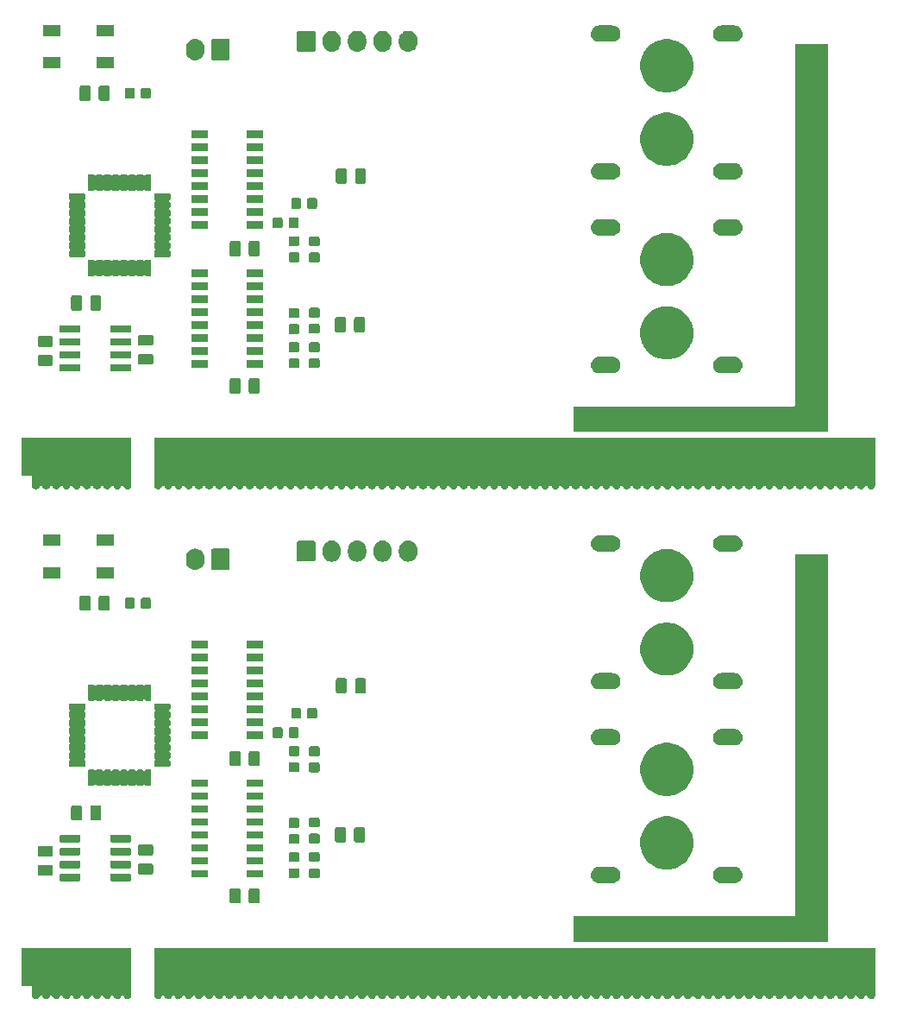
<source format=gbs>
G04 #@! TF.GenerationSoftware,KiCad,Pcbnew,(5.1.4)-1*
G04 #@! TF.CreationDate,2019-11-07T17:21:06+09:00*
G04 #@! TF.ProjectId,CAN_Dual_MDexpress,43414e5f-4475-4616-9c5f-4d4465787072,rev?*
G04 #@! TF.SameCoordinates,Original*
G04 #@! TF.FileFunction,Soldermask,Bot*
G04 #@! TF.FilePolarity,Negative*
%FSLAX46Y46*%
G04 Gerber Fmt 4.6, Leading zero omitted, Abs format (unit mm)*
G04 Created by KiCad (PCBNEW (5.1.4)-1) date 2019-11-07 17:21:06*
%MOMM*%
%LPD*%
G04 APERTURE LIST*
%ADD10C,0.100000*%
G04 APERTURE END LIST*
D10*
G36*
X204346000Y-133725388D02*
G01*
X204346602Y-133737640D01*
X204347819Y-133750000D01*
X204346602Y-133762360D01*
X204346000Y-133774612D01*
X204346000Y-133844637D01*
X204336221Y-133856553D01*
X204320538Y-133889711D01*
X204319059Y-133894587D01*
X204284146Y-133959904D01*
X204237159Y-134017159D01*
X204179904Y-134064146D01*
X204114585Y-134099060D01*
X204043710Y-134120560D01*
X203988472Y-134126000D01*
X203951528Y-134126000D01*
X203896290Y-134120560D01*
X203825415Y-134099060D01*
X203760096Y-134064146D01*
X203702841Y-134017159D01*
X203655854Y-133959904D01*
X203620941Y-133894587D01*
X203619462Y-133889711D01*
X203610084Y-133867073D01*
X203596470Y-133846699D01*
X203579143Y-133829372D01*
X203558768Y-133815759D01*
X203536129Y-133806382D01*
X203499846Y-133801000D01*
X203440154Y-133801000D01*
X203415768Y-133803402D01*
X203392319Y-133810515D01*
X203370708Y-133822066D01*
X203351766Y-133837611D01*
X203336221Y-133856553D01*
X203320538Y-133889711D01*
X203319059Y-133894587D01*
X203284146Y-133959904D01*
X203237159Y-134017159D01*
X203179904Y-134064146D01*
X203114585Y-134099060D01*
X203043710Y-134120560D01*
X202988472Y-134126000D01*
X202951528Y-134126000D01*
X202896290Y-134120560D01*
X202825415Y-134099060D01*
X202760096Y-134064146D01*
X202702841Y-134017159D01*
X202655854Y-133959904D01*
X202620941Y-133894587D01*
X202619462Y-133889711D01*
X202610084Y-133867073D01*
X202596470Y-133846699D01*
X202579143Y-133829372D01*
X202558768Y-133815759D01*
X202536129Y-133806382D01*
X202499846Y-133801000D01*
X202440154Y-133801000D01*
X202415768Y-133803402D01*
X202392319Y-133810515D01*
X202370708Y-133822066D01*
X202351766Y-133837611D01*
X202336221Y-133856553D01*
X202320538Y-133889711D01*
X202319059Y-133894587D01*
X202284146Y-133959904D01*
X202237159Y-134017159D01*
X202179904Y-134064146D01*
X202114585Y-134099060D01*
X202043710Y-134120560D01*
X201988472Y-134126000D01*
X201951528Y-134126000D01*
X201896290Y-134120560D01*
X201825415Y-134099060D01*
X201760096Y-134064146D01*
X201702841Y-134017159D01*
X201655854Y-133959904D01*
X201620941Y-133894587D01*
X201619462Y-133889711D01*
X201610084Y-133867073D01*
X201596470Y-133846699D01*
X201579143Y-133829372D01*
X201558768Y-133815759D01*
X201536129Y-133806382D01*
X201499846Y-133801000D01*
X201440154Y-133801000D01*
X201415768Y-133803402D01*
X201392319Y-133810515D01*
X201370708Y-133822066D01*
X201351766Y-133837611D01*
X201336221Y-133856553D01*
X201320538Y-133889711D01*
X201319059Y-133894587D01*
X201284146Y-133959904D01*
X201237159Y-134017159D01*
X201179904Y-134064146D01*
X201114585Y-134099060D01*
X201043710Y-134120560D01*
X200988472Y-134126000D01*
X200951528Y-134126000D01*
X200896290Y-134120560D01*
X200825415Y-134099060D01*
X200760096Y-134064146D01*
X200702841Y-134017159D01*
X200655854Y-133959904D01*
X200620941Y-133894587D01*
X200619462Y-133889711D01*
X200610084Y-133867073D01*
X200596470Y-133846699D01*
X200579143Y-133829372D01*
X200558768Y-133815759D01*
X200536129Y-133806382D01*
X200499846Y-133801000D01*
X200440154Y-133801000D01*
X200415768Y-133803402D01*
X200392319Y-133810515D01*
X200370708Y-133822066D01*
X200351766Y-133837611D01*
X200336221Y-133856553D01*
X200320538Y-133889711D01*
X200319059Y-133894587D01*
X200284146Y-133959904D01*
X200237159Y-134017159D01*
X200179904Y-134064146D01*
X200114585Y-134099060D01*
X200043710Y-134120560D01*
X199988472Y-134126000D01*
X199951528Y-134126000D01*
X199896290Y-134120560D01*
X199825415Y-134099060D01*
X199760096Y-134064146D01*
X199702841Y-134017159D01*
X199655854Y-133959904D01*
X199620941Y-133894587D01*
X199619462Y-133889711D01*
X199610084Y-133867073D01*
X199596470Y-133846699D01*
X199579143Y-133829372D01*
X199558768Y-133815759D01*
X199536129Y-133806382D01*
X199499846Y-133801000D01*
X199440154Y-133801000D01*
X199415768Y-133803402D01*
X199392319Y-133810515D01*
X199370708Y-133822066D01*
X199351766Y-133837611D01*
X199336221Y-133856553D01*
X199320538Y-133889711D01*
X199319059Y-133894587D01*
X199284146Y-133959904D01*
X199237159Y-134017159D01*
X199179904Y-134064146D01*
X199114585Y-134099060D01*
X199043710Y-134120560D01*
X198988472Y-134126000D01*
X198951528Y-134126000D01*
X198896290Y-134120560D01*
X198825415Y-134099060D01*
X198760096Y-134064146D01*
X198702841Y-134017159D01*
X198655854Y-133959904D01*
X198620941Y-133894587D01*
X198619462Y-133889711D01*
X198610084Y-133867073D01*
X198596470Y-133846699D01*
X198579143Y-133829372D01*
X198558768Y-133815759D01*
X198536129Y-133806382D01*
X198499846Y-133801000D01*
X198440154Y-133801000D01*
X198415768Y-133803402D01*
X198392319Y-133810515D01*
X198370708Y-133822066D01*
X198351766Y-133837611D01*
X198336221Y-133856553D01*
X198320538Y-133889711D01*
X198319059Y-133894587D01*
X198284146Y-133959904D01*
X198237159Y-134017159D01*
X198179904Y-134064146D01*
X198114585Y-134099060D01*
X198043710Y-134120560D01*
X197988472Y-134126000D01*
X197951528Y-134126000D01*
X197896290Y-134120560D01*
X197825415Y-134099060D01*
X197760096Y-134064146D01*
X197702841Y-134017159D01*
X197655854Y-133959904D01*
X197620941Y-133894587D01*
X197619462Y-133889711D01*
X197610084Y-133867073D01*
X197596470Y-133846699D01*
X197579143Y-133829372D01*
X197558768Y-133815759D01*
X197536129Y-133806382D01*
X197499846Y-133801000D01*
X197440154Y-133801000D01*
X197415768Y-133803402D01*
X197392319Y-133810515D01*
X197370708Y-133822066D01*
X197351766Y-133837611D01*
X197336221Y-133856553D01*
X197320538Y-133889711D01*
X197319059Y-133894587D01*
X197284146Y-133959904D01*
X197237159Y-134017159D01*
X197179904Y-134064146D01*
X197114585Y-134099060D01*
X197043710Y-134120560D01*
X196988472Y-134126000D01*
X196951528Y-134126000D01*
X196896290Y-134120560D01*
X196825415Y-134099060D01*
X196760096Y-134064146D01*
X196702841Y-134017159D01*
X196655854Y-133959904D01*
X196620941Y-133894587D01*
X196619462Y-133889711D01*
X196610084Y-133867073D01*
X196596470Y-133846699D01*
X196579143Y-133829372D01*
X196558768Y-133815759D01*
X196536129Y-133806382D01*
X196499846Y-133801000D01*
X196440154Y-133801000D01*
X196415768Y-133803402D01*
X196392319Y-133810515D01*
X196370708Y-133822066D01*
X196351766Y-133837611D01*
X196336221Y-133856553D01*
X196320538Y-133889711D01*
X196319059Y-133894587D01*
X196284146Y-133959904D01*
X196237159Y-134017159D01*
X196179904Y-134064146D01*
X196114585Y-134099060D01*
X196043710Y-134120560D01*
X195988472Y-134126000D01*
X195951528Y-134126000D01*
X195896290Y-134120560D01*
X195825415Y-134099060D01*
X195760096Y-134064146D01*
X195702841Y-134017159D01*
X195655854Y-133959904D01*
X195620941Y-133894587D01*
X195619462Y-133889711D01*
X195610084Y-133867073D01*
X195596470Y-133846699D01*
X195579143Y-133829372D01*
X195558768Y-133815759D01*
X195536129Y-133806382D01*
X195499846Y-133801000D01*
X195440154Y-133801000D01*
X195415768Y-133803402D01*
X195392319Y-133810515D01*
X195370708Y-133822066D01*
X195351766Y-133837611D01*
X195336221Y-133856553D01*
X195320538Y-133889711D01*
X195319059Y-133894587D01*
X195284146Y-133959904D01*
X195237159Y-134017159D01*
X195179904Y-134064146D01*
X195114585Y-134099060D01*
X195043710Y-134120560D01*
X194988472Y-134126000D01*
X194951528Y-134126000D01*
X194896290Y-134120560D01*
X194825415Y-134099060D01*
X194760096Y-134064146D01*
X194702841Y-134017159D01*
X194655854Y-133959904D01*
X194620941Y-133894587D01*
X194619462Y-133889711D01*
X194610084Y-133867073D01*
X194596470Y-133846699D01*
X194579143Y-133829372D01*
X194558768Y-133815759D01*
X194536129Y-133806382D01*
X194499846Y-133801000D01*
X194440154Y-133801000D01*
X194415768Y-133803402D01*
X194392319Y-133810515D01*
X194370708Y-133822066D01*
X194351766Y-133837611D01*
X194336221Y-133856553D01*
X194320538Y-133889711D01*
X194319059Y-133894587D01*
X194284146Y-133959904D01*
X194237159Y-134017159D01*
X194179904Y-134064146D01*
X194114585Y-134099060D01*
X194043710Y-134120560D01*
X193988472Y-134126000D01*
X193951528Y-134126000D01*
X193896290Y-134120560D01*
X193825415Y-134099060D01*
X193760096Y-134064146D01*
X193702841Y-134017159D01*
X193655854Y-133959904D01*
X193620941Y-133894587D01*
X193619462Y-133889711D01*
X193610084Y-133867073D01*
X193596470Y-133846699D01*
X193579143Y-133829372D01*
X193558768Y-133815759D01*
X193536129Y-133806382D01*
X193499846Y-133801000D01*
X193440154Y-133801000D01*
X193415768Y-133803402D01*
X193392319Y-133810515D01*
X193370708Y-133822066D01*
X193351766Y-133837611D01*
X193336221Y-133856553D01*
X193320538Y-133889711D01*
X193319059Y-133894587D01*
X193284146Y-133959904D01*
X193237159Y-134017159D01*
X193179904Y-134064146D01*
X193114585Y-134099060D01*
X193043710Y-134120560D01*
X192988472Y-134126000D01*
X192951528Y-134126000D01*
X192896290Y-134120560D01*
X192825415Y-134099060D01*
X192760096Y-134064146D01*
X192702841Y-134017159D01*
X192655854Y-133959904D01*
X192620941Y-133894587D01*
X192619462Y-133889711D01*
X192610084Y-133867073D01*
X192596470Y-133846699D01*
X192579143Y-133829372D01*
X192558768Y-133815759D01*
X192536129Y-133806382D01*
X192499846Y-133801000D01*
X192440154Y-133801000D01*
X192415768Y-133803402D01*
X192392319Y-133810515D01*
X192370708Y-133822066D01*
X192351766Y-133837611D01*
X192336221Y-133856553D01*
X192320538Y-133889711D01*
X192319059Y-133894587D01*
X192284146Y-133959904D01*
X192237159Y-134017159D01*
X192179904Y-134064146D01*
X192114585Y-134099060D01*
X192043710Y-134120560D01*
X191988472Y-134126000D01*
X191951528Y-134126000D01*
X191896290Y-134120560D01*
X191825415Y-134099060D01*
X191760096Y-134064146D01*
X191702841Y-134017159D01*
X191655854Y-133959904D01*
X191620941Y-133894587D01*
X191619462Y-133889711D01*
X191610084Y-133867073D01*
X191596470Y-133846699D01*
X191579143Y-133829372D01*
X191558768Y-133815759D01*
X191536129Y-133806382D01*
X191499846Y-133801000D01*
X191440154Y-133801000D01*
X191415768Y-133803402D01*
X191392319Y-133810515D01*
X191370708Y-133822066D01*
X191351766Y-133837611D01*
X191336221Y-133856553D01*
X191320538Y-133889711D01*
X191319059Y-133894587D01*
X191284146Y-133959904D01*
X191237159Y-134017159D01*
X191179904Y-134064146D01*
X191114585Y-134099060D01*
X191043710Y-134120560D01*
X190988472Y-134126000D01*
X190951528Y-134126000D01*
X190896290Y-134120560D01*
X190825415Y-134099060D01*
X190760096Y-134064146D01*
X190702841Y-134017159D01*
X190655854Y-133959904D01*
X190620941Y-133894587D01*
X190619462Y-133889711D01*
X190610084Y-133867073D01*
X190596470Y-133846699D01*
X190579143Y-133829372D01*
X190558768Y-133815759D01*
X190536129Y-133806382D01*
X190499846Y-133801000D01*
X190440154Y-133801000D01*
X190415768Y-133803402D01*
X190392319Y-133810515D01*
X190370708Y-133822066D01*
X190351766Y-133837611D01*
X190336221Y-133856553D01*
X190320538Y-133889711D01*
X190319059Y-133894587D01*
X190284146Y-133959904D01*
X190237159Y-134017159D01*
X190179904Y-134064146D01*
X190114585Y-134099060D01*
X190043710Y-134120560D01*
X189988472Y-134126000D01*
X189951528Y-134126000D01*
X189896290Y-134120560D01*
X189825415Y-134099060D01*
X189760096Y-134064146D01*
X189702841Y-134017159D01*
X189655854Y-133959904D01*
X189620941Y-133894587D01*
X189619462Y-133889711D01*
X189610084Y-133867073D01*
X189596470Y-133846699D01*
X189579143Y-133829372D01*
X189558768Y-133815759D01*
X189536129Y-133806382D01*
X189499846Y-133801000D01*
X189440154Y-133801000D01*
X189415768Y-133803402D01*
X189392319Y-133810515D01*
X189370708Y-133822066D01*
X189351766Y-133837611D01*
X189336221Y-133856553D01*
X189320538Y-133889711D01*
X189319059Y-133894587D01*
X189284146Y-133959904D01*
X189237159Y-134017159D01*
X189179904Y-134064146D01*
X189114585Y-134099060D01*
X189043710Y-134120560D01*
X188988472Y-134126000D01*
X188951528Y-134126000D01*
X188896290Y-134120560D01*
X188825415Y-134099060D01*
X188760096Y-134064146D01*
X188702841Y-134017159D01*
X188655854Y-133959904D01*
X188620941Y-133894587D01*
X188619462Y-133889711D01*
X188610084Y-133867073D01*
X188596470Y-133846699D01*
X188579143Y-133829372D01*
X188558768Y-133815759D01*
X188536129Y-133806382D01*
X188499846Y-133801000D01*
X188440154Y-133801000D01*
X188415768Y-133803402D01*
X188392319Y-133810515D01*
X188370708Y-133822066D01*
X188351766Y-133837611D01*
X188336221Y-133856553D01*
X188320538Y-133889711D01*
X188319059Y-133894587D01*
X188284146Y-133959904D01*
X188237159Y-134017159D01*
X188179904Y-134064146D01*
X188114585Y-134099060D01*
X188043710Y-134120560D01*
X187988472Y-134126000D01*
X187951528Y-134126000D01*
X187896290Y-134120560D01*
X187825415Y-134099060D01*
X187760096Y-134064146D01*
X187702841Y-134017159D01*
X187655854Y-133959904D01*
X187620941Y-133894587D01*
X187619462Y-133889711D01*
X187610084Y-133867073D01*
X187596470Y-133846699D01*
X187579143Y-133829372D01*
X187558768Y-133815759D01*
X187536129Y-133806382D01*
X187499846Y-133801000D01*
X187440154Y-133801000D01*
X187415768Y-133803402D01*
X187392319Y-133810515D01*
X187370708Y-133822066D01*
X187351766Y-133837611D01*
X187336221Y-133856553D01*
X187320538Y-133889711D01*
X187319059Y-133894587D01*
X187284146Y-133959904D01*
X187237159Y-134017159D01*
X187179904Y-134064146D01*
X187114585Y-134099060D01*
X187043710Y-134120560D01*
X186988472Y-134126000D01*
X186951528Y-134126000D01*
X186896290Y-134120560D01*
X186825415Y-134099060D01*
X186760096Y-134064146D01*
X186702841Y-134017159D01*
X186655854Y-133959904D01*
X186620941Y-133894587D01*
X186619462Y-133889711D01*
X186610084Y-133867073D01*
X186596470Y-133846699D01*
X186579143Y-133829372D01*
X186558768Y-133815759D01*
X186536129Y-133806382D01*
X186499846Y-133801000D01*
X186440154Y-133801000D01*
X186415768Y-133803402D01*
X186392319Y-133810515D01*
X186370708Y-133822066D01*
X186351766Y-133837611D01*
X186336221Y-133856553D01*
X186320538Y-133889711D01*
X186319059Y-133894587D01*
X186284146Y-133959904D01*
X186237159Y-134017159D01*
X186179904Y-134064146D01*
X186114585Y-134099060D01*
X186043710Y-134120560D01*
X185988472Y-134126000D01*
X185951528Y-134126000D01*
X185896290Y-134120560D01*
X185825415Y-134099060D01*
X185760096Y-134064146D01*
X185702841Y-134017159D01*
X185655854Y-133959904D01*
X185620941Y-133894587D01*
X185619462Y-133889711D01*
X185610084Y-133867073D01*
X185596470Y-133846699D01*
X185579143Y-133829372D01*
X185558768Y-133815759D01*
X185536129Y-133806382D01*
X185499846Y-133801000D01*
X185440154Y-133801000D01*
X185415768Y-133803402D01*
X185392319Y-133810515D01*
X185370708Y-133822066D01*
X185351766Y-133837611D01*
X185336221Y-133856553D01*
X185320538Y-133889711D01*
X185319059Y-133894587D01*
X185284146Y-133959904D01*
X185237159Y-134017159D01*
X185179904Y-134064146D01*
X185114585Y-134099060D01*
X185043710Y-134120560D01*
X184988472Y-134126000D01*
X184951528Y-134126000D01*
X184896290Y-134120560D01*
X184825415Y-134099060D01*
X184760096Y-134064146D01*
X184702841Y-134017159D01*
X184655854Y-133959904D01*
X184620941Y-133894587D01*
X184619462Y-133889711D01*
X184610084Y-133867073D01*
X184596470Y-133846699D01*
X184579143Y-133829372D01*
X184558768Y-133815759D01*
X184536129Y-133806382D01*
X184499846Y-133801000D01*
X184440154Y-133801000D01*
X184415768Y-133803402D01*
X184392319Y-133810515D01*
X184370708Y-133822066D01*
X184351766Y-133837611D01*
X184336221Y-133856553D01*
X184320538Y-133889711D01*
X184319059Y-133894587D01*
X184284146Y-133959904D01*
X184237159Y-134017159D01*
X184179904Y-134064146D01*
X184114585Y-134099060D01*
X184043710Y-134120560D01*
X183988472Y-134126000D01*
X183951528Y-134126000D01*
X183896290Y-134120560D01*
X183825415Y-134099060D01*
X183760096Y-134064146D01*
X183702841Y-134017159D01*
X183655854Y-133959904D01*
X183620941Y-133894587D01*
X183619462Y-133889711D01*
X183610084Y-133867073D01*
X183596470Y-133846699D01*
X183579143Y-133829372D01*
X183558768Y-133815759D01*
X183536129Y-133806382D01*
X183499846Y-133801000D01*
X183440154Y-133801000D01*
X183415768Y-133803402D01*
X183392319Y-133810515D01*
X183370708Y-133822066D01*
X183351766Y-133837611D01*
X183336221Y-133856553D01*
X183320538Y-133889711D01*
X183319059Y-133894587D01*
X183284146Y-133959904D01*
X183237159Y-134017159D01*
X183179904Y-134064146D01*
X183114585Y-134099060D01*
X183043710Y-134120560D01*
X182988472Y-134126000D01*
X182951528Y-134126000D01*
X182896290Y-134120560D01*
X182825415Y-134099060D01*
X182760096Y-134064146D01*
X182702841Y-134017159D01*
X182655854Y-133959904D01*
X182620941Y-133894587D01*
X182619462Y-133889711D01*
X182610084Y-133867073D01*
X182596470Y-133846699D01*
X182579143Y-133829372D01*
X182558768Y-133815759D01*
X182536129Y-133806382D01*
X182499846Y-133801000D01*
X182440154Y-133801000D01*
X182415768Y-133803402D01*
X182392319Y-133810515D01*
X182370708Y-133822066D01*
X182351766Y-133837611D01*
X182336221Y-133856553D01*
X182320538Y-133889711D01*
X182319059Y-133894587D01*
X182284146Y-133959904D01*
X182237159Y-134017159D01*
X182179904Y-134064146D01*
X182114585Y-134099060D01*
X182043710Y-134120560D01*
X181988472Y-134126000D01*
X181951528Y-134126000D01*
X181896290Y-134120560D01*
X181825415Y-134099060D01*
X181760096Y-134064146D01*
X181702841Y-134017159D01*
X181655854Y-133959904D01*
X181620941Y-133894587D01*
X181619462Y-133889711D01*
X181610084Y-133867073D01*
X181596470Y-133846699D01*
X181579143Y-133829372D01*
X181558768Y-133815759D01*
X181536129Y-133806382D01*
X181499846Y-133801000D01*
X181440154Y-133801000D01*
X181415768Y-133803402D01*
X181392319Y-133810515D01*
X181370708Y-133822066D01*
X181351766Y-133837611D01*
X181336221Y-133856553D01*
X181320538Y-133889711D01*
X181319059Y-133894587D01*
X181284146Y-133959904D01*
X181237159Y-134017159D01*
X181179904Y-134064146D01*
X181114585Y-134099060D01*
X181043710Y-134120560D01*
X180988472Y-134126000D01*
X180951528Y-134126000D01*
X180896290Y-134120560D01*
X180825415Y-134099060D01*
X180760096Y-134064146D01*
X180702841Y-134017159D01*
X180655854Y-133959904D01*
X180620941Y-133894587D01*
X180619462Y-133889711D01*
X180610084Y-133867073D01*
X180596470Y-133846699D01*
X180579143Y-133829372D01*
X180558768Y-133815759D01*
X180536129Y-133806382D01*
X180499846Y-133801000D01*
X180440154Y-133801000D01*
X180415768Y-133803402D01*
X180392319Y-133810515D01*
X180370708Y-133822066D01*
X180351766Y-133837611D01*
X180336221Y-133856553D01*
X180320538Y-133889711D01*
X180319059Y-133894587D01*
X180284146Y-133959904D01*
X180237159Y-134017159D01*
X180179904Y-134064146D01*
X180114585Y-134099060D01*
X180043710Y-134120560D01*
X179988472Y-134126000D01*
X179951528Y-134126000D01*
X179896290Y-134120560D01*
X179825415Y-134099060D01*
X179760096Y-134064146D01*
X179702841Y-134017159D01*
X179655854Y-133959904D01*
X179620941Y-133894587D01*
X179619462Y-133889711D01*
X179610084Y-133867073D01*
X179596470Y-133846699D01*
X179579143Y-133829372D01*
X179558768Y-133815759D01*
X179536129Y-133806382D01*
X179499846Y-133801000D01*
X179440154Y-133801000D01*
X179415768Y-133803402D01*
X179392319Y-133810515D01*
X179370708Y-133822066D01*
X179351766Y-133837611D01*
X179336221Y-133856553D01*
X179320538Y-133889711D01*
X179319059Y-133894587D01*
X179284146Y-133959904D01*
X179237159Y-134017159D01*
X179179904Y-134064146D01*
X179114585Y-134099060D01*
X179043710Y-134120560D01*
X178988472Y-134126000D01*
X178951528Y-134126000D01*
X178896290Y-134120560D01*
X178825415Y-134099060D01*
X178760096Y-134064146D01*
X178702841Y-134017159D01*
X178655854Y-133959904D01*
X178620941Y-133894587D01*
X178619462Y-133889711D01*
X178610084Y-133867073D01*
X178596470Y-133846699D01*
X178579143Y-133829372D01*
X178558768Y-133815759D01*
X178536129Y-133806382D01*
X178499846Y-133801000D01*
X178440154Y-133801000D01*
X178415768Y-133803402D01*
X178392319Y-133810515D01*
X178370708Y-133822066D01*
X178351766Y-133837611D01*
X178336221Y-133856553D01*
X178320538Y-133889711D01*
X178319059Y-133894587D01*
X178284146Y-133959904D01*
X178237159Y-134017159D01*
X178179904Y-134064146D01*
X178114585Y-134099060D01*
X178043710Y-134120560D01*
X177988472Y-134126000D01*
X177951528Y-134126000D01*
X177896290Y-134120560D01*
X177825415Y-134099060D01*
X177760096Y-134064146D01*
X177702841Y-134017159D01*
X177655854Y-133959904D01*
X177620941Y-133894587D01*
X177619462Y-133889711D01*
X177610084Y-133867073D01*
X177596470Y-133846699D01*
X177579143Y-133829372D01*
X177558768Y-133815759D01*
X177536129Y-133806382D01*
X177499846Y-133801000D01*
X177440154Y-133801000D01*
X177415768Y-133803402D01*
X177392319Y-133810515D01*
X177370708Y-133822066D01*
X177351766Y-133837611D01*
X177336221Y-133856553D01*
X177320538Y-133889711D01*
X177319059Y-133894587D01*
X177284146Y-133959904D01*
X177237159Y-134017159D01*
X177179904Y-134064146D01*
X177114585Y-134099060D01*
X177043710Y-134120560D01*
X176988472Y-134126000D01*
X176951528Y-134126000D01*
X176896290Y-134120560D01*
X176825415Y-134099060D01*
X176760096Y-134064146D01*
X176702841Y-134017159D01*
X176655854Y-133959904D01*
X176620941Y-133894587D01*
X176619462Y-133889711D01*
X176610084Y-133867073D01*
X176596470Y-133846699D01*
X176579143Y-133829372D01*
X176558768Y-133815759D01*
X176536129Y-133806382D01*
X176499846Y-133801000D01*
X176440154Y-133801000D01*
X176415768Y-133803402D01*
X176392319Y-133810515D01*
X176370708Y-133822066D01*
X176351766Y-133837611D01*
X176336221Y-133856553D01*
X176320538Y-133889711D01*
X176319059Y-133894587D01*
X176284146Y-133959904D01*
X176237159Y-134017159D01*
X176179904Y-134064146D01*
X176114585Y-134099060D01*
X176043710Y-134120560D01*
X175988472Y-134126000D01*
X175951528Y-134126000D01*
X175896290Y-134120560D01*
X175825415Y-134099060D01*
X175760096Y-134064146D01*
X175702841Y-134017159D01*
X175655854Y-133959904D01*
X175620941Y-133894587D01*
X175619462Y-133889711D01*
X175610084Y-133867073D01*
X175596470Y-133846699D01*
X175579143Y-133829372D01*
X175558768Y-133815759D01*
X175536129Y-133806382D01*
X175499846Y-133801000D01*
X175440154Y-133801000D01*
X175415768Y-133803402D01*
X175392319Y-133810515D01*
X175370708Y-133822066D01*
X175351766Y-133837611D01*
X175336221Y-133856553D01*
X175320538Y-133889711D01*
X175319059Y-133894587D01*
X175284146Y-133959904D01*
X175237159Y-134017159D01*
X175179904Y-134064146D01*
X175114585Y-134099060D01*
X175043710Y-134120560D01*
X174988472Y-134126000D01*
X174951528Y-134126000D01*
X174896290Y-134120560D01*
X174825415Y-134099060D01*
X174760096Y-134064146D01*
X174702841Y-134017159D01*
X174655854Y-133959904D01*
X174620941Y-133894587D01*
X174619462Y-133889711D01*
X174610084Y-133867073D01*
X174596470Y-133846699D01*
X174579143Y-133829372D01*
X174558768Y-133815759D01*
X174536129Y-133806382D01*
X174499846Y-133801000D01*
X174440154Y-133801000D01*
X174415768Y-133803402D01*
X174392319Y-133810515D01*
X174370708Y-133822066D01*
X174351766Y-133837611D01*
X174336221Y-133856553D01*
X174320538Y-133889711D01*
X174319059Y-133894587D01*
X174284146Y-133959904D01*
X174237159Y-134017159D01*
X174179904Y-134064146D01*
X174114585Y-134099060D01*
X174043710Y-134120560D01*
X173988472Y-134126000D01*
X173951528Y-134126000D01*
X173896290Y-134120560D01*
X173825415Y-134099060D01*
X173760096Y-134064146D01*
X173702841Y-134017159D01*
X173655854Y-133959904D01*
X173620941Y-133894587D01*
X173619462Y-133889711D01*
X173610084Y-133867073D01*
X173596470Y-133846699D01*
X173579143Y-133829372D01*
X173558768Y-133815759D01*
X173536129Y-133806382D01*
X173499846Y-133801000D01*
X173440154Y-133801000D01*
X173415768Y-133803402D01*
X173392319Y-133810515D01*
X173370708Y-133822066D01*
X173351766Y-133837611D01*
X173336221Y-133856553D01*
X173320538Y-133889711D01*
X173319059Y-133894587D01*
X173284146Y-133959904D01*
X173237159Y-134017159D01*
X173179904Y-134064146D01*
X173114585Y-134099060D01*
X173043710Y-134120560D01*
X172988472Y-134126000D01*
X172951528Y-134126000D01*
X172896290Y-134120560D01*
X172825415Y-134099060D01*
X172760096Y-134064146D01*
X172702841Y-134017159D01*
X172655854Y-133959904D01*
X172620941Y-133894587D01*
X172619462Y-133889711D01*
X172610084Y-133867073D01*
X172596470Y-133846699D01*
X172579143Y-133829372D01*
X172558768Y-133815759D01*
X172536129Y-133806382D01*
X172499846Y-133801000D01*
X172440154Y-133801000D01*
X172415768Y-133803402D01*
X172392319Y-133810515D01*
X172370708Y-133822066D01*
X172351766Y-133837611D01*
X172336221Y-133856553D01*
X172320538Y-133889711D01*
X172319059Y-133894587D01*
X172284146Y-133959904D01*
X172237159Y-134017159D01*
X172179904Y-134064146D01*
X172114585Y-134099060D01*
X172043710Y-134120560D01*
X171988472Y-134126000D01*
X171951528Y-134126000D01*
X171896290Y-134120560D01*
X171825415Y-134099060D01*
X171760096Y-134064146D01*
X171702841Y-134017159D01*
X171655854Y-133959904D01*
X171620941Y-133894587D01*
X171619462Y-133889711D01*
X171610084Y-133867073D01*
X171596470Y-133846699D01*
X171579143Y-133829372D01*
X171558768Y-133815759D01*
X171536129Y-133806382D01*
X171499846Y-133801000D01*
X171440154Y-133801000D01*
X171415768Y-133803402D01*
X171392319Y-133810515D01*
X171370708Y-133822066D01*
X171351766Y-133837611D01*
X171336221Y-133856553D01*
X171320538Y-133889711D01*
X171319059Y-133894587D01*
X171284146Y-133959904D01*
X171237159Y-134017159D01*
X171179904Y-134064146D01*
X171114585Y-134099060D01*
X171043710Y-134120560D01*
X170988472Y-134126000D01*
X170951528Y-134126000D01*
X170896290Y-134120560D01*
X170825415Y-134099060D01*
X170760096Y-134064146D01*
X170702841Y-134017159D01*
X170655854Y-133959904D01*
X170620941Y-133894587D01*
X170619462Y-133889711D01*
X170610084Y-133867073D01*
X170596470Y-133846699D01*
X170579143Y-133829372D01*
X170558768Y-133815759D01*
X170536129Y-133806382D01*
X170499846Y-133801000D01*
X170440154Y-133801000D01*
X170415768Y-133803402D01*
X170392319Y-133810515D01*
X170370708Y-133822066D01*
X170351766Y-133837611D01*
X170336221Y-133856553D01*
X170320538Y-133889711D01*
X170319059Y-133894587D01*
X170284146Y-133959904D01*
X170237159Y-134017159D01*
X170179904Y-134064146D01*
X170114585Y-134099060D01*
X170043710Y-134120560D01*
X169988472Y-134126000D01*
X169951528Y-134126000D01*
X169896290Y-134120560D01*
X169825415Y-134099060D01*
X169760096Y-134064146D01*
X169702841Y-134017159D01*
X169655854Y-133959904D01*
X169620941Y-133894587D01*
X169619462Y-133889711D01*
X169610084Y-133867073D01*
X169596470Y-133846699D01*
X169579143Y-133829372D01*
X169558768Y-133815759D01*
X169536129Y-133806382D01*
X169499846Y-133801000D01*
X169440154Y-133801000D01*
X169415768Y-133803402D01*
X169392319Y-133810515D01*
X169370708Y-133822066D01*
X169351766Y-133837611D01*
X169336221Y-133856553D01*
X169320538Y-133889711D01*
X169319059Y-133894587D01*
X169284146Y-133959904D01*
X169237159Y-134017159D01*
X169179904Y-134064146D01*
X169114585Y-134099060D01*
X169043710Y-134120560D01*
X168988472Y-134126000D01*
X168951528Y-134126000D01*
X168896290Y-134120560D01*
X168825415Y-134099060D01*
X168760096Y-134064146D01*
X168702841Y-134017159D01*
X168655854Y-133959904D01*
X168620941Y-133894587D01*
X168619462Y-133889711D01*
X168610084Y-133867073D01*
X168596470Y-133846699D01*
X168579143Y-133829372D01*
X168558768Y-133815759D01*
X168536129Y-133806382D01*
X168499846Y-133801000D01*
X168440154Y-133801000D01*
X168415768Y-133803402D01*
X168392319Y-133810515D01*
X168370708Y-133822066D01*
X168351766Y-133837611D01*
X168336221Y-133856553D01*
X168320538Y-133889711D01*
X168319059Y-133894587D01*
X168284146Y-133959904D01*
X168237159Y-134017159D01*
X168179904Y-134064146D01*
X168114585Y-134099060D01*
X168043710Y-134120560D01*
X167988472Y-134126000D01*
X167951528Y-134126000D01*
X167896290Y-134120560D01*
X167825415Y-134099060D01*
X167760096Y-134064146D01*
X167702841Y-134017159D01*
X167655854Y-133959904D01*
X167620941Y-133894587D01*
X167619462Y-133889711D01*
X167610084Y-133867073D01*
X167596470Y-133846699D01*
X167579143Y-133829372D01*
X167558768Y-133815759D01*
X167536129Y-133806382D01*
X167499846Y-133801000D01*
X167440154Y-133801000D01*
X167415768Y-133803402D01*
X167392319Y-133810515D01*
X167370708Y-133822066D01*
X167351766Y-133837611D01*
X167336221Y-133856553D01*
X167320538Y-133889711D01*
X167319059Y-133894587D01*
X167284146Y-133959904D01*
X167237159Y-134017159D01*
X167179904Y-134064146D01*
X167114585Y-134099060D01*
X167043710Y-134120560D01*
X166988472Y-134126000D01*
X166951528Y-134126000D01*
X166896290Y-134120560D01*
X166825415Y-134099060D01*
X166760096Y-134064146D01*
X166702841Y-134017159D01*
X166655854Y-133959904D01*
X166620941Y-133894587D01*
X166619462Y-133889711D01*
X166610084Y-133867073D01*
X166596470Y-133846699D01*
X166579143Y-133829372D01*
X166558768Y-133815759D01*
X166536129Y-133806382D01*
X166499846Y-133801000D01*
X166440154Y-133801000D01*
X166415768Y-133803402D01*
X166392319Y-133810515D01*
X166370708Y-133822066D01*
X166351766Y-133837611D01*
X166336221Y-133856553D01*
X166320538Y-133889711D01*
X166319059Y-133894587D01*
X166284146Y-133959904D01*
X166237159Y-134017159D01*
X166179904Y-134064146D01*
X166114585Y-134099060D01*
X166043710Y-134120560D01*
X165988472Y-134126000D01*
X165951528Y-134126000D01*
X165896290Y-134120560D01*
X165825415Y-134099060D01*
X165760096Y-134064146D01*
X165702841Y-134017159D01*
X165655854Y-133959904D01*
X165620941Y-133894587D01*
X165619462Y-133889711D01*
X165610084Y-133867073D01*
X165596470Y-133846699D01*
X165579143Y-133829372D01*
X165558768Y-133815759D01*
X165536129Y-133806382D01*
X165499846Y-133801000D01*
X165440154Y-133801000D01*
X165415768Y-133803402D01*
X165392319Y-133810515D01*
X165370708Y-133822066D01*
X165351766Y-133837611D01*
X165336221Y-133856553D01*
X165320538Y-133889711D01*
X165319059Y-133894587D01*
X165284146Y-133959904D01*
X165237159Y-134017159D01*
X165179904Y-134064146D01*
X165114585Y-134099060D01*
X165043710Y-134120560D01*
X164988472Y-134126000D01*
X164951528Y-134126000D01*
X164896290Y-134120560D01*
X164825415Y-134099060D01*
X164760096Y-134064146D01*
X164702841Y-134017159D01*
X164655854Y-133959904D01*
X164620941Y-133894587D01*
X164619462Y-133889711D01*
X164610084Y-133867073D01*
X164596470Y-133846699D01*
X164579143Y-133829372D01*
X164558768Y-133815759D01*
X164536129Y-133806382D01*
X164499846Y-133801000D01*
X164440154Y-133801000D01*
X164415768Y-133803402D01*
X164392319Y-133810515D01*
X164370708Y-133822066D01*
X164351766Y-133837611D01*
X164336221Y-133856553D01*
X164320538Y-133889711D01*
X164319059Y-133894587D01*
X164284146Y-133959904D01*
X164237159Y-134017159D01*
X164179904Y-134064146D01*
X164114585Y-134099060D01*
X164043710Y-134120560D01*
X163988472Y-134126000D01*
X163951528Y-134126000D01*
X163896290Y-134120560D01*
X163825415Y-134099060D01*
X163760096Y-134064146D01*
X163702841Y-134017159D01*
X163655854Y-133959904D01*
X163620941Y-133894587D01*
X163619462Y-133889711D01*
X163610084Y-133867073D01*
X163596470Y-133846699D01*
X163579143Y-133829372D01*
X163558768Y-133815759D01*
X163536129Y-133806382D01*
X163499846Y-133801000D01*
X163440154Y-133801000D01*
X163415768Y-133803402D01*
X163392319Y-133810515D01*
X163370708Y-133822066D01*
X163351766Y-133837611D01*
X163336221Y-133856553D01*
X163320538Y-133889711D01*
X163319059Y-133894587D01*
X163284146Y-133959904D01*
X163237159Y-134017159D01*
X163179904Y-134064146D01*
X163114585Y-134099060D01*
X163043710Y-134120560D01*
X162988472Y-134126000D01*
X162951528Y-134126000D01*
X162896290Y-134120560D01*
X162825415Y-134099060D01*
X162760096Y-134064146D01*
X162702841Y-134017159D01*
X162655854Y-133959904D01*
X162620941Y-133894587D01*
X162619462Y-133889711D01*
X162610084Y-133867073D01*
X162596470Y-133846699D01*
X162579143Y-133829372D01*
X162558768Y-133815759D01*
X162536129Y-133806382D01*
X162499846Y-133801000D01*
X162440154Y-133801000D01*
X162415768Y-133803402D01*
X162392319Y-133810515D01*
X162370708Y-133822066D01*
X162351766Y-133837611D01*
X162336221Y-133856553D01*
X162320538Y-133889711D01*
X162319059Y-133894587D01*
X162284146Y-133959904D01*
X162237159Y-134017159D01*
X162179904Y-134064146D01*
X162114585Y-134099060D01*
X162043710Y-134120560D01*
X161988472Y-134126000D01*
X161951528Y-134126000D01*
X161896290Y-134120560D01*
X161825415Y-134099060D01*
X161760096Y-134064146D01*
X161702841Y-134017159D01*
X161655854Y-133959904D01*
X161620941Y-133894587D01*
X161619462Y-133889711D01*
X161610084Y-133867073D01*
X161596470Y-133846699D01*
X161579143Y-133829372D01*
X161558768Y-133815759D01*
X161536129Y-133806382D01*
X161499846Y-133801000D01*
X161440154Y-133801000D01*
X161415768Y-133803402D01*
X161392319Y-133810515D01*
X161370708Y-133822066D01*
X161351766Y-133837611D01*
X161336221Y-133856553D01*
X161320538Y-133889711D01*
X161319059Y-133894587D01*
X161284146Y-133959904D01*
X161237159Y-134017159D01*
X161179904Y-134064146D01*
X161114585Y-134099060D01*
X161043710Y-134120560D01*
X160988472Y-134126000D01*
X160951528Y-134126000D01*
X160896290Y-134120560D01*
X160825415Y-134099060D01*
X160760096Y-134064146D01*
X160702841Y-134017159D01*
X160655854Y-133959904D01*
X160620941Y-133894587D01*
X160619462Y-133889711D01*
X160610084Y-133867073D01*
X160596470Y-133846699D01*
X160579143Y-133829372D01*
X160558768Y-133815759D01*
X160536129Y-133806382D01*
X160499846Y-133801000D01*
X160440154Y-133801000D01*
X160415768Y-133803402D01*
X160392319Y-133810515D01*
X160370708Y-133822066D01*
X160351766Y-133837611D01*
X160336221Y-133856553D01*
X160320538Y-133889711D01*
X160319059Y-133894587D01*
X160284146Y-133959904D01*
X160237159Y-134017159D01*
X160179904Y-134064146D01*
X160114585Y-134099060D01*
X160043710Y-134120560D01*
X159988472Y-134126000D01*
X159951528Y-134126000D01*
X159896290Y-134120560D01*
X159825415Y-134099060D01*
X159760096Y-134064146D01*
X159702841Y-134017159D01*
X159655854Y-133959904D01*
X159620941Y-133894587D01*
X159619462Y-133889711D01*
X159610084Y-133867073D01*
X159596470Y-133846699D01*
X159579143Y-133829372D01*
X159558768Y-133815759D01*
X159536129Y-133806382D01*
X159499846Y-133801000D01*
X159440154Y-133801000D01*
X159415768Y-133803402D01*
X159392319Y-133810515D01*
X159370708Y-133822066D01*
X159351766Y-133837611D01*
X159336221Y-133856553D01*
X159320538Y-133889711D01*
X159319059Y-133894587D01*
X159284146Y-133959904D01*
X159237159Y-134017159D01*
X159179904Y-134064146D01*
X159114585Y-134099060D01*
X159043710Y-134120560D01*
X158988472Y-134126000D01*
X158951528Y-134126000D01*
X158896290Y-134120560D01*
X158825415Y-134099060D01*
X158760096Y-134064146D01*
X158702841Y-134017159D01*
X158655854Y-133959904D01*
X158620941Y-133894587D01*
X158619462Y-133889711D01*
X158610084Y-133867073D01*
X158596470Y-133846699D01*
X158579143Y-133829372D01*
X158558768Y-133815759D01*
X158536129Y-133806382D01*
X158499846Y-133801000D01*
X158440154Y-133801000D01*
X158415768Y-133803402D01*
X158392319Y-133810515D01*
X158370708Y-133822066D01*
X158351766Y-133837611D01*
X158336221Y-133856553D01*
X158320538Y-133889711D01*
X158319059Y-133894587D01*
X158284146Y-133959904D01*
X158237159Y-134017159D01*
X158179904Y-134064146D01*
X158114585Y-134099060D01*
X158043710Y-134120560D01*
X157988472Y-134126000D01*
X157951528Y-134126000D01*
X157896290Y-134120560D01*
X157825415Y-134099060D01*
X157760096Y-134064146D01*
X157702841Y-134017159D01*
X157655854Y-133959904D01*
X157620941Y-133894587D01*
X157619462Y-133889711D01*
X157610084Y-133867073D01*
X157596470Y-133846699D01*
X157579143Y-133829372D01*
X157558768Y-133815759D01*
X157536129Y-133806382D01*
X157499846Y-133801000D01*
X157440154Y-133801000D01*
X157415768Y-133803402D01*
X157392319Y-133810515D01*
X157370708Y-133822066D01*
X157351766Y-133837611D01*
X157336221Y-133856553D01*
X157320538Y-133889711D01*
X157319059Y-133894587D01*
X157284146Y-133959904D01*
X157237159Y-134017159D01*
X157179904Y-134064146D01*
X157114585Y-134099060D01*
X157043710Y-134120560D01*
X156988472Y-134126000D01*
X156951528Y-134126000D01*
X156896290Y-134120560D01*
X156825415Y-134099060D01*
X156760096Y-134064146D01*
X156702841Y-134017159D01*
X156655854Y-133959904D01*
X156620941Y-133894587D01*
X156619462Y-133889711D01*
X156610084Y-133867073D01*
X156596470Y-133846699D01*
X156579143Y-133829372D01*
X156558768Y-133815759D01*
X156536129Y-133806382D01*
X156499846Y-133801000D01*
X156440154Y-133801000D01*
X156415768Y-133803402D01*
X156392319Y-133810515D01*
X156370708Y-133822066D01*
X156351766Y-133837611D01*
X156336221Y-133856553D01*
X156320538Y-133889711D01*
X156319059Y-133894587D01*
X156284146Y-133959904D01*
X156237159Y-134017159D01*
X156179904Y-134064146D01*
X156114585Y-134099060D01*
X156043710Y-134120560D01*
X155988472Y-134126000D01*
X155951528Y-134126000D01*
X155896290Y-134120560D01*
X155825415Y-134099060D01*
X155760096Y-134064146D01*
X155702841Y-134017159D01*
X155655854Y-133959904D01*
X155620941Y-133894587D01*
X155619462Y-133889711D01*
X155610084Y-133867073D01*
X155596470Y-133846699D01*
X155579143Y-133829372D01*
X155558768Y-133815759D01*
X155536129Y-133806382D01*
X155499846Y-133801000D01*
X155440154Y-133801000D01*
X155415768Y-133803402D01*
X155392319Y-133810515D01*
X155370708Y-133822066D01*
X155351766Y-133837611D01*
X155336221Y-133856553D01*
X155320538Y-133889711D01*
X155319059Y-133894587D01*
X155284146Y-133959904D01*
X155237159Y-134017159D01*
X155179904Y-134064146D01*
X155114585Y-134099060D01*
X155043710Y-134120560D01*
X154988472Y-134126000D01*
X154951528Y-134126000D01*
X154896290Y-134120560D01*
X154825415Y-134099060D01*
X154760096Y-134064146D01*
X154702841Y-134017159D01*
X154655854Y-133959904D01*
X154620941Y-133894587D01*
X154619462Y-133889711D01*
X154610084Y-133867073D01*
X154596470Y-133846699D01*
X154579143Y-133829372D01*
X154558768Y-133815759D01*
X154536129Y-133806382D01*
X154499846Y-133801000D01*
X154440154Y-133801000D01*
X154415768Y-133803402D01*
X154392319Y-133810515D01*
X154370708Y-133822066D01*
X154351766Y-133837611D01*
X154336221Y-133856553D01*
X154320538Y-133889711D01*
X154319059Y-133894587D01*
X154284146Y-133959904D01*
X154237159Y-134017159D01*
X154179904Y-134064146D01*
X154114585Y-134099060D01*
X154043710Y-134120560D01*
X153988472Y-134126000D01*
X153951528Y-134126000D01*
X153896290Y-134120560D01*
X153825415Y-134099060D01*
X153760096Y-134064146D01*
X153702841Y-134017159D01*
X153655854Y-133959904D01*
X153620941Y-133894587D01*
X153619462Y-133889711D01*
X153610084Y-133867073D01*
X153596470Y-133846699D01*
X153579143Y-133829372D01*
X153558768Y-133815759D01*
X153536129Y-133806382D01*
X153499846Y-133801000D01*
X153440154Y-133801000D01*
X153415768Y-133803402D01*
X153392319Y-133810515D01*
X153370708Y-133822066D01*
X153351766Y-133837611D01*
X153336221Y-133856553D01*
X153320538Y-133889711D01*
X153319059Y-133894587D01*
X153284146Y-133959904D01*
X153237159Y-134017159D01*
X153179904Y-134064146D01*
X153114585Y-134099060D01*
X153043710Y-134120560D01*
X152988472Y-134126000D01*
X152951528Y-134126000D01*
X152896290Y-134120560D01*
X152825415Y-134099060D01*
X152760096Y-134064146D01*
X152702841Y-134017159D01*
X152655854Y-133959904D01*
X152620941Y-133894587D01*
X152619462Y-133889711D01*
X152610084Y-133867073D01*
X152596470Y-133846699D01*
X152579143Y-133829372D01*
X152558768Y-133815759D01*
X152536129Y-133806382D01*
X152499846Y-133801000D01*
X152440154Y-133801000D01*
X152415768Y-133803402D01*
X152392319Y-133810515D01*
X152370708Y-133822066D01*
X152351766Y-133837611D01*
X152336221Y-133856553D01*
X152320538Y-133889711D01*
X152319059Y-133894587D01*
X152284146Y-133959904D01*
X152237159Y-134017159D01*
X152179904Y-134064146D01*
X152114585Y-134099060D01*
X152043710Y-134120560D01*
X151988472Y-134126000D01*
X151951528Y-134126000D01*
X151896290Y-134120560D01*
X151825415Y-134099060D01*
X151760096Y-134064146D01*
X151702841Y-134017159D01*
X151655854Y-133959904D01*
X151620941Y-133894587D01*
X151619462Y-133889711D01*
X151610084Y-133867073D01*
X151596470Y-133846699D01*
X151579143Y-133829372D01*
X151558768Y-133815759D01*
X151536129Y-133806382D01*
X151499846Y-133801000D01*
X151440154Y-133801000D01*
X151415768Y-133803402D01*
X151392319Y-133810515D01*
X151370708Y-133822066D01*
X151351766Y-133837611D01*
X151336221Y-133856553D01*
X151320538Y-133889711D01*
X151319059Y-133894587D01*
X151284146Y-133959904D01*
X151237159Y-134017159D01*
X151179904Y-134064146D01*
X151114585Y-134099060D01*
X151043710Y-134120560D01*
X150988472Y-134126000D01*
X150951528Y-134126000D01*
X150896290Y-134120560D01*
X150825415Y-134099060D01*
X150760096Y-134064146D01*
X150702841Y-134017159D01*
X150655854Y-133959904D01*
X150620941Y-133894587D01*
X150619462Y-133889711D01*
X150610084Y-133867073D01*
X150596470Y-133846699D01*
X150579143Y-133829372D01*
X150558768Y-133815759D01*
X150536129Y-133806382D01*
X150499846Y-133801000D01*
X150440154Y-133801000D01*
X150415768Y-133803402D01*
X150392319Y-133810515D01*
X150370708Y-133822066D01*
X150351766Y-133837611D01*
X150336221Y-133856553D01*
X150320538Y-133889711D01*
X150319059Y-133894587D01*
X150284146Y-133959904D01*
X150237159Y-134017159D01*
X150179904Y-134064146D01*
X150114585Y-134099060D01*
X150043710Y-134120560D01*
X149988472Y-134126000D01*
X149951528Y-134126000D01*
X149896290Y-134120560D01*
X149825415Y-134099060D01*
X149760096Y-134064146D01*
X149702841Y-134017159D01*
X149655854Y-133959904D01*
X149620941Y-133894587D01*
X149619462Y-133889711D01*
X149610084Y-133867073D01*
X149596470Y-133846699D01*
X149579143Y-133829372D01*
X149558768Y-133815759D01*
X149536129Y-133806382D01*
X149499846Y-133801000D01*
X149440154Y-133801000D01*
X149415768Y-133803402D01*
X149392319Y-133810515D01*
X149370708Y-133822066D01*
X149351766Y-133837611D01*
X149336221Y-133856553D01*
X149320538Y-133889711D01*
X149319059Y-133894587D01*
X149284146Y-133959904D01*
X149237159Y-134017159D01*
X149179904Y-134064146D01*
X149114585Y-134099060D01*
X149043710Y-134120560D01*
X148988472Y-134126000D01*
X148951528Y-134126000D01*
X148896290Y-134120560D01*
X148825415Y-134099060D01*
X148760096Y-134064146D01*
X148702841Y-134017159D01*
X148655854Y-133959904D01*
X148620941Y-133894587D01*
X148619462Y-133889711D01*
X148610084Y-133867073D01*
X148596470Y-133846699D01*
X148579143Y-133829372D01*
X148558768Y-133815759D01*
X148536129Y-133806382D01*
X148499846Y-133801000D01*
X148440154Y-133801000D01*
X148415768Y-133803402D01*
X148392319Y-133810515D01*
X148370708Y-133822066D01*
X148351766Y-133837611D01*
X148336221Y-133856553D01*
X148320538Y-133889711D01*
X148319059Y-133894587D01*
X148284146Y-133959904D01*
X148237159Y-134017159D01*
X148179904Y-134064146D01*
X148114585Y-134099060D01*
X148043710Y-134120560D01*
X147988472Y-134126000D01*
X147951528Y-134126000D01*
X147896290Y-134120560D01*
X147825415Y-134099060D01*
X147760096Y-134064146D01*
X147702841Y-134017159D01*
X147655854Y-133959904D01*
X147620941Y-133894587D01*
X147619462Y-133889711D01*
X147610084Y-133867073D01*
X147596470Y-133846699D01*
X147579143Y-133829372D01*
X147558768Y-133815759D01*
X147536129Y-133806382D01*
X147499846Y-133801000D01*
X147440154Y-133801000D01*
X147415768Y-133803402D01*
X147392319Y-133810515D01*
X147370708Y-133822066D01*
X147351766Y-133837611D01*
X147336221Y-133856553D01*
X147320538Y-133889711D01*
X147319059Y-133894587D01*
X147284146Y-133959904D01*
X147237159Y-134017159D01*
X147179904Y-134064146D01*
X147114585Y-134099060D01*
X147043710Y-134120560D01*
X146988472Y-134126000D01*
X146951528Y-134126000D01*
X146896290Y-134120560D01*
X146825415Y-134099060D01*
X146760096Y-134064146D01*
X146702841Y-134017159D01*
X146655854Y-133959904D01*
X146620941Y-133894587D01*
X146619462Y-133889711D01*
X146610084Y-133867073D01*
X146596470Y-133846699D01*
X146579143Y-133829372D01*
X146558768Y-133815759D01*
X146536129Y-133806382D01*
X146499846Y-133801000D01*
X146440154Y-133801000D01*
X146415768Y-133803402D01*
X146392319Y-133810515D01*
X146370708Y-133822066D01*
X146351766Y-133837611D01*
X146336221Y-133856553D01*
X146320538Y-133889711D01*
X146319059Y-133894587D01*
X146284146Y-133959904D01*
X146237159Y-134017159D01*
X146179904Y-134064146D01*
X146114585Y-134099060D01*
X146043710Y-134120560D01*
X145988472Y-134126000D01*
X145951528Y-134126000D01*
X145896290Y-134120560D01*
X145825415Y-134099060D01*
X145760096Y-134064146D01*
X145702841Y-134017159D01*
X145655854Y-133959904D01*
X145620941Y-133894587D01*
X145619462Y-133889711D01*
X145610084Y-133867073D01*
X145596470Y-133846699D01*
X145579143Y-133829372D01*
X145558768Y-133815759D01*
X145536129Y-133806382D01*
X145499846Y-133801000D01*
X145440154Y-133801000D01*
X145415768Y-133803402D01*
X145392319Y-133810515D01*
X145370708Y-133822066D01*
X145351766Y-133837611D01*
X145336221Y-133856553D01*
X145320538Y-133889711D01*
X145319059Y-133894587D01*
X145284146Y-133959904D01*
X145237159Y-134017159D01*
X145179904Y-134064146D01*
X145114585Y-134099060D01*
X145043710Y-134120560D01*
X144988472Y-134126000D01*
X144951528Y-134126000D01*
X144896290Y-134120560D01*
X144825415Y-134099060D01*
X144760096Y-134064146D01*
X144702841Y-134017159D01*
X144655854Y-133959904D01*
X144620941Y-133894587D01*
X144619462Y-133889711D01*
X144610084Y-133867073D01*
X144596470Y-133846699D01*
X144579143Y-133829372D01*
X144558768Y-133815759D01*
X144536129Y-133806382D01*
X144499846Y-133801000D01*
X144440154Y-133801000D01*
X144415768Y-133803402D01*
X144392319Y-133810515D01*
X144370708Y-133822066D01*
X144351766Y-133837611D01*
X144336221Y-133856553D01*
X144320538Y-133889711D01*
X144319059Y-133894587D01*
X144284146Y-133959904D01*
X144237159Y-134017159D01*
X144179904Y-134064146D01*
X144114585Y-134099060D01*
X144043710Y-134120560D01*
X143988472Y-134126000D01*
X143951528Y-134126000D01*
X143896290Y-134120560D01*
X143825415Y-134099060D01*
X143760096Y-134064146D01*
X143702841Y-134017159D01*
X143655854Y-133959904D01*
X143620941Y-133894587D01*
X143619462Y-133889711D01*
X143610084Y-133867073D01*
X143596470Y-133846699D01*
X143579143Y-133829372D01*
X143558768Y-133815759D01*
X143536129Y-133806382D01*
X143499846Y-133801000D01*
X143440154Y-133801000D01*
X143415768Y-133803402D01*
X143392319Y-133810515D01*
X143370708Y-133822066D01*
X143351766Y-133837611D01*
X143336221Y-133856553D01*
X143320538Y-133889711D01*
X143319059Y-133894587D01*
X143284146Y-133959904D01*
X143237159Y-134017159D01*
X143179904Y-134064146D01*
X143114585Y-134099060D01*
X143043710Y-134120560D01*
X142988472Y-134126000D01*
X142951528Y-134126000D01*
X142896290Y-134120560D01*
X142825415Y-134099060D01*
X142760096Y-134064146D01*
X142702841Y-134017159D01*
X142655854Y-133959904D01*
X142620941Y-133894587D01*
X142619462Y-133889711D01*
X142610084Y-133867073D01*
X142596470Y-133846699D01*
X142579143Y-133829372D01*
X142558768Y-133815759D01*
X142536129Y-133806382D01*
X142499846Y-133801000D01*
X142440154Y-133801000D01*
X142415768Y-133803402D01*
X142392319Y-133810515D01*
X142370708Y-133822066D01*
X142351766Y-133837611D01*
X142336221Y-133856553D01*
X142320538Y-133889711D01*
X142319059Y-133894587D01*
X142284146Y-133959904D01*
X142237159Y-134017159D01*
X142179904Y-134064146D01*
X142114585Y-134099060D01*
X142043710Y-134120560D01*
X141988472Y-134126000D01*
X141951528Y-134126000D01*
X141896290Y-134120560D01*
X141825415Y-134099060D01*
X141760096Y-134064146D01*
X141702841Y-134017159D01*
X141655854Y-133959904D01*
X141620941Y-133894587D01*
X141619462Y-133889711D01*
X141610084Y-133867073D01*
X141596470Y-133846699D01*
X141579143Y-133829372D01*
X141558768Y-133815759D01*
X141536129Y-133806382D01*
X141499846Y-133801000D01*
X141440154Y-133801000D01*
X141415768Y-133803402D01*
X141392319Y-133810515D01*
X141370708Y-133822066D01*
X141351766Y-133837611D01*
X141336221Y-133856553D01*
X141320538Y-133889711D01*
X141319059Y-133894587D01*
X141284146Y-133959904D01*
X141237159Y-134017159D01*
X141179904Y-134064146D01*
X141114585Y-134099060D01*
X141043710Y-134120560D01*
X140988472Y-134126000D01*
X140951528Y-134126000D01*
X140896290Y-134120560D01*
X140825415Y-134099060D01*
X140760096Y-134064146D01*
X140702841Y-134017159D01*
X140655854Y-133959904D01*
X140620941Y-133894587D01*
X140619462Y-133889711D01*
X140610084Y-133867073D01*
X140596470Y-133846699D01*
X140579143Y-133829372D01*
X140558768Y-133815759D01*
X140536129Y-133806382D01*
X140499846Y-133801000D01*
X140440154Y-133801000D01*
X140415768Y-133803402D01*
X140392319Y-133810515D01*
X140370708Y-133822066D01*
X140351766Y-133837611D01*
X140336221Y-133856553D01*
X140320538Y-133889711D01*
X140319059Y-133894587D01*
X140284146Y-133959904D01*
X140237159Y-134017159D01*
X140179904Y-134064146D01*
X140114585Y-134099060D01*
X140043710Y-134120560D01*
X139988472Y-134126000D01*
X139951528Y-134126000D01*
X139896290Y-134120560D01*
X139825415Y-134099060D01*
X139760096Y-134064146D01*
X139702841Y-134017159D01*
X139655854Y-133959904D01*
X139620941Y-133894587D01*
X139619462Y-133889711D01*
X139610084Y-133867073D01*
X139596470Y-133846699D01*
X139579143Y-133829372D01*
X139558768Y-133815759D01*
X139536129Y-133806382D01*
X139499846Y-133801000D01*
X139440154Y-133801000D01*
X139415768Y-133803402D01*
X139392319Y-133810515D01*
X139370708Y-133822066D01*
X139351766Y-133837611D01*
X139336221Y-133856553D01*
X139320538Y-133889711D01*
X139319059Y-133894587D01*
X139284146Y-133959904D01*
X139237159Y-134017159D01*
X139179904Y-134064146D01*
X139114585Y-134099060D01*
X139043710Y-134120560D01*
X138988472Y-134126000D01*
X138951528Y-134126000D01*
X138896290Y-134120560D01*
X138825415Y-134099060D01*
X138760096Y-134064146D01*
X138702841Y-134017159D01*
X138655854Y-133959904D01*
X138620941Y-133894587D01*
X138619462Y-133889711D01*
X138610084Y-133867073D01*
X138596470Y-133846699D01*
X138579143Y-133829372D01*
X138558768Y-133815759D01*
X138536129Y-133806382D01*
X138499846Y-133801000D01*
X138440154Y-133801000D01*
X138415768Y-133803402D01*
X138392319Y-133810515D01*
X138370708Y-133822066D01*
X138351766Y-133837611D01*
X138336221Y-133856553D01*
X138320538Y-133889711D01*
X138319059Y-133894587D01*
X138284146Y-133959904D01*
X138237159Y-134017159D01*
X138179904Y-134064146D01*
X138114585Y-134099060D01*
X138043710Y-134120560D01*
X137988472Y-134126000D01*
X137951528Y-134126000D01*
X137896290Y-134120560D01*
X137825415Y-134099060D01*
X137760096Y-134064146D01*
X137702841Y-134017159D01*
X137655854Y-133959904D01*
X137620941Y-133894587D01*
X137619462Y-133889711D01*
X137610084Y-133867073D01*
X137596470Y-133846699D01*
X137579143Y-133829372D01*
X137558768Y-133815759D01*
X137536129Y-133806382D01*
X137499846Y-133801000D01*
X137440154Y-133801000D01*
X137415768Y-133803402D01*
X137392319Y-133810515D01*
X137370708Y-133822066D01*
X137351766Y-133837611D01*
X137336221Y-133856553D01*
X137320538Y-133889711D01*
X137319059Y-133894587D01*
X137284146Y-133959904D01*
X137237159Y-134017159D01*
X137179904Y-134064146D01*
X137114585Y-134099060D01*
X137043710Y-134120560D01*
X136988472Y-134126000D01*
X136951528Y-134126000D01*
X136896290Y-134120560D01*
X136825415Y-134099060D01*
X136760096Y-134064146D01*
X136702841Y-134017159D01*
X136655854Y-133959904D01*
X136620941Y-133894587D01*
X136619462Y-133889711D01*
X136610084Y-133867073D01*
X136596470Y-133846699D01*
X136579143Y-133829372D01*
X136558768Y-133815759D01*
X136536129Y-133806382D01*
X136499846Y-133801000D01*
X136440154Y-133801000D01*
X136415768Y-133803402D01*
X136392319Y-133810515D01*
X136370708Y-133822066D01*
X136351766Y-133837611D01*
X136336221Y-133856553D01*
X136320538Y-133889711D01*
X136319059Y-133894587D01*
X136284146Y-133959904D01*
X136237159Y-134017159D01*
X136179904Y-134064146D01*
X136114585Y-134099060D01*
X136043710Y-134120560D01*
X135988472Y-134126000D01*
X135951528Y-134126000D01*
X135896290Y-134120560D01*
X135825415Y-134099060D01*
X135760096Y-134064146D01*
X135702841Y-134017159D01*
X135655854Y-133959904D01*
X135620941Y-133894587D01*
X135619462Y-133889711D01*
X135610084Y-133867073D01*
X135596470Y-133846699D01*
X135579143Y-133829372D01*
X135558768Y-133815759D01*
X135536129Y-133806382D01*
X135499846Y-133801000D01*
X135440154Y-133801000D01*
X135415768Y-133803402D01*
X135392319Y-133810515D01*
X135370708Y-133822066D01*
X135351766Y-133837611D01*
X135336221Y-133856553D01*
X135320538Y-133889711D01*
X135319059Y-133894587D01*
X135284146Y-133959904D01*
X135237159Y-134017159D01*
X135179904Y-134064146D01*
X135114585Y-134099060D01*
X135043710Y-134120560D01*
X134988472Y-134126000D01*
X134951528Y-134126000D01*
X134896290Y-134120560D01*
X134825415Y-134099060D01*
X134760096Y-134064146D01*
X134702841Y-134017159D01*
X134655854Y-133959904D01*
X134620941Y-133894587D01*
X134619462Y-133889711D01*
X134610084Y-133867073D01*
X134596470Y-133846699D01*
X134579143Y-133829372D01*
X134558768Y-133815759D01*
X134536129Y-133806382D01*
X134499846Y-133801000D01*
X134440154Y-133801000D01*
X134415768Y-133803402D01*
X134392319Y-133810515D01*
X134370708Y-133822066D01*
X134351766Y-133837611D01*
X134336221Y-133856553D01*
X134320538Y-133889711D01*
X134319059Y-133894587D01*
X134284146Y-133959904D01*
X134237159Y-134017159D01*
X134179904Y-134064146D01*
X134114585Y-134099060D01*
X134043710Y-134120560D01*
X133988472Y-134126000D01*
X133951528Y-134126000D01*
X133896290Y-134120560D01*
X133825415Y-134099060D01*
X133760096Y-134064146D01*
X133702841Y-134017159D01*
X133655854Y-133959904D01*
X133620941Y-133894587D01*
X133619462Y-133889711D01*
X133610084Y-133867073D01*
X133596470Y-133846699D01*
X133594000Y-133844229D01*
X133594000Y-133774612D01*
X133593398Y-133762360D01*
X133592181Y-133750000D01*
X133593398Y-133737640D01*
X133594000Y-133725388D01*
X133594000Y-129099000D01*
X204346000Y-129099000D01*
X204346000Y-133725388D01*
X204346000Y-133725388D01*
G37*
G36*
X131346000Y-133725388D02*
G01*
X131346602Y-133737640D01*
X131347819Y-133750000D01*
X131346602Y-133762360D01*
X131346000Y-133774612D01*
X131346000Y-133844637D01*
X131336221Y-133856553D01*
X131320538Y-133889711D01*
X131319059Y-133894587D01*
X131284146Y-133959904D01*
X131237159Y-134017159D01*
X131179904Y-134064146D01*
X131114585Y-134099060D01*
X131043710Y-134120560D01*
X130988472Y-134126000D01*
X130951528Y-134126000D01*
X130896290Y-134120560D01*
X130825415Y-134099060D01*
X130760096Y-134064146D01*
X130702841Y-134017159D01*
X130655854Y-133959904D01*
X130620941Y-133894587D01*
X130619462Y-133889711D01*
X130610084Y-133867073D01*
X130596470Y-133846699D01*
X130579143Y-133829372D01*
X130558768Y-133815759D01*
X130536129Y-133806382D01*
X130499846Y-133801000D01*
X130440154Y-133801000D01*
X130415768Y-133803402D01*
X130392319Y-133810515D01*
X130370708Y-133822066D01*
X130351766Y-133837611D01*
X130336221Y-133856553D01*
X130320538Y-133889711D01*
X130319059Y-133894587D01*
X130284146Y-133959904D01*
X130237159Y-134017159D01*
X130179904Y-134064146D01*
X130114585Y-134099060D01*
X130043710Y-134120560D01*
X129988472Y-134126000D01*
X129951528Y-134126000D01*
X129896290Y-134120560D01*
X129825415Y-134099060D01*
X129760096Y-134064146D01*
X129702841Y-134017159D01*
X129655854Y-133959904D01*
X129620941Y-133894587D01*
X129619462Y-133889711D01*
X129610084Y-133867073D01*
X129596470Y-133846699D01*
X129579143Y-133829372D01*
X129558768Y-133815759D01*
X129536129Y-133806382D01*
X129499846Y-133801000D01*
X129440154Y-133801000D01*
X129415768Y-133803402D01*
X129392319Y-133810515D01*
X129370708Y-133822066D01*
X129351766Y-133837611D01*
X129336221Y-133856553D01*
X129320538Y-133889711D01*
X129319059Y-133894587D01*
X129284146Y-133959904D01*
X129237159Y-134017159D01*
X129179904Y-134064146D01*
X129114585Y-134099060D01*
X129043710Y-134120560D01*
X128988472Y-134126000D01*
X128951528Y-134126000D01*
X128896290Y-134120560D01*
X128825415Y-134099060D01*
X128760096Y-134064146D01*
X128702841Y-134017159D01*
X128655854Y-133959904D01*
X128620941Y-133894587D01*
X128619462Y-133889711D01*
X128610084Y-133867073D01*
X128596470Y-133846699D01*
X128579143Y-133829372D01*
X128558768Y-133815759D01*
X128536129Y-133806382D01*
X128499846Y-133801000D01*
X128440154Y-133801000D01*
X128415768Y-133803402D01*
X128392319Y-133810515D01*
X128370708Y-133822066D01*
X128351766Y-133837611D01*
X128336221Y-133856553D01*
X128320538Y-133889711D01*
X128319059Y-133894587D01*
X128284146Y-133959904D01*
X128237159Y-134017159D01*
X128179904Y-134064146D01*
X128114585Y-134099060D01*
X128043710Y-134120560D01*
X127988472Y-134126000D01*
X127951528Y-134126000D01*
X127896290Y-134120560D01*
X127825415Y-134099060D01*
X127760096Y-134064146D01*
X127702841Y-134017159D01*
X127655854Y-133959904D01*
X127620941Y-133894587D01*
X127619462Y-133889711D01*
X127610084Y-133867073D01*
X127596470Y-133846699D01*
X127579143Y-133829372D01*
X127558768Y-133815759D01*
X127536129Y-133806382D01*
X127499846Y-133801000D01*
X127440154Y-133801000D01*
X127415768Y-133803402D01*
X127392319Y-133810515D01*
X127370708Y-133822066D01*
X127351766Y-133837611D01*
X127336221Y-133856553D01*
X127320538Y-133889711D01*
X127319059Y-133894587D01*
X127284146Y-133959904D01*
X127237159Y-134017159D01*
X127179904Y-134064146D01*
X127114585Y-134099060D01*
X127043710Y-134120560D01*
X126988472Y-134126000D01*
X126951528Y-134126000D01*
X126896290Y-134120560D01*
X126825415Y-134099060D01*
X126760096Y-134064146D01*
X126702841Y-134017159D01*
X126655854Y-133959904D01*
X126620941Y-133894587D01*
X126619462Y-133889711D01*
X126610084Y-133867073D01*
X126596470Y-133846699D01*
X126579143Y-133829372D01*
X126558768Y-133815759D01*
X126536129Y-133806382D01*
X126499846Y-133801000D01*
X126440154Y-133801000D01*
X126415768Y-133803402D01*
X126392319Y-133810515D01*
X126370708Y-133822066D01*
X126351766Y-133837611D01*
X126336221Y-133856553D01*
X126320538Y-133889711D01*
X126319059Y-133894587D01*
X126284146Y-133959904D01*
X126237159Y-134017159D01*
X126179904Y-134064146D01*
X126114585Y-134099060D01*
X126043710Y-134120560D01*
X125988472Y-134126000D01*
X125951528Y-134126000D01*
X125896290Y-134120560D01*
X125825415Y-134099060D01*
X125760096Y-134064146D01*
X125702841Y-134017159D01*
X125655854Y-133959904D01*
X125620941Y-133894587D01*
X125619462Y-133889711D01*
X125610084Y-133867073D01*
X125596470Y-133846699D01*
X125579143Y-133829372D01*
X125558768Y-133815759D01*
X125536129Y-133806382D01*
X125499846Y-133801000D01*
X125440154Y-133801000D01*
X125415768Y-133803402D01*
X125392319Y-133810515D01*
X125370708Y-133822066D01*
X125351766Y-133837611D01*
X125336221Y-133856553D01*
X125320538Y-133889711D01*
X125319059Y-133894587D01*
X125284146Y-133959904D01*
X125237159Y-134017159D01*
X125179904Y-134064146D01*
X125114585Y-134099060D01*
X125043710Y-134120560D01*
X124988472Y-134126000D01*
X124951528Y-134126000D01*
X124896290Y-134120560D01*
X124825415Y-134099060D01*
X124760096Y-134064146D01*
X124702841Y-134017159D01*
X124655854Y-133959904D01*
X124620941Y-133894587D01*
X124619462Y-133889711D01*
X124610084Y-133867073D01*
X124596470Y-133846699D01*
X124579143Y-133829372D01*
X124558768Y-133815759D01*
X124536129Y-133806382D01*
X124499846Y-133801000D01*
X124440154Y-133801000D01*
X124415768Y-133803402D01*
X124392319Y-133810515D01*
X124370708Y-133822066D01*
X124351766Y-133837611D01*
X124336221Y-133856553D01*
X124320538Y-133889711D01*
X124319059Y-133894587D01*
X124284146Y-133959904D01*
X124237159Y-134017159D01*
X124179904Y-134064146D01*
X124114585Y-134099060D01*
X124043710Y-134120560D01*
X123988472Y-134126000D01*
X123951528Y-134126000D01*
X123896290Y-134120560D01*
X123825415Y-134099060D01*
X123760096Y-134064146D01*
X123702841Y-134017159D01*
X123655854Y-133959904D01*
X123620941Y-133894587D01*
X123619462Y-133889711D01*
X123610084Y-133867073D01*
X123596470Y-133846699D01*
X123579143Y-133829372D01*
X123558768Y-133815759D01*
X123536129Y-133806382D01*
X123499846Y-133801000D01*
X123440154Y-133801000D01*
X123415768Y-133803402D01*
X123392319Y-133810515D01*
X123370708Y-133822066D01*
X123351766Y-133837611D01*
X123336221Y-133856553D01*
X123320538Y-133889711D01*
X123319059Y-133894587D01*
X123284146Y-133959904D01*
X123237159Y-134017159D01*
X123179904Y-134064146D01*
X123114585Y-134099060D01*
X123043710Y-134120560D01*
X122988472Y-134126000D01*
X122951528Y-134126000D01*
X122896290Y-134120560D01*
X122825415Y-134099060D01*
X122760096Y-134064146D01*
X122702841Y-134017159D01*
X122655854Y-133959904D01*
X122620941Y-133894587D01*
X122619462Y-133889711D01*
X122610084Y-133867073D01*
X122596470Y-133846699D01*
X122579143Y-133829372D01*
X122558768Y-133815759D01*
X122536129Y-133806382D01*
X122499846Y-133801000D01*
X122440154Y-133801000D01*
X122415768Y-133803402D01*
X122392319Y-133810515D01*
X122370708Y-133822066D01*
X122351766Y-133837611D01*
X122336221Y-133856553D01*
X122320538Y-133889711D01*
X122319059Y-133894587D01*
X122284146Y-133959904D01*
X122237159Y-134017159D01*
X122179904Y-134064146D01*
X122114585Y-134099060D01*
X122043710Y-134120560D01*
X121988472Y-134126000D01*
X121951528Y-134126000D01*
X121896290Y-134120560D01*
X121825415Y-134099060D01*
X121760096Y-134064146D01*
X121702841Y-134017159D01*
X121655854Y-133959904D01*
X121620941Y-133894587D01*
X121619462Y-133889711D01*
X121610084Y-133867073D01*
X121596470Y-133846699D01*
X121594000Y-133844229D01*
X121594000Y-133774612D01*
X121593398Y-133762360D01*
X121592181Y-133750000D01*
X121593398Y-133737640D01*
X121594000Y-133725388D01*
X121594000Y-132925999D01*
X121591598Y-132901613D01*
X121584485Y-132878164D01*
X121572934Y-132856553D01*
X121557389Y-132837611D01*
X121538447Y-132822066D01*
X121516836Y-132810515D01*
X121493387Y-132803402D01*
X121469001Y-132801000D01*
X120594000Y-132801000D01*
X120594000Y-129099000D01*
X131346000Y-129099000D01*
X131346000Y-133725388D01*
X131346000Y-133725388D01*
G37*
G36*
X199750000Y-128500000D02*
G01*
X174750000Y-128500000D01*
X174750000Y-126000000D01*
X196375001Y-126000000D01*
X196399387Y-125997598D01*
X196422836Y-125990485D01*
X196444447Y-125978934D01*
X196463389Y-125963389D01*
X196478934Y-125944447D01*
X196490485Y-125922836D01*
X196497598Y-125899387D01*
X196500000Y-125875001D01*
X196500000Y-90500000D01*
X199750000Y-90500000D01*
X199750000Y-128500000D01*
X199750000Y-128500000D01*
G37*
G36*
X141896968Y-123247565D02*
G01*
X141935638Y-123259296D01*
X141971277Y-123278346D01*
X142002517Y-123303983D01*
X142028154Y-123335223D01*
X142047204Y-123370862D01*
X142058935Y-123409532D01*
X142063500Y-123455888D01*
X142063500Y-124532112D01*
X142058935Y-124578468D01*
X142047204Y-124617138D01*
X142028154Y-124652777D01*
X142002517Y-124684017D01*
X141971277Y-124709654D01*
X141935638Y-124728704D01*
X141896968Y-124740435D01*
X141850612Y-124745000D01*
X141199388Y-124745000D01*
X141153032Y-124740435D01*
X141114362Y-124728704D01*
X141078723Y-124709654D01*
X141047483Y-124684017D01*
X141021846Y-124652777D01*
X141002796Y-124617138D01*
X140991065Y-124578468D01*
X140986500Y-124532112D01*
X140986500Y-123455888D01*
X140991065Y-123409532D01*
X141002796Y-123370862D01*
X141021846Y-123335223D01*
X141047483Y-123303983D01*
X141078723Y-123278346D01*
X141114362Y-123259296D01*
X141153032Y-123247565D01*
X141199388Y-123243000D01*
X141850612Y-123243000D01*
X141896968Y-123247565D01*
X141896968Y-123247565D01*
G37*
G36*
X143771968Y-123247565D02*
G01*
X143810638Y-123259296D01*
X143846277Y-123278346D01*
X143877517Y-123303983D01*
X143903154Y-123335223D01*
X143922204Y-123370862D01*
X143933935Y-123409532D01*
X143938500Y-123455888D01*
X143938500Y-124532112D01*
X143933935Y-124578468D01*
X143922204Y-124617138D01*
X143903154Y-124652777D01*
X143877517Y-124684017D01*
X143846277Y-124709654D01*
X143810638Y-124728704D01*
X143771968Y-124740435D01*
X143725612Y-124745000D01*
X143074388Y-124745000D01*
X143028032Y-124740435D01*
X142989362Y-124728704D01*
X142953723Y-124709654D01*
X142922483Y-124684017D01*
X142896846Y-124652777D01*
X142877796Y-124617138D01*
X142866065Y-124578468D01*
X142861500Y-124532112D01*
X142861500Y-123455888D01*
X142866065Y-123409532D01*
X142877796Y-123370862D01*
X142896846Y-123335223D01*
X142922483Y-123303983D01*
X142953723Y-123278346D01*
X142989362Y-123259296D01*
X143028032Y-123247565D01*
X143074388Y-123243000D01*
X143725612Y-123243000D01*
X143771968Y-123247565D01*
X143771968Y-123247565D01*
G37*
G36*
X178626571Y-121152863D02*
G01*
X178705023Y-121160590D01*
X178805682Y-121191125D01*
X178856013Y-121206392D01*
X178995165Y-121280771D01*
X179117133Y-121380867D01*
X179217229Y-121502835D01*
X179291608Y-121641987D01*
X179291608Y-121641988D01*
X179337410Y-121792977D01*
X179352875Y-121950000D01*
X179337410Y-122107023D01*
X179322872Y-122154948D01*
X179291608Y-122258013D01*
X179217229Y-122397165D01*
X179117133Y-122519133D01*
X178995165Y-122619229D01*
X178856013Y-122693608D01*
X178805682Y-122708875D01*
X178705023Y-122739410D01*
X178626571Y-122747137D01*
X178587346Y-122751000D01*
X177208654Y-122751000D01*
X177169429Y-122747137D01*
X177090977Y-122739410D01*
X176990318Y-122708875D01*
X176939987Y-122693608D01*
X176800835Y-122619229D01*
X176678867Y-122519133D01*
X176578771Y-122397165D01*
X176504392Y-122258013D01*
X176473128Y-122154948D01*
X176458590Y-122107023D01*
X176443125Y-121950000D01*
X176458590Y-121792977D01*
X176504392Y-121641988D01*
X176504392Y-121641987D01*
X176578771Y-121502835D01*
X176678867Y-121380867D01*
X176800835Y-121280771D01*
X176939987Y-121206392D01*
X176990318Y-121191125D01*
X177090977Y-121160590D01*
X177169429Y-121152863D01*
X177208654Y-121149000D01*
X178587346Y-121149000D01*
X178626571Y-121152863D01*
X178626571Y-121152863D01*
G37*
G36*
X190626571Y-121152863D02*
G01*
X190705023Y-121160590D01*
X190805682Y-121191125D01*
X190856013Y-121206392D01*
X190995165Y-121280771D01*
X191117133Y-121380867D01*
X191217229Y-121502835D01*
X191291608Y-121641987D01*
X191291608Y-121641988D01*
X191337410Y-121792977D01*
X191352875Y-121950000D01*
X191337410Y-122107023D01*
X191322872Y-122154948D01*
X191291608Y-122258013D01*
X191217229Y-122397165D01*
X191117133Y-122519133D01*
X190995165Y-122619229D01*
X190856013Y-122693608D01*
X190805682Y-122708875D01*
X190705023Y-122739410D01*
X190626571Y-122747137D01*
X190587346Y-122751000D01*
X189208654Y-122751000D01*
X189169429Y-122747137D01*
X189090977Y-122739410D01*
X188990318Y-122708875D01*
X188939987Y-122693608D01*
X188800835Y-122619229D01*
X188678867Y-122519133D01*
X188578771Y-122397165D01*
X188504392Y-122258013D01*
X188473128Y-122154948D01*
X188458590Y-122107023D01*
X188443125Y-121950000D01*
X188458590Y-121792977D01*
X188504392Y-121641988D01*
X188504392Y-121641987D01*
X188578771Y-121502835D01*
X188678867Y-121380867D01*
X188800835Y-121280771D01*
X188939987Y-121206392D01*
X188990318Y-121191125D01*
X189090977Y-121160590D01*
X189169429Y-121152863D01*
X189208654Y-121149000D01*
X190587346Y-121149000D01*
X190626571Y-121152863D01*
X190626571Y-121152863D01*
G37*
G36*
X126259928Y-121856764D02*
G01*
X126281009Y-121863160D01*
X126300445Y-121873548D01*
X126317476Y-121887524D01*
X126331452Y-121904555D01*
X126341840Y-121923991D01*
X126348236Y-121945072D01*
X126351000Y-121973140D01*
X126351000Y-122436860D01*
X126348236Y-122464928D01*
X126341840Y-122486009D01*
X126331452Y-122505445D01*
X126317476Y-122522476D01*
X126300445Y-122536452D01*
X126281009Y-122546840D01*
X126259928Y-122553236D01*
X126231860Y-122556000D01*
X124418140Y-122556000D01*
X124390072Y-122553236D01*
X124368991Y-122546840D01*
X124349555Y-122536452D01*
X124332524Y-122522476D01*
X124318548Y-122505445D01*
X124308160Y-122486009D01*
X124301764Y-122464928D01*
X124299000Y-122436860D01*
X124299000Y-121973140D01*
X124301764Y-121945072D01*
X124308160Y-121923991D01*
X124318548Y-121904555D01*
X124332524Y-121887524D01*
X124349555Y-121873548D01*
X124368991Y-121863160D01*
X124390072Y-121856764D01*
X124418140Y-121854000D01*
X126231860Y-121854000D01*
X126259928Y-121856764D01*
X126259928Y-121856764D01*
G37*
G36*
X131209928Y-121856764D02*
G01*
X131231009Y-121863160D01*
X131250445Y-121873548D01*
X131267476Y-121887524D01*
X131281452Y-121904555D01*
X131291840Y-121923991D01*
X131298236Y-121945072D01*
X131301000Y-121973140D01*
X131301000Y-122436860D01*
X131298236Y-122464928D01*
X131291840Y-122486009D01*
X131281452Y-122505445D01*
X131267476Y-122522476D01*
X131250445Y-122536452D01*
X131231009Y-122546840D01*
X131209928Y-122553236D01*
X131181860Y-122556000D01*
X129368140Y-122556000D01*
X129340072Y-122553236D01*
X129318991Y-122546840D01*
X129299555Y-122536452D01*
X129282524Y-122522476D01*
X129268548Y-122505445D01*
X129258160Y-122486009D01*
X129251764Y-122464928D01*
X129249000Y-122436860D01*
X129249000Y-121973140D01*
X129251764Y-121945072D01*
X129258160Y-121923991D01*
X129268548Y-121904555D01*
X129282524Y-121887524D01*
X129299555Y-121873548D01*
X129318991Y-121863160D01*
X129340072Y-121856764D01*
X129368140Y-121854000D01*
X131181860Y-121854000D01*
X131209928Y-121856764D01*
X131209928Y-121856764D01*
G37*
G36*
X149679591Y-121290585D02*
G01*
X149713569Y-121300893D01*
X149744890Y-121317634D01*
X149772339Y-121340161D01*
X149794866Y-121367610D01*
X149811607Y-121398931D01*
X149821915Y-121432909D01*
X149826000Y-121474390D01*
X149826000Y-122075610D01*
X149821915Y-122117091D01*
X149811607Y-122151069D01*
X149794866Y-122182390D01*
X149772339Y-122209839D01*
X149744890Y-122232366D01*
X149713569Y-122249107D01*
X149679591Y-122259415D01*
X149638110Y-122263500D01*
X148961890Y-122263500D01*
X148920409Y-122259415D01*
X148886431Y-122249107D01*
X148855110Y-122232366D01*
X148827661Y-122209839D01*
X148805134Y-122182390D01*
X148788393Y-122151069D01*
X148778085Y-122117091D01*
X148774000Y-122075610D01*
X148774000Y-121474390D01*
X148778085Y-121432909D01*
X148788393Y-121398931D01*
X148805134Y-121367610D01*
X148827661Y-121340161D01*
X148855110Y-121317634D01*
X148886431Y-121300893D01*
X148920409Y-121290585D01*
X148961890Y-121286500D01*
X149638110Y-121286500D01*
X149679591Y-121290585D01*
X149679591Y-121290585D01*
G37*
G36*
X147679591Y-121290585D02*
G01*
X147713569Y-121300893D01*
X147744890Y-121317634D01*
X147772339Y-121340161D01*
X147794866Y-121367610D01*
X147811607Y-121398931D01*
X147821915Y-121432909D01*
X147826000Y-121474390D01*
X147826000Y-122075610D01*
X147821915Y-122117091D01*
X147811607Y-122151069D01*
X147794866Y-122182390D01*
X147772339Y-122209839D01*
X147744890Y-122232366D01*
X147713569Y-122249107D01*
X147679591Y-122259415D01*
X147638110Y-122263500D01*
X146961890Y-122263500D01*
X146920409Y-122259415D01*
X146886431Y-122249107D01*
X146855110Y-122232366D01*
X146827661Y-122209839D01*
X146805134Y-122182390D01*
X146788393Y-122151069D01*
X146778085Y-122117091D01*
X146774000Y-122075610D01*
X146774000Y-121474390D01*
X146778085Y-121432909D01*
X146788393Y-121398931D01*
X146805134Y-121367610D01*
X146827661Y-121340161D01*
X146855110Y-121317634D01*
X146886431Y-121300893D01*
X146920409Y-121290585D01*
X146961890Y-121286500D01*
X147638110Y-121286500D01*
X147679591Y-121290585D01*
X147679591Y-121290585D01*
G37*
G36*
X138840000Y-122211000D02*
G01*
X137238000Y-122211000D01*
X137238000Y-121459000D01*
X138840000Y-121459000D01*
X138840000Y-122211000D01*
X138840000Y-122211000D01*
G37*
G36*
X144240000Y-122211000D02*
G01*
X142638000Y-122211000D01*
X142638000Y-121459000D01*
X144240000Y-121459000D01*
X144240000Y-122211000D01*
X144240000Y-122211000D01*
G37*
G36*
X123484468Y-120966065D02*
G01*
X123523138Y-120977796D01*
X123558777Y-120996846D01*
X123590017Y-121022483D01*
X123615654Y-121053723D01*
X123634704Y-121089362D01*
X123646435Y-121128032D01*
X123651000Y-121174388D01*
X123651000Y-121825612D01*
X123646435Y-121871968D01*
X123634704Y-121910638D01*
X123615654Y-121946277D01*
X123590017Y-121977517D01*
X123558777Y-122003154D01*
X123523138Y-122022204D01*
X123484468Y-122033935D01*
X123438112Y-122038500D01*
X122361888Y-122038500D01*
X122315532Y-122033935D01*
X122276862Y-122022204D01*
X122241223Y-122003154D01*
X122209983Y-121977517D01*
X122184346Y-121946277D01*
X122165296Y-121910638D01*
X122153565Y-121871968D01*
X122149000Y-121825612D01*
X122149000Y-121174388D01*
X122153565Y-121128032D01*
X122165296Y-121089362D01*
X122184346Y-121053723D01*
X122209983Y-121022483D01*
X122241223Y-120996846D01*
X122276862Y-120977796D01*
X122315532Y-120966065D01*
X122361888Y-120961500D01*
X123438112Y-120961500D01*
X123484468Y-120966065D01*
X123484468Y-120966065D01*
G37*
G36*
X133322468Y-120841565D02*
G01*
X133361138Y-120853296D01*
X133396777Y-120872346D01*
X133428017Y-120897983D01*
X133453654Y-120929223D01*
X133472704Y-120964862D01*
X133484435Y-121003532D01*
X133489000Y-121049888D01*
X133489000Y-121701112D01*
X133484435Y-121747468D01*
X133472704Y-121786138D01*
X133453654Y-121821777D01*
X133428017Y-121853017D01*
X133396777Y-121878654D01*
X133361138Y-121897704D01*
X133322468Y-121909435D01*
X133276112Y-121914000D01*
X132199888Y-121914000D01*
X132153532Y-121909435D01*
X132114862Y-121897704D01*
X132079223Y-121878654D01*
X132047983Y-121853017D01*
X132022346Y-121821777D01*
X132003296Y-121786138D01*
X131991565Y-121747468D01*
X131987000Y-121701112D01*
X131987000Y-121049888D01*
X131991565Y-121003532D01*
X132003296Y-120964862D01*
X132022346Y-120929223D01*
X132047983Y-120897983D01*
X132079223Y-120872346D01*
X132114862Y-120853296D01*
X132153532Y-120841565D01*
X132199888Y-120837000D01*
X133276112Y-120837000D01*
X133322468Y-120841565D01*
X133322468Y-120841565D01*
G37*
G36*
X184405430Y-116248977D02*
G01*
X184656684Y-116298955D01*
X184849929Y-116379000D01*
X185130034Y-116495023D01*
X185271393Y-116589476D01*
X185556041Y-116779671D01*
X185918329Y-117141959D01*
X186100910Y-117415212D01*
X186202977Y-117567966D01*
X186236542Y-117649000D01*
X186399045Y-118041316D01*
X186413501Y-118113991D01*
X186499000Y-118543823D01*
X186499000Y-119056177D01*
X186484671Y-119128212D01*
X186399045Y-119558684D01*
X186328045Y-119730092D01*
X186202977Y-120032034D01*
X186167827Y-120084639D01*
X185918329Y-120458041D01*
X185556041Y-120820329D01*
X185393069Y-120929223D01*
X185130034Y-121104977D01*
X184885196Y-121206392D01*
X184656684Y-121301045D01*
X184573285Y-121317634D01*
X184154177Y-121401000D01*
X183641823Y-121401000D01*
X183222715Y-121317634D01*
X183139316Y-121301045D01*
X182910804Y-121206392D01*
X182665966Y-121104977D01*
X182402931Y-120929223D01*
X182239959Y-120820329D01*
X181877671Y-120458041D01*
X181628173Y-120084639D01*
X181593023Y-120032034D01*
X181467955Y-119730092D01*
X181396955Y-119558684D01*
X181311329Y-119128212D01*
X181297000Y-119056177D01*
X181297000Y-118543823D01*
X181382499Y-118113991D01*
X181396955Y-118041316D01*
X181559458Y-117649000D01*
X181593023Y-117567966D01*
X181695090Y-117415212D01*
X181877671Y-117141959D01*
X182239959Y-116779671D01*
X182524607Y-116589476D01*
X182665966Y-116495023D01*
X182946071Y-116379000D01*
X183139316Y-116298955D01*
X183390570Y-116248977D01*
X183641823Y-116199000D01*
X184154177Y-116199000D01*
X184405430Y-116248977D01*
X184405430Y-116248977D01*
G37*
G36*
X131209928Y-120586764D02*
G01*
X131231009Y-120593160D01*
X131250445Y-120603548D01*
X131267476Y-120617524D01*
X131281452Y-120634555D01*
X131291840Y-120653991D01*
X131298236Y-120675072D01*
X131301000Y-120703140D01*
X131301000Y-121166860D01*
X131298236Y-121194928D01*
X131291840Y-121216009D01*
X131281452Y-121235445D01*
X131267476Y-121252476D01*
X131250445Y-121266452D01*
X131231009Y-121276840D01*
X131209928Y-121283236D01*
X131181860Y-121286000D01*
X129368140Y-121286000D01*
X129340072Y-121283236D01*
X129318991Y-121276840D01*
X129299555Y-121266452D01*
X129282524Y-121252476D01*
X129268548Y-121235445D01*
X129258160Y-121216009D01*
X129251764Y-121194928D01*
X129249000Y-121166860D01*
X129249000Y-120703140D01*
X129251764Y-120675072D01*
X129258160Y-120653991D01*
X129268548Y-120634555D01*
X129282524Y-120617524D01*
X129299555Y-120603548D01*
X129318991Y-120593160D01*
X129340072Y-120586764D01*
X129368140Y-120584000D01*
X131181860Y-120584000D01*
X131209928Y-120586764D01*
X131209928Y-120586764D01*
G37*
G36*
X126259928Y-120586764D02*
G01*
X126281009Y-120593160D01*
X126300445Y-120603548D01*
X126317476Y-120617524D01*
X126331452Y-120634555D01*
X126341840Y-120653991D01*
X126348236Y-120675072D01*
X126351000Y-120703140D01*
X126351000Y-121166860D01*
X126348236Y-121194928D01*
X126341840Y-121216009D01*
X126331452Y-121235445D01*
X126317476Y-121252476D01*
X126300445Y-121266452D01*
X126281009Y-121276840D01*
X126259928Y-121283236D01*
X126231860Y-121286000D01*
X124418140Y-121286000D01*
X124390072Y-121283236D01*
X124368991Y-121276840D01*
X124349555Y-121266452D01*
X124332524Y-121252476D01*
X124318548Y-121235445D01*
X124308160Y-121216009D01*
X124301764Y-121194928D01*
X124299000Y-121166860D01*
X124299000Y-120703140D01*
X124301764Y-120675072D01*
X124308160Y-120653991D01*
X124318548Y-120634555D01*
X124332524Y-120617524D01*
X124349555Y-120603548D01*
X124368991Y-120593160D01*
X124390072Y-120586764D01*
X124418140Y-120584000D01*
X126231860Y-120584000D01*
X126259928Y-120586764D01*
X126259928Y-120586764D01*
G37*
G36*
X138840000Y-120941000D02*
G01*
X137238000Y-120941000D01*
X137238000Y-120189000D01*
X138840000Y-120189000D01*
X138840000Y-120941000D01*
X138840000Y-120941000D01*
G37*
G36*
X144240000Y-120941000D02*
G01*
X142638000Y-120941000D01*
X142638000Y-120189000D01*
X144240000Y-120189000D01*
X144240000Y-120941000D01*
X144240000Y-120941000D01*
G37*
G36*
X149679591Y-119715585D02*
G01*
X149713569Y-119725893D01*
X149744890Y-119742634D01*
X149772339Y-119765161D01*
X149794866Y-119792610D01*
X149811607Y-119823931D01*
X149821915Y-119857909D01*
X149826000Y-119899390D01*
X149826000Y-120500610D01*
X149821915Y-120542091D01*
X149811607Y-120576069D01*
X149794866Y-120607390D01*
X149772339Y-120634839D01*
X149744890Y-120657366D01*
X149713569Y-120674107D01*
X149679591Y-120684415D01*
X149638110Y-120688500D01*
X148961890Y-120688500D01*
X148920409Y-120684415D01*
X148886431Y-120674107D01*
X148855110Y-120657366D01*
X148827661Y-120634839D01*
X148805134Y-120607390D01*
X148788393Y-120576069D01*
X148778085Y-120542091D01*
X148774000Y-120500610D01*
X148774000Y-119899390D01*
X148778085Y-119857909D01*
X148788393Y-119823931D01*
X148805134Y-119792610D01*
X148827661Y-119765161D01*
X148855110Y-119742634D01*
X148886431Y-119725893D01*
X148920409Y-119715585D01*
X148961890Y-119711500D01*
X149638110Y-119711500D01*
X149679591Y-119715585D01*
X149679591Y-119715585D01*
G37*
G36*
X147679591Y-119715585D02*
G01*
X147713569Y-119725893D01*
X147744890Y-119742634D01*
X147772339Y-119765161D01*
X147794866Y-119792610D01*
X147811607Y-119823931D01*
X147821915Y-119857909D01*
X147826000Y-119899390D01*
X147826000Y-120500610D01*
X147821915Y-120542091D01*
X147811607Y-120576069D01*
X147794866Y-120607390D01*
X147772339Y-120634839D01*
X147744890Y-120657366D01*
X147713569Y-120674107D01*
X147679591Y-120684415D01*
X147638110Y-120688500D01*
X146961890Y-120688500D01*
X146920409Y-120684415D01*
X146886431Y-120674107D01*
X146855110Y-120657366D01*
X146827661Y-120634839D01*
X146805134Y-120607390D01*
X146788393Y-120576069D01*
X146778085Y-120542091D01*
X146774000Y-120500610D01*
X146774000Y-119899390D01*
X146778085Y-119857909D01*
X146788393Y-119823931D01*
X146805134Y-119792610D01*
X146827661Y-119765161D01*
X146855110Y-119742634D01*
X146886431Y-119725893D01*
X146920409Y-119715585D01*
X146961890Y-119711500D01*
X147638110Y-119711500D01*
X147679591Y-119715585D01*
X147679591Y-119715585D01*
G37*
G36*
X123484468Y-119091065D02*
G01*
X123523138Y-119102796D01*
X123558777Y-119121846D01*
X123590017Y-119147483D01*
X123615654Y-119178723D01*
X123634704Y-119214362D01*
X123646435Y-119253032D01*
X123651000Y-119299388D01*
X123651000Y-119950612D01*
X123646435Y-119996968D01*
X123634704Y-120035638D01*
X123615654Y-120071277D01*
X123590017Y-120102517D01*
X123558777Y-120128154D01*
X123523138Y-120147204D01*
X123484468Y-120158935D01*
X123438112Y-120163500D01*
X122361888Y-120163500D01*
X122315532Y-120158935D01*
X122276862Y-120147204D01*
X122241223Y-120128154D01*
X122209983Y-120102517D01*
X122184346Y-120071277D01*
X122165296Y-120035638D01*
X122153565Y-119996968D01*
X122149000Y-119950612D01*
X122149000Y-119299388D01*
X122153565Y-119253032D01*
X122165296Y-119214362D01*
X122184346Y-119178723D01*
X122209983Y-119147483D01*
X122241223Y-119121846D01*
X122276862Y-119102796D01*
X122315532Y-119091065D01*
X122361888Y-119086500D01*
X123438112Y-119086500D01*
X123484468Y-119091065D01*
X123484468Y-119091065D01*
G37*
G36*
X133322468Y-118966565D02*
G01*
X133361138Y-118978296D01*
X133396777Y-118997346D01*
X133428017Y-119022983D01*
X133453654Y-119054223D01*
X133472704Y-119089862D01*
X133484435Y-119128532D01*
X133489000Y-119174888D01*
X133489000Y-119826112D01*
X133484435Y-119872468D01*
X133472704Y-119911138D01*
X133453654Y-119946777D01*
X133428017Y-119978017D01*
X133396777Y-120003654D01*
X133361138Y-120022704D01*
X133322468Y-120034435D01*
X133276112Y-120039000D01*
X132199888Y-120039000D01*
X132153532Y-120034435D01*
X132114862Y-120022704D01*
X132079223Y-120003654D01*
X132047983Y-119978017D01*
X132022346Y-119946777D01*
X132003296Y-119911138D01*
X131991565Y-119872468D01*
X131987000Y-119826112D01*
X131987000Y-119174888D01*
X131991565Y-119128532D01*
X132003296Y-119089862D01*
X132022346Y-119054223D01*
X132047983Y-119022983D01*
X132079223Y-118997346D01*
X132114862Y-118978296D01*
X132153532Y-118966565D01*
X132199888Y-118962000D01*
X133276112Y-118962000D01*
X133322468Y-118966565D01*
X133322468Y-118966565D01*
G37*
G36*
X126259928Y-119316764D02*
G01*
X126281009Y-119323160D01*
X126300445Y-119333548D01*
X126317476Y-119347524D01*
X126331452Y-119364555D01*
X126341840Y-119383991D01*
X126348236Y-119405072D01*
X126351000Y-119433140D01*
X126351000Y-119896860D01*
X126348236Y-119924928D01*
X126341840Y-119946009D01*
X126331452Y-119965445D01*
X126317476Y-119982476D01*
X126300445Y-119996452D01*
X126281009Y-120006840D01*
X126259928Y-120013236D01*
X126231860Y-120016000D01*
X124418140Y-120016000D01*
X124390072Y-120013236D01*
X124368991Y-120006840D01*
X124349555Y-119996452D01*
X124332524Y-119982476D01*
X124318548Y-119965445D01*
X124308160Y-119946009D01*
X124301764Y-119924928D01*
X124299000Y-119896860D01*
X124299000Y-119433140D01*
X124301764Y-119405072D01*
X124308160Y-119383991D01*
X124318548Y-119364555D01*
X124332524Y-119347524D01*
X124349555Y-119333548D01*
X124368991Y-119323160D01*
X124390072Y-119316764D01*
X124418140Y-119314000D01*
X126231860Y-119314000D01*
X126259928Y-119316764D01*
X126259928Y-119316764D01*
G37*
G36*
X131209928Y-119316764D02*
G01*
X131231009Y-119323160D01*
X131250445Y-119333548D01*
X131267476Y-119347524D01*
X131281452Y-119364555D01*
X131291840Y-119383991D01*
X131298236Y-119405072D01*
X131301000Y-119433140D01*
X131301000Y-119896860D01*
X131298236Y-119924928D01*
X131291840Y-119946009D01*
X131281452Y-119965445D01*
X131267476Y-119982476D01*
X131250445Y-119996452D01*
X131231009Y-120006840D01*
X131209928Y-120013236D01*
X131181860Y-120016000D01*
X129368140Y-120016000D01*
X129340072Y-120013236D01*
X129318991Y-120006840D01*
X129299555Y-119996452D01*
X129282524Y-119982476D01*
X129268548Y-119965445D01*
X129258160Y-119946009D01*
X129251764Y-119924928D01*
X129249000Y-119896860D01*
X129249000Y-119433140D01*
X129251764Y-119405072D01*
X129258160Y-119383991D01*
X129268548Y-119364555D01*
X129282524Y-119347524D01*
X129299555Y-119333548D01*
X129318991Y-119323160D01*
X129340072Y-119316764D01*
X129368140Y-119314000D01*
X131181860Y-119314000D01*
X131209928Y-119316764D01*
X131209928Y-119316764D01*
G37*
G36*
X144240000Y-119671000D02*
G01*
X142638000Y-119671000D01*
X142638000Y-118919000D01*
X144240000Y-118919000D01*
X144240000Y-119671000D01*
X144240000Y-119671000D01*
G37*
G36*
X138840000Y-119671000D02*
G01*
X137238000Y-119671000D01*
X137238000Y-118919000D01*
X138840000Y-118919000D01*
X138840000Y-119671000D01*
X138840000Y-119671000D01*
G37*
G36*
X147679591Y-117940585D02*
G01*
X147713569Y-117950893D01*
X147744890Y-117967634D01*
X147772339Y-117990161D01*
X147794866Y-118017610D01*
X147811607Y-118048931D01*
X147821915Y-118082909D01*
X147826000Y-118124390D01*
X147826000Y-118725610D01*
X147821915Y-118767091D01*
X147811607Y-118801069D01*
X147794866Y-118832390D01*
X147772339Y-118859839D01*
X147744890Y-118882366D01*
X147713569Y-118899107D01*
X147679591Y-118909415D01*
X147638110Y-118913500D01*
X146961890Y-118913500D01*
X146920409Y-118909415D01*
X146886431Y-118899107D01*
X146855110Y-118882366D01*
X146827661Y-118859839D01*
X146805134Y-118832390D01*
X146788393Y-118801069D01*
X146778085Y-118767091D01*
X146774000Y-118725610D01*
X146774000Y-118124390D01*
X146778085Y-118082909D01*
X146788393Y-118048931D01*
X146805134Y-118017610D01*
X146827661Y-117990161D01*
X146855110Y-117967634D01*
X146886431Y-117950893D01*
X146920409Y-117940585D01*
X146961890Y-117936500D01*
X147638110Y-117936500D01*
X147679591Y-117940585D01*
X147679591Y-117940585D01*
G37*
G36*
X149679591Y-117903085D02*
G01*
X149713569Y-117913393D01*
X149744890Y-117930134D01*
X149772339Y-117952661D01*
X149794866Y-117980110D01*
X149811607Y-118011431D01*
X149821915Y-118045409D01*
X149826000Y-118086890D01*
X149826000Y-118688110D01*
X149821915Y-118729591D01*
X149811607Y-118763569D01*
X149794866Y-118794890D01*
X149772339Y-118822339D01*
X149744890Y-118844866D01*
X149713569Y-118861607D01*
X149679591Y-118871915D01*
X149638110Y-118876000D01*
X148961890Y-118876000D01*
X148920409Y-118871915D01*
X148886431Y-118861607D01*
X148855110Y-118844866D01*
X148827661Y-118822339D01*
X148805134Y-118794890D01*
X148788393Y-118763569D01*
X148778085Y-118729591D01*
X148774000Y-118688110D01*
X148774000Y-118086890D01*
X148778085Y-118045409D01*
X148788393Y-118011431D01*
X148805134Y-117980110D01*
X148827661Y-117952661D01*
X148855110Y-117930134D01*
X148886431Y-117913393D01*
X148920409Y-117903085D01*
X148961890Y-117899000D01*
X149638110Y-117899000D01*
X149679591Y-117903085D01*
X149679591Y-117903085D01*
G37*
G36*
X154109468Y-117253565D02*
G01*
X154148138Y-117265296D01*
X154183777Y-117284346D01*
X154215017Y-117309983D01*
X154240654Y-117341223D01*
X154259704Y-117376862D01*
X154271435Y-117415532D01*
X154276000Y-117461888D01*
X154276000Y-118538112D01*
X154271435Y-118584468D01*
X154259704Y-118623138D01*
X154240654Y-118658777D01*
X154215017Y-118690017D01*
X154183777Y-118715654D01*
X154148138Y-118734704D01*
X154109468Y-118746435D01*
X154063112Y-118751000D01*
X153411888Y-118751000D01*
X153365532Y-118746435D01*
X153326862Y-118734704D01*
X153291223Y-118715654D01*
X153259983Y-118690017D01*
X153234346Y-118658777D01*
X153215296Y-118623138D01*
X153203565Y-118584468D01*
X153199000Y-118538112D01*
X153199000Y-117461888D01*
X153203565Y-117415532D01*
X153215296Y-117376862D01*
X153234346Y-117341223D01*
X153259983Y-117309983D01*
X153291223Y-117284346D01*
X153326862Y-117265296D01*
X153365532Y-117253565D01*
X153411888Y-117249000D01*
X154063112Y-117249000D01*
X154109468Y-117253565D01*
X154109468Y-117253565D01*
G37*
G36*
X152234468Y-117253565D02*
G01*
X152273138Y-117265296D01*
X152308777Y-117284346D01*
X152340017Y-117309983D01*
X152365654Y-117341223D01*
X152384704Y-117376862D01*
X152396435Y-117415532D01*
X152401000Y-117461888D01*
X152401000Y-118538112D01*
X152396435Y-118584468D01*
X152384704Y-118623138D01*
X152365654Y-118658777D01*
X152340017Y-118690017D01*
X152308777Y-118715654D01*
X152273138Y-118734704D01*
X152234468Y-118746435D01*
X152188112Y-118751000D01*
X151536888Y-118751000D01*
X151490532Y-118746435D01*
X151451862Y-118734704D01*
X151416223Y-118715654D01*
X151384983Y-118690017D01*
X151359346Y-118658777D01*
X151340296Y-118623138D01*
X151328565Y-118584468D01*
X151324000Y-118538112D01*
X151324000Y-117461888D01*
X151328565Y-117415532D01*
X151340296Y-117376862D01*
X151359346Y-117341223D01*
X151384983Y-117309983D01*
X151416223Y-117284346D01*
X151451862Y-117265296D01*
X151490532Y-117253565D01*
X151536888Y-117249000D01*
X152188112Y-117249000D01*
X152234468Y-117253565D01*
X152234468Y-117253565D01*
G37*
G36*
X131209928Y-118046764D02*
G01*
X131231009Y-118053160D01*
X131250445Y-118063548D01*
X131267476Y-118077524D01*
X131281452Y-118094555D01*
X131291840Y-118113991D01*
X131298236Y-118135072D01*
X131301000Y-118163140D01*
X131301000Y-118626860D01*
X131298236Y-118654928D01*
X131291840Y-118676009D01*
X131281452Y-118695445D01*
X131267476Y-118712476D01*
X131250445Y-118726452D01*
X131231009Y-118736840D01*
X131209928Y-118743236D01*
X131181860Y-118746000D01*
X129368140Y-118746000D01*
X129340072Y-118743236D01*
X129318991Y-118736840D01*
X129299555Y-118726452D01*
X129282524Y-118712476D01*
X129268548Y-118695445D01*
X129258160Y-118676009D01*
X129251764Y-118654928D01*
X129249000Y-118626860D01*
X129249000Y-118163140D01*
X129251764Y-118135072D01*
X129258160Y-118113991D01*
X129268548Y-118094555D01*
X129282524Y-118077524D01*
X129299555Y-118063548D01*
X129318991Y-118053160D01*
X129340072Y-118046764D01*
X129368140Y-118044000D01*
X131181860Y-118044000D01*
X131209928Y-118046764D01*
X131209928Y-118046764D01*
G37*
G36*
X126259928Y-118046764D02*
G01*
X126281009Y-118053160D01*
X126300445Y-118063548D01*
X126317476Y-118077524D01*
X126331452Y-118094555D01*
X126341840Y-118113991D01*
X126348236Y-118135072D01*
X126351000Y-118163140D01*
X126351000Y-118626860D01*
X126348236Y-118654928D01*
X126341840Y-118676009D01*
X126331452Y-118695445D01*
X126317476Y-118712476D01*
X126300445Y-118726452D01*
X126281009Y-118736840D01*
X126259928Y-118743236D01*
X126231860Y-118746000D01*
X124418140Y-118746000D01*
X124390072Y-118743236D01*
X124368991Y-118736840D01*
X124349555Y-118726452D01*
X124332524Y-118712476D01*
X124318548Y-118695445D01*
X124308160Y-118676009D01*
X124301764Y-118654928D01*
X124299000Y-118626860D01*
X124299000Y-118163140D01*
X124301764Y-118135072D01*
X124308160Y-118113991D01*
X124318548Y-118094555D01*
X124332524Y-118077524D01*
X124349555Y-118063548D01*
X124368991Y-118053160D01*
X124390072Y-118046764D01*
X124418140Y-118044000D01*
X126231860Y-118044000D01*
X126259928Y-118046764D01*
X126259928Y-118046764D01*
G37*
G36*
X138840000Y-118401000D02*
G01*
X137238000Y-118401000D01*
X137238000Y-117649000D01*
X138840000Y-117649000D01*
X138840000Y-118401000D01*
X138840000Y-118401000D01*
G37*
G36*
X144240000Y-118401000D02*
G01*
X142638000Y-118401000D01*
X142638000Y-117649000D01*
X144240000Y-117649000D01*
X144240000Y-118401000D01*
X144240000Y-118401000D01*
G37*
G36*
X147679591Y-116365585D02*
G01*
X147713569Y-116375893D01*
X147744890Y-116392634D01*
X147772339Y-116415161D01*
X147794866Y-116442610D01*
X147811607Y-116473931D01*
X147821915Y-116507909D01*
X147826000Y-116549390D01*
X147826000Y-117150610D01*
X147821915Y-117192091D01*
X147811607Y-117226069D01*
X147794866Y-117257390D01*
X147772339Y-117284839D01*
X147744890Y-117307366D01*
X147713569Y-117324107D01*
X147679591Y-117334415D01*
X147638110Y-117338500D01*
X146961890Y-117338500D01*
X146920409Y-117334415D01*
X146886431Y-117324107D01*
X146855110Y-117307366D01*
X146827661Y-117284839D01*
X146805134Y-117257390D01*
X146788393Y-117226069D01*
X146778085Y-117192091D01*
X146774000Y-117150610D01*
X146774000Y-116549390D01*
X146778085Y-116507909D01*
X146788393Y-116473931D01*
X146805134Y-116442610D01*
X146827661Y-116415161D01*
X146855110Y-116392634D01*
X146886431Y-116375893D01*
X146920409Y-116365585D01*
X146961890Y-116361500D01*
X147638110Y-116361500D01*
X147679591Y-116365585D01*
X147679591Y-116365585D01*
G37*
G36*
X149679591Y-116328085D02*
G01*
X149713569Y-116338393D01*
X149744890Y-116355134D01*
X149772339Y-116377661D01*
X149794866Y-116405110D01*
X149811607Y-116436431D01*
X149821915Y-116470409D01*
X149826000Y-116511890D01*
X149826000Y-117113110D01*
X149821915Y-117154591D01*
X149811607Y-117188569D01*
X149794866Y-117219890D01*
X149772339Y-117247339D01*
X149744890Y-117269866D01*
X149713569Y-117286607D01*
X149679591Y-117296915D01*
X149638110Y-117301000D01*
X148961890Y-117301000D01*
X148920409Y-117296915D01*
X148886431Y-117286607D01*
X148855110Y-117269866D01*
X148827661Y-117247339D01*
X148805134Y-117219890D01*
X148788393Y-117188569D01*
X148778085Y-117154591D01*
X148774000Y-117113110D01*
X148774000Y-116511890D01*
X148778085Y-116470409D01*
X148788393Y-116436431D01*
X148805134Y-116405110D01*
X148827661Y-116377661D01*
X148855110Y-116355134D01*
X148886431Y-116338393D01*
X148920409Y-116328085D01*
X148961890Y-116324000D01*
X149638110Y-116324000D01*
X149679591Y-116328085D01*
X149679591Y-116328085D01*
G37*
G36*
X138840000Y-117131000D02*
G01*
X137238000Y-117131000D01*
X137238000Y-116379000D01*
X138840000Y-116379000D01*
X138840000Y-117131000D01*
X138840000Y-117131000D01*
G37*
G36*
X144240000Y-117131000D02*
G01*
X142638000Y-117131000D01*
X142638000Y-116379000D01*
X144240000Y-116379000D01*
X144240000Y-117131000D01*
X144240000Y-117131000D01*
G37*
G36*
X128205468Y-115119565D02*
G01*
X128244138Y-115131296D01*
X128279777Y-115150346D01*
X128311017Y-115175983D01*
X128336654Y-115207223D01*
X128355704Y-115242862D01*
X128367435Y-115281532D01*
X128372000Y-115327888D01*
X128372000Y-116404112D01*
X128367435Y-116450468D01*
X128355704Y-116489138D01*
X128336654Y-116524777D01*
X128311017Y-116556017D01*
X128279777Y-116581654D01*
X128244138Y-116600704D01*
X128205468Y-116612435D01*
X128159112Y-116617000D01*
X127507888Y-116617000D01*
X127461532Y-116612435D01*
X127422862Y-116600704D01*
X127387223Y-116581654D01*
X127355983Y-116556017D01*
X127330346Y-116524777D01*
X127311296Y-116489138D01*
X127299565Y-116450468D01*
X127295000Y-116404112D01*
X127295000Y-115327888D01*
X127299565Y-115281532D01*
X127311296Y-115242862D01*
X127330346Y-115207223D01*
X127355983Y-115175983D01*
X127387223Y-115150346D01*
X127422862Y-115131296D01*
X127461532Y-115119565D01*
X127507888Y-115115000D01*
X128159112Y-115115000D01*
X128205468Y-115119565D01*
X128205468Y-115119565D01*
G37*
G36*
X126330468Y-115119565D02*
G01*
X126369138Y-115131296D01*
X126404777Y-115150346D01*
X126436017Y-115175983D01*
X126461654Y-115207223D01*
X126480704Y-115242862D01*
X126492435Y-115281532D01*
X126497000Y-115327888D01*
X126497000Y-116404112D01*
X126492435Y-116450468D01*
X126480704Y-116489138D01*
X126461654Y-116524777D01*
X126436017Y-116556017D01*
X126404777Y-116581654D01*
X126369138Y-116600704D01*
X126330468Y-116612435D01*
X126284112Y-116617000D01*
X125632888Y-116617000D01*
X125586532Y-116612435D01*
X125547862Y-116600704D01*
X125512223Y-116581654D01*
X125480983Y-116556017D01*
X125455346Y-116524777D01*
X125436296Y-116489138D01*
X125424565Y-116450468D01*
X125420000Y-116404112D01*
X125420000Y-115327888D01*
X125424565Y-115281532D01*
X125436296Y-115242862D01*
X125455346Y-115207223D01*
X125480983Y-115175983D01*
X125512223Y-115150346D01*
X125547862Y-115131296D01*
X125586532Y-115119565D01*
X125632888Y-115115000D01*
X126284112Y-115115000D01*
X126330468Y-115119565D01*
X126330468Y-115119565D01*
G37*
G36*
X144240000Y-115861000D02*
G01*
X142638000Y-115861000D01*
X142638000Y-115109000D01*
X144240000Y-115109000D01*
X144240000Y-115861000D01*
X144240000Y-115861000D01*
G37*
G36*
X138840000Y-115861000D02*
G01*
X137238000Y-115861000D01*
X137238000Y-115109000D01*
X138840000Y-115109000D01*
X138840000Y-115861000D01*
X138840000Y-115861000D01*
G37*
G36*
X138840000Y-114591000D02*
G01*
X137238000Y-114591000D01*
X137238000Y-113839000D01*
X138840000Y-113839000D01*
X138840000Y-114591000D01*
X138840000Y-114591000D01*
G37*
G36*
X144240000Y-114591000D02*
G01*
X142638000Y-114591000D01*
X142638000Y-113839000D01*
X144240000Y-113839000D01*
X144240000Y-114591000D01*
X144240000Y-114591000D01*
G37*
G36*
X184328866Y-109033748D02*
G01*
X184656684Y-109098955D01*
X184767846Y-109145000D01*
X185130034Y-109295023D01*
X185235003Y-109365161D01*
X185556041Y-109579671D01*
X185918329Y-109941959D01*
X186091460Y-110201069D01*
X186202977Y-110367966D01*
X186313067Y-110633748D01*
X186399045Y-110841316D01*
X186433344Y-111013750D01*
X186499000Y-111343823D01*
X186499000Y-111856177D01*
X186399045Y-112358683D01*
X186202977Y-112832034D01*
X186202976Y-112832035D01*
X185918329Y-113258041D01*
X185556041Y-113620329D01*
X185271393Y-113810524D01*
X185130034Y-113904977D01*
X184852752Y-114019831D01*
X184656684Y-114101045D01*
X184405430Y-114151023D01*
X184154177Y-114201000D01*
X183641823Y-114201000D01*
X183390570Y-114151023D01*
X183139316Y-114101045D01*
X182943248Y-114019831D01*
X182665966Y-113904977D01*
X182524607Y-113810524D01*
X182239959Y-113620329D01*
X181877671Y-113258041D01*
X181593024Y-112832035D01*
X181593023Y-112832034D01*
X181396955Y-112358683D01*
X181297000Y-111856177D01*
X181297000Y-111343823D01*
X181362656Y-111013750D01*
X181396955Y-110841316D01*
X181482933Y-110633748D01*
X181593023Y-110367966D01*
X181704540Y-110201069D01*
X181877671Y-109941959D01*
X182239959Y-109579671D01*
X182560997Y-109365161D01*
X182665966Y-109295023D01*
X183028154Y-109145000D01*
X183139316Y-109098955D01*
X183467134Y-109033748D01*
X183641823Y-108999000D01*
X184154177Y-108999000D01*
X184328866Y-109033748D01*
X184328866Y-109033748D01*
G37*
G36*
X138840000Y-113321000D02*
G01*
X137238000Y-113321000D01*
X137238000Y-112569000D01*
X138840000Y-112569000D01*
X138840000Y-113321000D01*
X138840000Y-113321000D01*
G37*
G36*
X144240000Y-113321000D02*
G01*
X142638000Y-113321000D01*
X142638000Y-112569000D01*
X144240000Y-112569000D01*
X144240000Y-113321000D01*
X144240000Y-113321000D01*
G37*
G36*
X127628051Y-111622284D02*
G01*
X127644443Y-111627257D01*
X127659555Y-111635334D01*
X127672798Y-111646202D01*
X127683667Y-111659447D01*
X127687761Y-111667106D01*
X127701374Y-111687480D01*
X127718701Y-111704807D01*
X127739076Y-111718421D01*
X127761714Y-111727798D01*
X127785748Y-111732579D01*
X127810252Y-111732579D01*
X127834285Y-111727799D01*
X127856924Y-111718421D01*
X127877298Y-111704808D01*
X127894625Y-111687481D01*
X127908239Y-111667106D01*
X127912333Y-111659447D01*
X127923202Y-111646202D01*
X127936445Y-111635334D01*
X127951557Y-111627257D01*
X127967949Y-111622284D01*
X127991141Y-111620000D01*
X128404859Y-111620000D01*
X128428051Y-111622284D01*
X128444443Y-111627257D01*
X128459555Y-111635334D01*
X128472798Y-111646202D01*
X128483667Y-111659447D01*
X128487761Y-111667106D01*
X128501374Y-111687480D01*
X128518701Y-111704807D01*
X128539076Y-111718421D01*
X128561714Y-111727798D01*
X128585748Y-111732579D01*
X128610252Y-111732579D01*
X128634285Y-111727799D01*
X128656924Y-111718421D01*
X128677298Y-111704808D01*
X128694625Y-111687481D01*
X128708239Y-111667106D01*
X128712333Y-111659447D01*
X128723202Y-111646202D01*
X128736445Y-111635334D01*
X128751557Y-111627257D01*
X128767949Y-111622284D01*
X128791141Y-111620000D01*
X129204859Y-111620000D01*
X129228051Y-111622284D01*
X129244443Y-111627257D01*
X129259555Y-111635334D01*
X129272798Y-111646202D01*
X129283667Y-111659447D01*
X129287761Y-111667106D01*
X129301374Y-111687480D01*
X129318701Y-111704807D01*
X129339076Y-111718421D01*
X129361714Y-111727798D01*
X129385748Y-111732579D01*
X129410252Y-111732579D01*
X129434285Y-111727799D01*
X129456924Y-111718421D01*
X129477298Y-111704808D01*
X129494625Y-111687481D01*
X129508239Y-111667106D01*
X129512333Y-111659447D01*
X129523202Y-111646202D01*
X129536445Y-111635334D01*
X129551557Y-111627257D01*
X129567949Y-111622284D01*
X129591141Y-111620000D01*
X130004859Y-111620000D01*
X130028051Y-111622284D01*
X130044443Y-111627257D01*
X130059555Y-111635334D01*
X130072798Y-111646202D01*
X130083667Y-111659447D01*
X130087761Y-111667106D01*
X130101374Y-111687480D01*
X130118701Y-111704807D01*
X130139076Y-111718421D01*
X130161714Y-111727798D01*
X130185748Y-111732579D01*
X130210252Y-111732579D01*
X130234285Y-111727799D01*
X130256924Y-111718421D01*
X130277298Y-111704808D01*
X130294625Y-111687481D01*
X130308239Y-111667106D01*
X130312333Y-111659447D01*
X130323202Y-111646202D01*
X130336445Y-111635334D01*
X130351557Y-111627257D01*
X130367949Y-111622284D01*
X130391141Y-111620000D01*
X130804859Y-111620000D01*
X130828051Y-111622284D01*
X130844443Y-111627257D01*
X130859555Y-111635334D01*
X130872798Y-111646202D01*
X130883667Y-111659447D01*
X130887761Y-111667106D01*
X130901374Y-111687480D01*
X130918701Y-111704807D01*
X130939076Y-111718421D01*
X130961714Y-111727798D01*
X130985748Y-111732579D01*
X131010252Y-111732579D01*
X131034285Y-111727799D01*
X131056924Y-111718421D01*
X131077298Y-111704808D01*
X131094625Y-111687481D01*
X131108239Y-111667106D01*
X131112333Y-111659447D01*
X131123202Y-111646202D01*
X131136445Y-111635334D01*
X131151557Y-111627257D01*
X131167949Y-111622284D01*
X131191141Y-111620000D01*
X131604859Y-111620000D01*
X131628051Y-111622284D01*
X131644443Y-111627257D01*
X131659555Y-111635334D01*
X131672798Y-111646202D01*
X131683667Y-111659447D01*
X131687761Y-111667106D01*
X131701374Y-111687480D01*
X131718701Y-111704807D01*
X131739076Y-111718421D01*
X131761714Y-111727798D01*
X131785748Y-111732579D01*
X131810252Y-111732579D01*
X131834285Y-111727799D01*
X131856924Y-111718421D01*
X131877298Y-111704808D01*
X131894625Y-111687481D01*
X131908239Y-111667106D01*
X131912333Y-111659447D01*
X131923202Y-111646202D01*
X131936445Y-111635334D01*
X131951557Y-111627257D01*
X131967949Y-111622284D01*
X131991141Y-111620000D01*
X132404859Y-111620000D01*
X132428051Y-111622284D01*
X132444443Y-111627257D01*
X132459555Y-111635334D01*
X132472798Y-111646202D01*
X132483667Y-111659447D01*
X132487761Y-111667106D01*
X132501374Y-111687480D01*
X132518701Y-111704807D01*
X132539076Y-111718421D01*
X132561714Y-111727798D01*
X132585748Y-111732579D01*
X132610252Y-111732579D01*
X132634285Y-111727799D01*
X132656924Y-111718421D01*
X132677298Y-111704808D01*
X132694625Y-111687481D01*
X132708239Y-111667106D01*
X132712333Y-111659447D01*
X132723202Y-111646202D01*
X132736445Y-111635334D01*
X132751557Y-111627257D01*
X132767949Y-111622284D01*
X132791141Y-111620000D01*
X133204859Y-111620000D01*
X133228051Y-111622284D01*
X133244443Y-111627257D01*
X133259555Y-111635334D01*
X133272798Y-111646202D01*
X133283666Y-111659445D01*
X133291743Y-111674557D01*
X133296716Y-111690949D01*
X133299000Y-111714141D01*
X133299000Y-113127859D01*
X133296716Y-113151051D01*
X133291743Y-113167443D01*
X133283666Y-113182555D01*
X133272798Y-113195798D01*
X133259555Y-113206666D01*
X133244443Y-113214743D01*
X133228051Y-113219716D01*
X133204859Y-113222000D01*
X132791141Y-113222000D01*
X132767949Y-113219716D01*
X132751557Y-113214743D01*
X132736445Y-113206666D01*
X132723202Y-113195798D01*
X132712333Y-113182553D01*
X132708239Y-113174894D01*
X132694626Y-113154520D01*
X132677299Y-113137193D01*
X132656924Y-113123579D01*
X132634286Y-113114202D01*
X132610252Y-113109421D01*
X132585748Y-113109421D01*
X132561715Y-113114201D01*
X132539076Y-113123579D01*
X132518702Y-113137192D01*
X132501375Y-113154519D01*
X132487761Y-113174894D01*
X132483667Y-113182553D01*
X132472798Y-113195798D01*
X132459555Y-113206666D01*
X132444443Y-113214743D01*
X132428051Y-113219716D01*
X132404859Y-113222000D01*
X131991141Y-113222000D01*
X131967949Y-113219716D01*
X131951557Y-113214743D01*
X131936445Y-113206666D01*
X131923202Y-113195798D01*
X131912333Y-113182553D01*
X131908239Y-113174894D01*
X131894626Y-113154520D01*
X131877299Y-113137193D01*
X131856924Y-113123579D01*
X131834286Y-113114202D01*
X131810252Y-113109421D01*
X131785748Y-113109421D01*
X131761715Y-113114201D01*
X131739076Y-113123579D01*
X131718702Y-113137192D01*
X131701375Y-113154519D01*
X131687761Y-113174894D01*
X131683667Y-113182553D01*
X131672798Y-113195798D01*
X131659555Y-113206666D01*
X131644443Y-113214743D01*
X131628051Y-113219716D01*
X131604859Y-113222000D01*
X131191141Y-113222000D01*
X131167949Y-113219716D01*
X131151557Y-113214743D01*
X131136445Y-113206666D01*
X131123202Y-113195798D01*
X131112333Y-113182553D01*
X131108239Y-113174894D01*
X131094626Y-113154520D01*
X131077299Y-113137193D01*
X131056924Y-113123579D01*
X131034286Y-113114202D01*
X131010252Y-113109421D01*
X130985748Y-113109421D01*
X130961715Y-113114201D01*
X130939076Y-113123579D01*
X130918702Y-113137192D01*
X130901375Y-113154519D01*
X130887761Y-113174894D01*
X130883667Y-113182553D01*
X130872798Y-113195798D01*
X130859555Y-113206666D01*
X130844443Y-113214743D01*
X130828051Y-113219716D01*
X130804859Y-113222000D01*
X130391141Y-113222000D01*
X130367949Y-113219716D01*
X130351557Y-113214743D01*
X130336445Y-113206666D01*
X130323202Y-113195798D01*
X130312333Y-113182553D01*
X130308239Y-113174894D01*
X130294626Y-113154520D01*
X130277299Y-113137193D01*
X130256924Y-113123579D01*
X130234286Y-113114202D01*
X130210252Y-113109421D01*
X130185748Y-113109421D01*
X130161715Y-113114201D01*
X130139076Y-113123579D01*
X130118702Y-113137192D01*
X130101375Y-113154519D01*
X130087761Y-113174894D01*
X130083667Y-113182553D01*
X130072798Y-113195798D01*
X130059555Y-113206666D01*
X130044443Y-113214743D01*
X130028051Y-113219716D01*
X130004859Y-113222000D01*
X129591141Y-113222000D01*
X129567949Y-113219716D01*
X129551557Y-113214743D01*
X129536445Y-113206666D01*
X129523202Y-113195798D01*
X129512333Y-113182553D01*
X129508239Y-113174894D01*
X129494626Y-113154520D01*
X129477299Y-113137193D01*
X129456924Y-113123579D01*
X129434286Y-113114202D01*
X129410252Y-113109421D01*
X129385748Y-113109421D01*
X129361715Y-113114201D01*
X129339076Y-113123579D01*
X129318702Y-113137192D01*
X129301375Y-113154519D01*
X129287761Y-113174894D01*
X129283667Y-113182553D01*
X129272798Y-113195798D01*
X129259555Y-113206666D01*
X129244443Y-113214743D01*
X129228051Y-113219716D01*
X129204859Y-113222000D01*
X128791141Y-113222000D01*
X128767949Y-113219716D01*
X128751557Y-113214743D01*
X128736445Y-113206666D01*
X128723202Y-113195798D01*
X128712333Y-113182553D01*
X128708239Y-113174894D01*
X128694626Y-113154520D01*
X128677299Y-113137193D01*
X128656924Y-113123579D01*
X128634286Y-113114202D01*
X128610252Y-113109421D01*
X128585748Y-113109421D01*
X128561715Y-113114201D01*
X128539076Y-113123579D01*
X128518702Y-113137192D01*
X128501375Y-113154519D01*
X128487761Y-113174894D01*
X128483667Y-113182553D01*
X128472798Y-113195798D01*
X128459555Y-113206666D01*
X128444443Y-113214743D01*
X128428051Y-113219716D01*
X128404859Y-113222000D01*
X127991141Y-113222000D01*
X127967949Y-113219716D01*
X127951557Y-113214743D01*
X127936445Y-113206666D01*
X127923202Y-113195798D01*
X127912333Y-113182553D01*
X127908239Y-113174894D01*
X127894626Y-113154520D01*
X127877299Y-113137193D01*
X127856924Y-113123579D01*
X127834286Y-113114202D01*
X127810252Y-113109421D01*
X127785748Y-113109421D01*
X127761715Y-113114201D01*
X127739076Y-113123579D01*
X127718702Y-113137192D01*
X127701375Y-113154519D01*
X127687761Y-113174894D01*
X127683667Y-113182553D01*
X127672798Y-113195798D01*
X127659555Y-113206666D01*
X127644443Y-113214743D01*
X127628051Y-113219716D01*
X127604859Y-113222000D01*
X127191141Y-113222000D01*
X127167949Y-113219716D01*
X127151557Y-113214743D01*
X127136445Y-113206666D01*
X127123202Y-113195798D01*
X127112334Y-113182555D01*
X127104257Y-113167443D01*
X127099284Y-113151051D01*
X127097000Y-113127859D01*
X127097000Y-111714141D01*
X127099284Y-111690949D01*
X127104257Y-111674557D01*
X127112334Y-111659445D01*
X127123202Y-111646202D01*
X127136445Y-111635334D01*
X127151557Y-111627257D01*
X127167949Y-111622284D01*
X127191141Y-111620000D01*
X127604859Y-111620000D01*
X127628051Y-111622284D01*
X127628051Y-111622284D01*
G37*
G36*
X149679591Y-110915585D02*
G01*
X149713569Y-110925893D01*
X149744890Y-110942634D01*
X149772339Y-110965161D01*
X149794866Y-110992610D01*
X149811607Y-111023931D01*
X149821915Y-111057909D01*
X149826000Y-111099390D01*
X149826000Y-111700610D01*
X149821915Y-111742091D01*
X149811607Y-111776069D01*
X149794866Y-111807390D01*
X149772339Y-111834839D01*
X149744890Y-111857366D01*
X149713569Y-111874107D01*
X149679591Y-111884415D01*
X149638110Y-111888500D01*
X148961890Y-111888500D01*
X148920409Y-111884415D01*
X148886431Y-111874107D01*
X148855110Y-111857366D01*
X148827661Y-111834839D01*
X148805134Y-111807390D01*
X148788393Y-111776069D01*
X148778085Y-111742091D01*
X148774000Y-111700610D01*
X148774000Y-111099390D01*
X148778085Y-111057909D01*
X148788393Y-111023931D01*
X148805134Y-110992610D01*
X148827661Y-110965161D01*
X148855110Y-110942634D01*
X148886431Y-110925893D01*
X148920409Y-110915585D01*
X148961890Y-110911500D01*
X149638110Y-110911500D01*
X149679591Y-110915585D01*
X149679591Y-110915585D01*
G37*
G36*
X147679591Y-110890585D02*
G01*
X147713569Y-110900893D01*
X147744890Y-110917634D01*
X147772339Y-110940161D01*
X147794866Y-110967610D01*
X147811607Y-110998931D01*
X147821915Y-111032909D01*
X147826000Y-111074390D01*
X147826000Y-111675610D01*
X147821915Y-111717091D01*
X147811607Y-111751069D01*
X147794866Y-111782390D01*
X147772339Y-111809839D01*
X147744890Y-111832366D01*
X147713569Y-111849107D01*
X147679591Y-111859415D01*
X147638110Y-111863500D01*
X146961890Y-111863500D01*
X146920409Y-111859415D01*
X146886431Y-111849107D01*
X146855110Y-111832366D01*
X146827661Y-111809839D01*
X146805134Y-111782390D01*
X146788393Y-111751069D01*
X146778085Y-111717091D01*
X146774000Y-111675610D01*
X146774000Y-111074390D01*
X146778085Y-111032909D01*
X146788393Y-110998931D01*
X146805134Y-110967610D01*
X146827661Y-110940161D01*
X146855110Y-110917634D01*
X146886431Y-110900893D01*
X146920409Y-110890585D01*
X146961890Y-110886500D01*
X147638110Y-110886500D01*
X147679591Y-110890585D01*
X147679591Y-110890585D01*
G37*
G36*
X126753051Y-105147284D02*
G01*
X126769443Y-105152257D01*
X126784555Y-105160334D01*
X126797798Y-105171202D01*
X126808666Y-105184445D01*
X126816743Y-105199557D01*
X126821716Y-105215949D01*
X126824000Y-105239141D01*
X126824000Y-105652859D01*
X126821716Y-105676051D01*
X126816743Y-105692443D01*
X126808666Y-105707555D01*
X126797798Y-105720798D01*
X126784553Y-105731667D01*
X126776894Y-105735761D01*
X126756520Y-105749374D01*
X126739193Y-105766701D01*
X126725579Y-105787076D01*
X126716202Y-105809714D01*
X126711421Y-105833748D01*
X126711421Y-105858252D01*
X126716201Y-105882285D01*
X126725579Y-105904924D01*
X126739192Y-105925298D01*
X126756519Y-105942625D01*
X126776894Y-105956239D01*
X126784553Y-105960333D01*
X126797798Y-105971202D01*
X126808666Y-105984445D01*
X126816743Y-105999557D01*
X126821716Y-106015949D01*
X126824000Y-106039141D01*
X126824000Y-106452859D01*
X126821716Y-106476051D01*
X126816743Y-106492443D01*
X126808666Y-106507555D01*
X126797798Y-106520798D01*
X126784553Y-106531667D01*
X126776894Y-106535761D01*
X126756520Y-106549374D01*
X126739193Y-106566701D01*
X126725579Y-106587076D01*
X126716202Y-106609714D01*
X126711421Y-106633748D01*
X126711421Y-106658252D01*
X126716201Y-106682285D01*
X126725579Y-106704924D01*
X126739192Y-106725298D01*
X126756519Y-106742625D01*
X126776894Y-106756239D01*
X126784553Y-106760333D01*
X126797798Y-106771202D01*
X126808666Y-106784445D01*
X126816743Y-106799557D01*
X126821716Y-106815949D01*
X126824000Y-106839141D01*
X126824000Y-107252859D01*
X126821716Y-107276051D01*
X126816743Y-107292443D01*
X126808666Y-107307555D01*
X126797798Y-107320798D01*
X126784553Y-107331667D01*
X126776894Y-107335761D01*
X126756520Y-107349374D01*
X126739193Y-107366701D01*
X126725579Y-107387076D01*
X126716202Y-107409714D01*
X126711421Y-107433748D01*
X126711421Y-107458252D01*
X126716201Y-107482285D01*
X126725579Y-107504924D01*
X126739192Y-107525298D01*
X126756519Y-107542625D01*
X126776894Y-107556239D01*
X126784553Y-107560333D01*
X126797798Y-107571202D01*
X126808666Y-107584445D01*
X126816743Y-107599557D01*
X126821716Y-107615949D01*
X126824000Y-107639141D01*
X126824000Y-108052859D01*
X126821716Y-108076051D01*
X126816743Y-108092443D01*
X126808666Y-108107555D01*
X126797798Y-108120798D01*
X126784553Y-108131667D01*
X126776894Y-108135761D01*
X126756520Y-108149374D01*
X126739193Y-108166701D01*
X126725579Y-108187076D01*
X126716202Y-108209714D01*
X126711421Y-108233748D01*
X126711421Y-108258252D01*
X126716201Y-108282285D01*
X126725579Y-108304924D01*
X126739192Y-108325298D01*
X126756519Y-108342625D01*
X126776894Y-108356239D01*
X126784553Y-108360333D01*
X126797798Y-108371202D01*
X126808666Y-108384445D01*
X126816743Y-108399557D01*
X126821716Y-108415949D01*
X126824000Y-108439141D01*
X126824000Y-108852859D01*
X126821716Y-108876051D01*
X126816743Y-108892443D01*
X126808666Y-108907555D01*
X126797798Y-108920798D01*
X126784553Y-108931667D01*
X126776894Y-108935761D01*
X126756520Y-108949374D01*
X126739193Y-108966701D01*
X126725579Y-108987076D01*
X126716202Y-109009714D01*
X126711421Y-109033748D01*
X126711421Y-109058252D01*
X126716201Y-109082285D01*
X126725579Y-109104924D01*
X126739192Y-109125298D01*
X126756519Y-109142625D01*
X126776894Y-109156239D01*
X126784553Y-109160333D01*
X126797798Y-109171202D01*
X126808666Y-109184445D01*
X126816743Y-109199557D01*
X126821716Y-109215949D01*
X126824000Y-109239141D01*
X126824000Y-109652859D01*
X126821716Y-109676051D01*
X126816743Y-109692443D01*
X126808666Y-109707555D01*
X126797798Y-109720798D01*
X126784553Y-109731667D01*
X126776894Y-109735761D01*
X126756520Y-109749374D01*
X126739193Y-109766701D01*
X126725579Y-109787076D01*
X126716202Y-109809714D01*
X126711421Y-109833748D01*
X126711421Y-109858252D01*
X126716201Y-109882285D01*
X126725579Y-109904924D01*
X126739192Y-109925298D01*
X126756519Y-109942625D01*
X126776894Y-109956239D01*
X126784553Y-109960333D01*
X126797798Y-109971202D01*
X126808666Y-109984445D01*
X126816743Y-109999557D01*
X126821716Y-110015949D01*
X126824000Y-110039141D01*
X126824000Y-110452859D01*
X126821716Y-110476051D01*
X126816743Y-110492443D01*
X126808666Y-110507555D01*
X126797798Y-110520798D01*
X126784553Y-110531667D01*
X126776894Y-110535761D01*
X126756520Y-110549374D01*
X126739193Y-110566701D01*
X126725579Y-110587076D01*
X126716202Y-110609714D01*
X126711421Y-110633748D01*
X126711421Y-110658252D01*
X126716201Y-110682285D01*
X126725579Y-110704924D01*
X126739192Y-110725298D01*
X126756519Y-110742625D01*
X126776894Y-110756239D01*
X126784553Y-110760333D01*
X126797798Y-110771202D01*
X126808666Y-110784445D01*
X126816743Y-110799557D01*
X126821716Y-110815949D01*
X126824000Y-110839141D01*
X126824000Y-111252859D01*
X126821716Y-111276051D01*
X126816743Y-111292443D01*
X126808666Y-111307555D01*
X126797798Y-111320798D01*
X126784555Y-111331666D01*
X126769443Y-111339743D01*
X126753051Y-111344716D01*
X126729859Y-111347000D01*
X125316141Y-111347000D01*
X125292949Y-111344716D01*
X125276557Y-111339743D01*
X125261445Y-111331666D01*
X125248202Y-111320798D01*
X125237334Y-111307555D01*
X125229257Y-111292443D01*
X125224284Y-111276051D01*
X125222000Y-111252859D01*
X125222000Y-110839141D01*
X125224284Y-110815949D01*
X125229257Y-110799557D01*
X125237334Y-110784445D01*
X125248202Y-110771202D01*
X125261447Y-110760333D01*
X125269106Y-110756239D01*
X125289480Y-110742626D01*
X125306807Y-110725299D01*
X125320421Y-110704924D01*
X125329798Y-110682286D01*
X125334579Y-110658252D01*
X125334579Y-110633748D01*
X125329799Y-110609715D01*
X125320421Y-110587076D01*
X125306808Y-110566702D01*
X125289481Y-110549375D01*
X125269106Y-110535761D01*
X125261447Y-110531667D01*
X125248202Y-110520798D01*
X125237334Y-110507555D01*
X125229257Y-110492443D01*
X125224284Y-110476051D01*
X125222000Y-110452859D01*
X125222000Y-110039141D01*
X125224284Y-110015949D01*
X125229257Y-109999557D01*
X125237334Y-109984445D01*
X125248202Y-109971202D01*
X125261447Y-109960333D01*
X125269106Y-109956239D01*
X125289480Y-109942626D01*
X125306807Y-109925299D01*
X125320421Y-109904924D01*
X125329798Y-109882286D01*
X125334579Y-109858252D01*
X125334579Y-109833748D01*
X125329799Y-109809715D01*
X125320421Y-109787076D01*
X125306808Y-109766702D01*
X125289481Y-109749375D01*
X125269106Y-109735761D01*
X125261447Y-109731667D01*
X125248202Y-109720798D01*
X125237334Y-109707555D01*
X125229257Y-109692443D01*
X125224284Y-109676051D01*
X125222000Y-109652859D01*
X125222000Y-109239141D01*
X125224284Y-109215949D01*
X125229257Y-109199557D01*
X125237334Y-109184445D01*
X125248202Y-109171202D01*
X125261447Y-109160333D01*
X125269106Y-109156239D01*
X125289480Y-109142626D01*
X125306807Y-109125299D01*
X125320421Y-109104924D01*
X125329798Y-109082286D01*
X125334579Y-109058252D01*
X125334579Y-109033748D01*
X125329799Y-109009715D01*
X125320421Y-108987076D01*
X125306808Y-108966702D01*
X125289481Y-108949375D01*
X125269106Y-108935761D01*
X125261447Y-108931667D01*
X125248202Y-108920798D01*
X125237334Y-108907555D01*
X125229257Y-108892443D01*
X125224284Y-108876051D01*
X125222000Y-108852859D01*
X125222000Y-108439141D01*
X125224284Y-108415949D01*
X125229257Y-108399557D01*
X125237334Y-108384445D01*
X125248202Y-108371202D01*
X125261447Y-108360333D01*
X125269106Y-108356239D01*
X125289480Y-108342626D01*
X125306807Y-108325299D01*
X125320421Y-108304924D01*
X125329798Y-108282286D01*
X125334579Y-108258252D01*
X125334579Y-108233748D01*
X125329799Y-108209715D01*
X125320421Y-108187076D01*
X125306808Y-108166702D01*
X125289481Y-108149375D01*
X125269106Y-108135761D01*
X125261447Y-108131667D01*
X125248202Y-108120798D01*
X125237334Y-108107555D01*
X125229257Y-108092443D01*
X125224284Y-108076051D01*
X125222000Y-108052859D01*
X125222000Y-107639141D01*
X125224284Y-107615949D01*
X125229257Y-107599557D01*
X125237334Y-107584445D01*
X125248202Y-107571202D01*
X125261447Y-107560333D01*
X125269106Y-107556239D01*
X125289480Y-107542626D01*
X125306807Y-107525299D01*
X125320421Y-107504924D01*
X125329798Y-107482286D01*
X125334579Y-107458252D01*
X125334579Y-107433748D01*
X125329799Y-107409715D01*
X125320421Y-107387076D01*
X125306808Y-107366702D01*
X125289481Y-107349375D01*
X125269106Y-107335761D01*
X125261447Y-107331667D01*
X125248202Y-107320798D01*
X125237334Y-107307555D01*
X125229257Y-107292443D01*
X125224284Y-107276051D01*
X125222000Y-107252859D01*
X125222000Y-106839141D01*
X125224284Y-106815949D01*
X125229257Y-106799557D01*
X125237334Y-106784445D01*
X125248202Y-106771202D01*
X125261447Y-106760333D01*
X125269106Y-106756239D01*
X125289480Y-106742626D01*
X125306807Y-106725299D01*
X125320421Y-106704924D01*
X125329798Y-106682286D01*
X125334579Y-106658252D01*
X125334579Y-106633748D01*
X125329799Y-106609715D01*
X125320421Y-106587076D01*
X125306808Y-106566702D01*
X125289481Y-106549375D01*
X125269106Y-106535761D01*
X125261447Y-106531667D01*
X125248202Y-106520798D01*
X125237334Y-106507555D01*
X125229257Y-106492443D01*
X125224284Y-106476051D01*
X125222000Y-106452859D01*
X125222000Y-106039141D01*
X125224284Y-106015949D01*
X125229257Y-105999557D01*
X125237334Y-105984445D01*
X125248202Y-105971202D01*
X125261447Y-105960333D01*
X125269106Y-105956239D01*
X125289480Y-105942626D01*
X125306807Y-105925299D01*
X125320421Y-105904924D01*
X125329798Y-105882286D01*
X125334579Y-105858252D01*
X125334579Y-105833748D01*
X125329799Y-105809715D01*
X125320421Y-105787076D01*
X125306808Y-105766702D01*
X125289481Y-105749375D01*
X125269106Y-105735761D01*
X125261447Y-105731667D01*
X125248202Y-105720798D01*
X125237334Y-105707555D01*
X125229257Y-105692443D01*
X125224284Y-105676051D01*
X125222000Y-105652859D01*
X125222000Y-105239141D01*
X125224284Y-105215949D01*
X125229257Y-105199557D01*
X125237334Y-105184445D01*
X125248202Y-105171202D01*
X125261445Y-105160334D01*
X125276557Y-105152257D01*
X125292949Y-105147284D01*
X125316141Y-105145000D01*
X126729859Y-105145000D01*
X126753051Y-105147284D01*
X126753051Y-105147284D01*
G37*
G36*
X135103051Y-105147284D02*
G01*
X135119443Y-105152257D01*
X135134555Y-105160334D01*
X135147798Y-105171202D01*
X135158666Y-105184445D01*
X135166743Y-105199557D01*
X135171716Y-105215949D01*
X135174000Y-105239141D01*
X135174000Y-105652859D01*
X135171716Y-105676051D01*
X135166743Y-105692443D01*
X135158666Y-105707555D01*
X135147798Y-105720798D01*
X135134553Y-105731667D01*
X135126894Y-105735761D01*
X135106520Y-105749374D01*
X135089193Y-105766701D01*
X135075579Y-105787076D01*
X135066202Y-105809714D01*
X135061421Y-105833748D01*
X135061421Y-105858252D01*
X135066201Y-105882285D01*
X135075579Y-105904924D01*
X135089192Y-105925298D01*
X135106519Y-105942625D01*
X135126894Y-105956239D01*
X135134553Y-105960333D01*
X135147798Y-105971202D01*
X135158666Y-105984445D01*
X135166743Y-105999557D01*
X135171716Y-106015949D01*
X135174000Y-106039141D01*
X135174000Y-106452859D01*
X135171716Y-106476051D01*
X135166743Y-106492443D01*
X135158666Y-106507555D01*
X135147798Y-106520798D01*
X135134553Y-106531667D01*
X135126894Y-106535761D01*
X135106520Y-106549374D01*
X135089193Y-106566701D01*
X135075579Y-106587076D01*
X135066202Y-106609714D01*
X135061421Y-106633748D01*
X135061421Y-106658252D01*
X135066201Y-106682285D01*
X135075579Y-106704924D01*
X135089192Y-106725298D01*
X135106519Y-106742625D01*
X135126894Y-106756239D01*
X135134553Y-106760333D01*
X135147798Y-106771202D01*
X135158666Y-106784445D01*
X135166743Y-106799557D01*
X135171716Y-106815949D01*
X135174000Y-106839141D01*
X135174000Y-107252859D01*
X135171716Y-107276051D01*
X135166743Y-107292443D01*
X135158666Y-107307555D01*
X135147798Y-107320798D01*
X135134553Y-107331667D01*
X135126894Y-107335761D01*
X135106520Y-107349374D01*
X135089193Y-107366701D01*
X135075579Y-107387076D01*
X135066202Y-107409714D01*
X135061421Y-107433748D01*
X135061421Y-107458252D01*
X135066201Y-107482285D01*
X135075579Y-107504924D01*
X135089192Y-107525298D01*
X135106519Y-107542625D01*
X135126894Y-107556239D01*
X135134553Y-107560333D01*
X135147798Y-107571202D01*
X135158666Y-107584445D01*
X135166743Y-107599557D01*
X135171716Y-107615949D01*
X135174000Y-107639141D01*
X135174000Y-108052859D01*
X135171716Y-108076051D01*
X135166743Y-108092443D01*
X135158666Y-108107555D01*
X135147798Y-108120798D01*
X135134553Y-108131667D01*
X135126894Y-108135761D01*
X135106520Y-108149374D01*
X135089193Y-108166701D01*
X135075579Y-108187076D01*
X135066202Y-108209714D01*
X135061421Y-108233748D01*
X135061421Y-108258252D01*
X135066201Y-108282285D01*
X135075579Y-108304924D01*
X135089192Y-108325298D01*
X135106519Y-108342625D01*
X135126894Y-108356239D01*
X135134553Y-108360333D01*
X135147798Y-108371202D01*
X135158666Y-108384445D01*
X135166743Y-108399557D01*
X135171716Y-108415949D01*
X135174000Y-108439141D01*
X135174000Y-108852859D01*
X135171716Y-108876051D01*
X135166743Y-108892443D01*
X135158666Y-108907555D01*
X135147798Y-108920798D01*
X135134553Y-108931667D01*
X135126894Y-108935761D01*
X135106520Y-108949374D01*
X135089193Y-108966701D01*
X135075579Y-108987076D01*
X135066202Y-109009714D01*
X135061421Y-109033748D01*
X135061421Y-109058252D01*
X135066201Y-109082285D01*
X135075579Y-109104924D01*
X135089192Y-109125298D01*
X135106519Y-109142625D01*
X135126894Y-109156239D01*
X135134553Y-109160333D01*
X135147798Y-109171202D01*
X135158666Y-109184445D01*
X135166743Y-109199557D01*
X135171716Y-109215949D01*
X135174000Y-109239141D01*
X135174000Y-109652859D01*
X135171716Y-109676051D01*
X135166743Y-109692443D01*
X135158666Y-109707555D01*
X135147798Y-109720798D01*
X135134553Y-109731667D01*
X135126894Y-109735761D01*
X135106520Y-109749374D01*
X135089193Y-109766701D01*
X135075579Y-109787076D01*
X135066202Y-109809714D01*
X135061421Y-109833748D01*
X135061421Y-109858252D01*
X135066201Y-109882285D01*
X135075579Y-109904924D01*
X135089192Y-109925298D01*
X135106519Y-109942625D01*
X135126894Y-109956239D01*
X135134553Y-109960333D01*
X135147798Y-109971202D01*
X135158666Y-109984445D01*
X135166743Y-109999557D01*
X135171716Y-110015949D01*
X135174000Y-110039141D01*
X135174000Y-110452859D01*
X135171716Y-110476051D01*
X135166743Y-110492443D01*
X135158666Y-110507555D01*
X135147798Y-110520798D01*
X135134553Y-110531667D01*
X135126894Y-110535761D01*
X135106520Y-110549374D01*
X135089193Y-110566701D01*
X135075579Y-110587076D01*
X135066202Y-110609714D01*
X135061421Y-110633748D01*
X135061421Y-110658252D01*
X135066201Y-110682285D01*
X135075579Y-110704924D01*
X135089192Y-110725298D01*
X135106519Y-110742625D01*
X135126894Y-110756239D01*
X135134553Y-110760333D01*
X135147798Y-110771202D01*
X135158666Y-110784445D01*
X135166743Y-110799557D01*
X135171716Y-110815949D01*
X135174000Y-110839141D01*
X135174000Y-111252859D01*
X135171716Y-111276051D01*
X135166743Y-111292443D01*
X135158666Y-111307555D01*
X135147798Y-111320798D01*
X135134555Y-111331666D01*
X135119443Y-111339743D01*
X135103051Y-111344716D01*
X135079859Y-111347000D01*
X133666141Y-111347000D01*
X133642949Y-111344716D01*
X133626557Y-111339743D01*
X133611445Y-111331666D01*
X133598202Y-111320798D01*
X133587334Y-111307555D01*
X133579257Y-111292443D01*
X133574284Y-111276051D01*
X133572000Y-111252859D01*
X133572000Y-110839141D01*
X133574284Y-110815949D01*
X133579257Y-110799557D01*
X133587334Y-110784445D01*
X133598202Y-110771202D01*
X133611447Y-110760333D01*
X133619106Y-110756239D01*
X133639480Y-110742626D01*
X133656807Y-110725299D01*
X133670421Y-110704924D01*
X133679798Y-110682286D01*
X133684579Y-110658252D01*
X133684579Y-110633748D01*
X133679799Y-110609715D01*
X133670421Y-110587076D01*
X133656808Y-110566702D01*
X133639481Y-110549375D01*
X133619106Y-110535761D01*
X133611447Y-110531667D01*
X133598202Y-110520798D01*
X133587334Y-110507555D01*
X133579257Y-110492443D01*
X133574284Y-110476051D01*
X133572000Y-110452859D01*
X133572000Y-110039141D01*
X133574284Y-110015949D01*
X133579257Y-109999557D01*
X133587334Y-109984445D01*
X133598202Y-109971202D01*
X133611447Y-109960333D01*
X133619106Y-109956239D01*
X133639480Y-109942626D01*
X133656807Y-109925299D01*
X133670421Y-109904924D01*
X133679798Y-109882286D01*
X133684579Y-109858252D01*
X133684579Y-109833748D01*
X133679799Y-109809715D01*
X133670421Y-109787076D01*
X133656808Y-109766702D01*
X133639481Y-109749375D01*
X133619106Y-109735761D01*
X133611447Y-109731667D01*
X133598202Y-109720798D01*
X133587334Y-109707555D01*
X133579257Y-109692443D01*
X133574284Y-109676051D01*
X133572000Y-109652859D01*
X133572000Y-109239141D01*
X133574284Y-109215949D01*
X133579257Y-109199557D01*
X133587334Y-109184445D01*
X133598202Y-109171202D01*
X133611447Y-109160333D01*
X133619106Y-109156239D01*
X133639480Y-109142626D01*
X133656807Y-109125299D01*
X133670421Y-109104924D01*
X133679798Y-109082286D01*
X133684579Y-109058252D01*
X133684579Y-109033748D01*
X133679799Y-109009715D01*
X133670421Y-108987076D01*
X133656808Y-108966702D01*
X133639481Y-108949375D01*
X133619106Y-108935761D01*
X133611447Y-108931667D01*
X133598202Y-108920798D01*
X133587334Y-108907555D01*
X133579257Y-108892443D01*
X133574284Y-108876051D01*
X133572000Y-108852859D01*
X133572000Y-108439141D01*
X133574284Y-108415949D01*
X133579257Y-108399557D01*
X133587334Y-108384445D01*
X133598202Y-108371202D01*
X133611447Y-108360333D01*
X133619106Y-108356239D01*
X133639480Y-108342626D01*
X133656807Y-108325299D01*
X133670421Y-108304924D01*
X133679798Y-108282286D01*
X133684579Y-108258252D01*
X133684579Y-108233748D01*
X133679799Y-108209715D01*
X133670421Y-108187076D01*
X133656808Y-108166702D01*
X133639481Y-108149375D01*
X133619106Y-108135761D01*
X133611447Y-108131667D01*
X133598202Y-108120798D01*
X133587334Y-108107555D01*
X133579257Y-108092443D01*
X133574284Y-108076051D01*
X133572000Y-108052859D01*
X133572000Y-107639141D01*
X133574284Y-107615949D01*
X133579257Y-107599557D01*
X133587334Y-107584445D01*
X133598202Y-107571202D01*
X133611447Y-107560333D01*
X133619106Y-107556239D01*
X133639480Y-107542626D01*
X133656807Y-107525299D01*
X133670421Y-107504924D01*
X133679798Y-107482286D01*
X133684579Y-107458252D01*
X133684579Y-107433748D01*
X133679799Y-107409715D01*
X133670421Y-107387076D01*
X133656808Y-107366702D01*
X133639481Y-107349375D01*
X133619106Y-107335761D01*
X133611447Y-107331667D01*
X133598202Y-107320798D01*
X133587334Y-107307555D01*
X133579257Y-107292443D01*
X133574284Y-107276051D01*
X133572000Y-107252859D01*
X133572000Y-106839141D01*
X133574284Y-106815949D01*
X133579257Y-106799557D01*
X133587334Y-106784445D01*
X133598202Y-106771202D01*
X133611447Y-106760333D01*
X133619106Y-106756239D01*
X133639480Y-106742626D01*
X133656807Y-106725299D01*
X133670421Y-106704924D01*
X133679798Y-106682286D01*
X133684579Y-106658252D01*
X133684579Y-106633748D01*
X133679799Y-106609715D01*
X133670421Y-106587076D01*
X133656808Y-106566702D01*
X133639481Y-106549375D01*
X133619106Y-106535761D01*
X133611447Y-106531667D01*
X133598202Y-106520798D01*
X133587334Y-106507555D01*
X133579257Y-106492443D01*
X133574284Y-106476051D01*
X133572000Y-106452859D01*
X133572000Y-106039141D01*
X133574284Y-106015949D01*
X133579257Y-105999557D01*
X133587334Y-105984445D01*
X133598202Y-105971202D01*
X133611447Y-105960333D01*
X133619106Y-105956239D01*
X133639480Y-105942626D01*
X133656807Y-105925299D01*
X133670421Y-105904924D01*
X133679798Y-105882286D01*
X133684579Y-105858252D01*
X133684579Y-105833748D01*
X133679799Y-105809715D01*
X133670421Y-105787076D01*
X133656808Y-105766702D01*
X133639481Y-105749375D01*
X133619106Y-105735761D01*
X133611447Y-105731667D01*
X133598202Y-105720798D01*
X133587334Y-105707555D01*
X133579257Y-105692443D01*
X133574284Y-105676051D01*
X133572000Y-105652859D01*
X133572000Y-105239141D01*
X133574284Y-105215949D01*
X133579257Y-105199557D01*
X133587334Y-105184445D01*
X133598202Y-105171202D01*
X133611445Y-105160334D01*
X133626557Y-105152257D01*
X133642949Y-105147284D01*
X133666141Y-105145000D01*
X135079859Y-105145000D01*
X135103051Y-105147284D01*
X135103051Y-105147284D01*
G37*
G36*
X143771968Y-109785565D02*
G01*
X143810638Y-109797296D01*
X143846277Y-109816346D01*
X143877517Y-109841983D01*
X143903154Y-109873223D01*
X143922204Y-109908862D01*
X143933935Y-109947532D01*
X143938500Y-109993888D01*
X143938500Y-111070112D01*
X143933935Y-111116468D01*
X143922204Y-111155138D01*
X143903154Y-111190777D01*
X143877517Y-111222017D01*
X143846277Y-111247654D01*
X143810638Y-111266704D01*
X143771968Y-111278435D01*
X143725612Y-111283000D01*
X143074388Y-111283000D01*
X143028032Y-111278435D01*
X142989362Y-111266704D01*
X142953723Y-111247654D01*
X142922483Y-111222017D01*
X142896846Y-111190777D01*
X142877796Y-111155138D01*
X142866065Y-111116468D01*
X142861500Y-111070112D01*
X142861500Y-109993888D01*
X142866065Y-109947532D01*
X142877796Y-109908862D01*
X142896846Y-109873223D01*
X142922483Y-109841983D01*
X142953723Y-109816346D01*
X142989362Y-109797296D01*
X143028032Y-109785565D01*
X143074388Y-109781000D01*
X143725612Y-109781000D01*
X143771968Y-109785565D01*
X143771968Y-109785565D01*
G37*
G36*
X141896968Y-109785565D02*
G01*
X141935638Y-109797296D01*
X141971277Y-109816346D01*
X142002517Y-109841983D01*
X142028154Y-109873223D01*
X142047204Y-109908862D01*
X142058935Y-109947532D01*
X142063500Y-109993888D01*
X142063500Y-111070112D01*
X142058935Y-111116468D01*
X142047204Y-111155138D01*
X142028154Y-111190777D01*
X142002517Y-111222017D01*
X141971277Y-111247654D01*
X141935638Y-111266704D01*
X141896968Y-111278435D01*
X141850612Y-111283000D01*
X141199388Y-111283000D01*
X141153032Y-111278435D01*
X141114362Y-111266704D01*
X141078723Y-111247654D01*
X141047483Y-111222017D01*
X141021846Y-111190777D01*
X141002796Y-111155138D01*
X140991065Y-111116468D01*
X140986500Y-111070112D01*
X140986500Y-109993888D01*
X140991065Y-109947532D01*
X141002796Y-109908862D01*
X141021846Y-109873223D01*
X141047483Y-109841983D01*
X141078723Y-109816346D01*
X141114362Y-109797296D01*
X141153032Y-109785565D01*
X141199388Y-109781000D01*
X141850612Y-109781000D01*
X141896968Y-109785565D01*
X141896968Y-109785565D01*
G37*
G36*
X149679591Y-109340585D02*
G01*
X149713569Y-109350893D01*
X149744890Y-109367634D01*
X149772339Y-109390161D01*
X149794866Y-109417610D01*
X149811607Y-109448931D01*
X149821915Y-109482909D01*
X149826000Y-109524390D01*
X149826000Y-110125610D01*
X149821915Y-110167091D01*
X149811607Y-110201069D01*
X149794866Y-110232390D01*
X149772339Y-110259839D01*
X149744890Y-110282366D01*
X149713569Y-110299107D01*
X149679591Y-110309415D01*
X149638110Y-110313500D01*
X148961890Y-110313500D01*
X148920409Y-110309415D01*
X148886431Y-110299107D01*
X148855110Y-110282366D01*
X148827661Y-110259839D01*
X148805134Y-110232390D01*
X148788393Y-110201069D01*
X148778085Y-110167091D01*
X148774000Y-110125610D01*
X148774000Y-109524390D01*
X148778085Y-109482909D01*
X148788393Y-109448931D01*
X148805134Y-109417610D01*
X148827661Y-109390161D01*
X148855110Y-109367634D01*
X148886431Y-109350893D01*
X148920409Y-109340585D01*
X148961890Y-109336500D01*
X149638110Y-109336500D01*
X149679591Y-109340585D01*
X149679591Y-109340585D01*
G37*
G36*
X147679591Y-109315585D02*
G01*
X147713569Y-109325893D01*
X147744890Y-109342634D01*
X147772339Y-109365161D01*
X147794866Y-109392610D01*
X147811607Y-109423931D01*
X147821915Y-109457909D01*
X147826000Y-109499390D01*
X147826000Y-110100610D01*
X147821915Y-110142091D01*
X147811607Y-110176069D01*
X147794866Y-110207390D01*
X147772339Y-110234839D01*
X147744890Y-110257366D01*
X147713569Y-110274107D01*
X147679591Y-110284415D01*
X147638110Y-110288500D01*
X146961890Y-110288500D01*
X146920409Y-110284415D01*
X146886431Y-110274107D01*
X146855110Y-110257366D01*
X146827661Y-110234839D01*
X146805134Y-110207390D01*
X146788393Y-110176069D01*
X146778085Y-110142091D01*
X146774000Y-110100610D01*
X146774000Y-109499390D01*
X146778085Y-109457909D01*
X146788393Y-109423931D01*
X146805134Y-109392610D01*
X146827661Y-109365161D01*
X146855110Y-109342634D01*
X146886431Y-109325893D01*
X146920409Y-109315585D01*
X146961890Y-109311500D01*
X147638110Y-109311500D01*
X147679591Y-109315585D01*
X147679591Y-109315585D01*
G37*
G36*
X178626571Y-107652863D02*
G01*
X178705023Y-107660590D01*
X178805682Y-107691125D01*
X178856013Y-107706392D01*
X178995165Y-107780771D01*
X179117133Y-107880867D01*
X179217229Y-108002835D01*
X179291608Y-108141987D01*
X179293849Y-108149374D01*
X179337410Y-108292977D01*
X179352875Y-108450000D01*
X179337410Y-108607023D01*
X179306875Y-108707682D01*
X179291608Y-108758013D01*
X179217229Y-108897165D01*
X179117133Y-109019133D01*
X178995165Y-109119229D01*
X178856013Y-109193608D01*
X178836401Y-109199557D01*
X178705023Y-109239410D01*
X178626571Y-109247137D01*
X178587346Y-109251000D01*
X177208654Y-109251000D01*
X177169429Y-109247137D01*
X177090977Y-109239410D01*
X176959599Y-109199557D01*
X176939987Y-109193608D01*
X176800835Y-109119229D01*
X176678867Y-109019133D01*
X176578771Y-108897165D01*
X176504392Y-108758013D01*
X176489125Y-108707682D01*
X176458590Y-108607023D01*
X176443125Y-108450000D01*
X176458590Y-108292977D01*
X176502151Y-108149374D01*
X176504392Y-108141987D01*
X176578771Y-108002835D01*
X176678867Y-107880867D01*
X176800835Y-107780771D01*
X176939987Y-107706392D01*
X176990318Y-107691125D01*
X177090977Y-107660590D01*
X177169429Y-107652863D01*
X177208654Y-107649000D01*
X178587346Y-107649000D01*
X178626571Y-107652863D01*
X178626571Y-107652863D01*
G37*
G36*
X190626571Y-107652863D02*
G01*
X190705023Y-107660590D01*
X190805682Y-107691125D01*
X190856013Y-107706392D01*
X190995165Y-107780771D01*
X191117133Y-107880867D01*
X191217229Y-108002835D01*
X191291608Y-108141987D01*
X191293849Y-108149374D01*
X191337410Y-108292977D01*
X191352875Y-108450000D01*
X191337410Y-108607023D01*
X191306875Y-108707682D01*
X191291608Y-108758013D01*
X191217229Y-108897165D01*
X191117133Y-109019133D01*
X190995165Y-109119229D01*
X190856013Y-109193608D01*
X190836401Y-109199557D01*
X190705023Y-109239410D01*
X190626571Y-109247137D01*
X190587346Y-109251000D01*
X189208654Y-109251000D01*
X189169429Y-109247137D01*
X189090977Y-109239410D01*
X188959599Y-109199557D01*
X188939987Y-109193608D01*
X188800835Y-109119229D01*
X188678867Y-109019133D01*
X188578771Y-108897165D01*
X188504392Y-108758013D01*
X188489125Y-108707682D01*
X188458590Y-108607023D01*
X188443125Y-108450000D01*
X188458590Y-108292977D01*
X188502151Y-108149374D01*
X188504392Y-108141987D01*
X188578771Y-108002835D01*
X188678867Y-107880867D01*
X188800835Y-107780771D01*
X188939987Y-107706392D01*
X188990318Y-107691125D01*
X189090977Y-107660590D01*
X189169429Y-107652863D01*
X189208654Y-107649000D01*
X190587346Y-107649000D01*
X190626571Y-107652863D01*
X190626571Y-107652863D01*
G37*
G36*
X144240000Y-108622000D02*
G01*
X142638000Y-108622000D01*
X142638000Y-107870000D01*
X144240000Y-107870000D01*
X144240000Y-108622000D01*
X144240000Y-108622000D01*
G37*
G36*
X138840000Y-108622000D02*
G01*
X137238000Y-108622000D01*
X137238000Y-107870000D01*
X138840000Y-107870000D01*
X138840000Y-108622000D01*
X138840000Y-108622000D01*
G37*
G36*
X146042091Y-107478085D02*
G01*
X146076069Y-107488393D01*
X146107390Y-107505134D01*
X146134839Y-107527661D01*
X146157366Y-107555110D01*
X146174107Y-107586431D01*
X146184415Y-107620409D01*
X146188500Y-107661890D01*
X146188500Y-108338110D01*
X146184415Y-108379591D01*
X146174107Y-108413569D01*
X146157366Y-108444890D01*
X146134839Y-108472339D01*
X146107390Y-108494866D01*
X146076069Y-108511607D01*
X146042091Y-108521915D01*
X146000610Y-108526000D01*
X145399390Y-108526000D01*
X145357909Y-108521915D01*
X145323931Y-108511607D01*
X145292610Y-108494866D01*
X145265161Y-108472339D01*
X145242634Y-108444890D01*
X145225893Y-108413569D01*
X145215585Y-108379591D01*
X145211500Y-108338110D01*
X145211500Y-107661890D01*
X145215585Y-107620409D01*
X145225893Y-107586431D01*
X145242634Y-107555110D01*
X145265161Y-107527661D01*
X145292610Y-107505134D01*
X145323931Y-107488393D01*
X145357909Y-107478085D01*
X145399390Y-107474000D01*
X146000610Y-107474000D01*
X146042091Y-107478085D01*
X146042091Y-107478085D01*
G37*
G36*
X147617091Y-107478085D02*
G01*
X147651069Y-107488393D01*
X147682390Y-107505134D01*
X147709839Y-107527661D01*
X147732366Y-107555110D01*
X147749107Y-107586431D01*
X147759415Y-107620409D01*
X147763500Y-107661890D01*
X147763500Y-108338110D01*
X147759415Y-108379591D01*
X147749107Y-108413569D01*
X147732366Y-108444890D01*
X147709839Y-108472339D01*
X147682390Y-108494866D01*
X147651069Y-108511607D01*
X147617091Y-108521915D01*
X147575610Y-108526000D01*
X146974390Y-108526000D01*
X146932909Y-108521915D01*
X146898931Y-108511607D01*
X146867610Y-108494866D01*
X146840161Y-108472339D01*
X146817634Y-108444890D01*
X146800893Y-108413569D01*
X146790585Y-108379591D01*
X146786500Y-108338110D01*
X146786500Y-107661890D01*
X146790585Y-107620409D01*
X146800893Y-107586431D01*
X146817634Y-107555110D01*
X146840161Y-107527661D01*
X146867610Y-107505134D01*
X146898931Y-107488393D01*
X146932909Y-107478085D01*
X146974390Y-107474000D01*
X147575610Y-107474000D01*
X147617091Y-107478085D01*
X147617091Y-107478085D01*
G37*
G36*
X138840000Y-107352000D02*
G01*
X137238000Y-107352000D01*
X137238000Y-106600000D01*
X138840000Y-106600000D01*
X138840000Y-107352000D01*
X138840000Y-107352000D01*
G37*
G36*
X144240000Y-107352000D02*
G01*
X142638000Y-107352000D01*
X142638000Y-106600000D01*
X144240000Y-106600000D01*
X144240000Y-107352000D01*
X144240000Y-107352000D01*
G37*
G36*
X147854591Y-105578085D02*
G01*
X147888569Y-105588393D01*
X147919890Y-105605134D01*
X147947339Y-105627661D01*
X147969866Y-105655110D01*
X147986607Y-105686431D01*
X147996915Y-105720409D01*
X148001000Y-105761890D01*
X148001000Y-106438110D01*
X147996915Y-106479591D01*
X147986607Y-106513569D01*
X147969866Y-106544890D01*
X147947339Y-106572339D01*
X147919890Y-106594866D01*
X147888569Y-106611607D01*
X147854591Y-106621915D01*
X147813110Y-106626000D01*
X147211890Y-106626000D01*
X147170409Y-106621915D01*
X147136431Y-106611607D01*
X147105110Y-106594866D01*
X147077661Y-106572339D01*
X147055134Y-106544890D01*
X147038393Y-106513569D01*
X147028085Y-106479591D01*
X147024000Y-106438110D01*
X147024000Y-105761890D01*
X147028085Y-105720409D01*
X147038393Y-105686431D01*
X147055134Y-105655110D01*
X147077661Y-105627661D01*
X147105110Y-105605134D01*
X147136431Y-105588393D01*
X147170409Y-105578085D01*
X147211890Y-105574000D01*
X147813110Y-105574000D01*
X147854591Y-105578085D01*
X147854591Y-105578085D01*
G37*
G36*
X149429591Y-105578085D02*
G01*
X149463569Y-105588393D01*
X149494890Y-105605134D01*
X149522339Y-105627661D01*
X149544866Y-105655110D01*
X149561607Y-105686431D01*
X149571915Y-105720409D01*
X149576000Y-105761890D01*
X149576000Y-106438110D01*
X149571915Y-106479591D01*
X149561607Y-106513569D01*
X149544866Y-106544890D01*
X149522339Y-106572339D01*
X149494890Y-106594866D01*
X149463569Y-106611607D01*
X149429591Y-106621915D01*
X149388110Y-106626000D01*
X148786890Y-106626000D01*
X148745409Y-106621915D01*
X148711431Y-106611607D01*
X148680110Y-106594866D01*
X148652661Y-106572339D01*
X148630134Y-106544890D01*
X148613393Y-106513569D01*
X148603085Y-106479591D01*
X148599000Y-106438110D01*
X148599000Y-105761890D01*
X148603085Y-105720409D01*
X148613393Y-105686431D01*
X148630134Y-105655110D01*
X148652661Y-105627661D01*
X148680110Y-105605134D01*
X148711431Y-105588393D01*
X148745409Y-105578085D01*
X148786890Y-105574000D01*
X149388110Y-105574000D01*
X149429591Y-105578085D01*
X149429591Y-105578085D01*
G37*
G36*
X144240000Y-106082000D02*
G01*
X142638000Y-106082000D01*
X142638000Y-105330000D01*
X144240000Y-105330000D01*
X144240000Y-106082000D01*
X144240000Y-106082000D01*
G37*
G36*
X138840000Y-106082000D02*
G01*
X137238000Y-106082000D01*
X137238000Y-105330000D01*
X138840000Y-105330000D01*
X138840000Y-106082000D01*
X138840000Y-106082000D01*
G37*
G36*
X127628051Y-103272284D02*
G01*
X127644443Y-103277257D01*
X127659555Y-103285334D01*
X127672798Y-103296202D01*
X127683667Y-103309447D01*
X127687761Y-103317106D01*
X127701374Y-103337480D01*
X127718701Y-103354807D01*
X127739076Y-103368421D01*
X127761714Y-103377798D01*
X127785748Y-103382579D01*
X127810252Y-103382579D01*
X127834285Y-103377799D01*
X127856924Y-103368421D01*
X127877298Y-103354808D01*
X127894625Y-103337481D01*
X127908239Y-103317106D01*
X127912333Y-103309447D01*
X127923202Y-103296202D01*
X127936445Y-103285334D01*
X127951557Y-103277257D01*
X127967949Y-103272284D01*
X127991141Y-103270000D01*
X128404859Y-103270000D01*
X128428051Y-103272284D01*
X128444443Y-103277257D01*
X128459555Y-103285334D01*
X128472798Y-103296202D01*
X128483667Y-103309447D01*
X128487761Y-103317106D01*
X128501374Y-103337480D01*
X128518701Y-103354807D01*
X128539076Y-103368421D01*
X128561714Y-103377798D01*
X128585748Y-103382579D01*
X128610252Y-103382579D01*
X128634285Y-103377799D01*
X128656924Y-103368421D01*
X128677298Y-103354808D01*
X128694625Y-103337481D01*
X128708239Y-103317106D01*
X128712333Y-103309447D01*
X128723202Y-103296202D01*
X128736445Y-103285334D01*
X128751557Y-103277257D01*
X128767949Y-103272284D01*
X128791141Y-103270000D01*
X129204859Y-103270000D01*
X129228051Y-103272284D01*
X129244443Y-103277257D01*
X129259555Y-103285334D01*
X129272798Y-103296202D01*
X129283667Y-103309447D01*
X129287761Y-103317106D01*
X129301374Y-103337480D01*
X129318701Y-103354807D01*
X129339076Y-103368421D01*
X129361714Y-103377798D01*
X129385748Y-103382579D01*
X129410252Y-103382579D01*
X129434285Y-103377799D01*
X129456924Y-103368421D01*
X129477298Y-103354808D01*
X129494625Y-103337481D01*
X129508239Y-103317106D01*
X129512333Y-103309447D01*
X129523202Y-103296202D01*
X129536445Y-103285334D01*
X129551557Y-103277257D01*
X129567949Y-103272284D01*
X129591141Y-103270000D01*
X130004859Y-103270000D01*
X130028051Y-103272284D01*
X130044443Y-103277257D01*
X130059555Y-103285334D01*
X130072798Y-103296202D01*
X130083667Y-103309447D01*
X130087761Y-103317106D01*
X130101374Y-103337480D01*
X130118701Y-103354807D01*
X130139076Y-103368421D01*
X130161714Y-103377798D01*
X130185748Y-103382579D01*
X130210252Y-103382579D01*
X130234285Y-103377799D01*
X130256924Y-103368421D01*
X130277298Y-103354808D01*
X130294625Y-103337481D01*
X130308239Y-103317106D01*
X130312333Y-103309447D01*
X130323202Y-103296202D01*
X130336445Y-103285334D01*
X130351557Y-103277257D01*
X130367949Y-103272284D01*
X130391141Y-103270000D01*
X130804859Y-103270000D01*
X130828051Y-103272284D01*
X130844443Y-103277257D01*
X130859555Y-103285334D01*
X130872798Y-103296202D01*
X130883667Y-103309447D01*
X130887761Y-103317106D01*
X130901374Y-103337480D01*
X130918701Y-103354807D01*
X130939076Y-103368421D01*
X130961714Y-103377798D01*
X130985748Y-103382579D01*
X131010252Y-103382579D01*
X131034285Y-103377799D01*
X131056924Y-103368421D01*
X131077298Y-103354808D01*
X131094625Y-103337481D01*
X131108239Y-103317106D01*
X131112333Y-103309447D01*
X131123202Y-103296202D01*
X131136445Y-103285334D01*
X131151557Y-103277257D01*
X131167949Y-103272284D01*
X131191141Y-103270000D01*
X131604859Y-103270000D01*
X131628051Y-103272284D01*
X131644443Y-103277257D01*
X131659555Y-103285334D01*
X131672798Y-103296202D01*
X131683667Y-103309447D01*
X131687761Y-103317106D01*
X131701374Y-103337480D01*
X131718701Y-103354807D01*
X131739076Y-103368421D01*
X131761714Y-103377798D01*
X131785748Y-103382579D01*
X131810252Y-103382579D01*
X131834285Y-103377799D01*
X131856924Y-103368421D01*
X131877298Y-103354808D01*
X131894625Y-103337481D01*
X131908239Y-103317106D01*
X131912333Y-103309447D01*
X131923202Y-103296202D01*
X131936445Y-103285334D01*
X131951557Y-103277257D01*
X131967949Y-103272284D01*
X131991141Y-103270000D01*
X132404859Y-103270000D01*
X132428051Y-103272284D01*
X132444443Y-103277257D01*
X132459555Y-103285334D01*
X132472798Y-103296202D01*
X132483667Y-103309447D01*
X132487761Y-103317106D01*
X132501374Y-103337480D01*
X132518701Y-103354807D01*
X132539076Y-103368421D01*
X132561714Y-103377798D01*
X132585748Y-103382579D01*
X132610252Y-103382579D01*
X132634285Y-103377799D01*
X132656924Y-103368421D01*
X132677298Y-103354808D01*
X132694625Y-103337481D01*
X132708239Y-103317106D01*
X132712333Y-103309447D01*
X132723202Y-103296202D01*
X132736445Y-103285334D01*
X132751557Y-103277257D01*
X132767949Y-103272284D01*
X132791141Y-103270000D01*
X133204859Y-103270000D01*
X133228051Y-103272284D01*
X133244443Y-103277257D01*
X133259555Y-103285334D01*
X133272798Y-103296202D01*
X133283666Y-103309445D01*
X133291743Y-103324557D01*
X133296716Y-103340949D01*
X133299000Y-103364141D01*
X133299000Y-104777859D01*
X133296716Y-104801051D01*
X133291743Y-104817443D01*
X133283666Y-104832555D01*
X133272798Y-104845798D01*
X133259555Y-104856666D01*
X133244443Y-104864743D01*
X133228051Y-104869716D01*
X133204859Y-104872000D01*
X132791141Y-104872000D01*
X132767949Y-104869716D01*
X132751557Y-104864743D01*
X132736445Y-104856666D01*
X132723202Y-104845798D01*
X132712333Y-104832553D01*
X132708239Y-104824894D01*
X132694626Y-104804520D01*
X132677299Y-104787193D01*
X132656924Y-104773579D01*
X132634286Y-104764202D01*
X132610252Y-104759421D01*
X132585748Y-104759421D01*
X132561715Y-104764201D01*
X132539076Y-104773579D01*
X132518702Y-104787192D01*
X132501375Y-104804519D01*
X132487761Y-104824894D01*
X132483667Y-104832553D01*
X132472798Y-104845798D01*
X132459555Y-104856666D01*
X132444443Y-104864743D01*
X132428051Y-104869716D01*
X132404859Y-104872000D01*
X131991141Y-104872000D01*
X131967949Y-104869716D01*
X131951557Y-104864743D01*
X131936445Y-104856666D01*
X131923202Y-104845798D01*
X131912333Y-104832553D01*
X131908239Y-104824894D01*
X131894626Y-104804520D01*
X131877299Y-104787193D01*
X131856924Y-104773579D01*
X131834286Y-104764202D01*
X131810252Y-104759421D01*
X131785748Y-104759421D01*
X131761715Y-104764201D01*
X131739076Y-104773579D01*
X131718702Y-104787192D01*
X131701375Y-104804519D01*
X131687761Y-104824894D01*
X131683667Y-104832553D01*
X131672798Y-104845798D01*
X131659555Y-104856666D01*
X131644443Y-104864743D01*
X131628051Y-104869716D01*
X131604859Y-104872000D01*
X131191141Y-104872000D01*
X131167949Y-104869716D01*
X131151557Y-104864743D01*
X131136445Y-104856666D01*
X131123202Y-104845798D01*
X131112333Y-104832553D01*
X131108239Y-104824894D01*
X131094626Y-104804520D01*
X131077299Y-104787193D01*
X131056924Y-104773579D01*
X131034286Y-104764202D01*
X131010252Y-104759421D01*
X130985748Y-104759421D01*
X130961715Y-104764201D01*
X130939076Y-104773579D01*
X130918702Y-104787192D01*
X130901375Y-104804519D01*
X130887761Y-104824894D01*
X130883667Y-104832553D01*
X130872798Y-104845798D01*
X130859555Y-104856666D01*
X130844443Y-104864743D01*
X130828051Y-104869716D01*
X130804859Y-104872000D01*
X130391141Y-104872000D01*
X130367949Y-104869716D01*
X130351557Y-104864743D01*
X130336445Y-104856666D01*
X130323202Y-104845798D01*
X130312333Y-104832553D01*
X130308239Y-104824894D01*
X130294626Y-104804520D01*
X130277299Y-104787193D01*
X130256924Y-104773579D01*
X130234286Y-104764202D01*
X130210252Y-104759421D01*
X130185748Y-104759421D01*
X130161715Y-104764201D01*
X130139076Y-104773579D01*
X130118702Y-104787192D01*
X130101375Y-104804519D01*
X130087761Y-104824894D01*
X130083667Y-104832553D01*
X130072798Y-104845798D01*
X130059555Y-104856666D01*
X130044443Y-104864743D01*
X130028051Y-104869716D01*
X130004859Y-104872000D01*
X129591141Y-104872000D01*
X129567949Y-104869716D01*
X129551557Y-104864743D01*
X129536445Y-104856666D01*
X129523202Y-104845798D01*
X129512333Y-104832553D01*
X129508239Y-104824894D01*
X129494626Y-104804520D01*
X129477299Y-104787193D01*
X129456924Y-104773579D01*
X129434286Y-104764202D01*
X129410252Y-104759421D01*
X129385748Y-104759421D01*
X129361715Y-104764201D01*
X129339076Y-104773579D01*
X129318702Y-104787192D01*
X129301375Y-104804519D01*
X129287761Y-104824894D01*
X129283667Y-104832553D01*
X129272798Y-104845798D01*
X129259555Y-104856666D01*
X129244443Y-104864743D01*
X129228051Y-104869716D01*
X129204859Y-104872000D01*
X128791141Y-104872000D01*
X128767949Y-104869716D01*
X128751557Y-104864743D01*
X128736445Y-104856666D01*
X128723202Y-104845798D01*
X128712333Y-104832553D01*
X128708239Y-104824894D01*
X128694626Y-104804520D01*
X128677299Y-104787193D01*
X128656924Y-104773579D01*
X128634286Y-104764202D01*
X128610252Y-104759421D01*
X128585748Y-104759421D01*
X128561715Y-104764201D01*
X128539076Y-104773579D01*
X128518702Y-104787192D01*
X128501375Y-104804519D01*
X128487761Y-104824894D01*
X128483667Y-104832553D01*
X128472798Y-104845798D01*
X128459555Y-104856666D01*
X128444443Y-104864743D01*
X128428051Y-104869716D01*
X128404859Y-104872000D01*
X127991141Y-104872000D01*
X127967949Y-104869716D01*
X127951557Y-104864743D01*
X127936445Y-104856666D01*
X127923202Y-104845798D01*
X127912333Y-104832553D01*
X127908239Y-104824894D01*
X127894626Y-104804520D01*
X127877299Y-104787193D01*
X127856924Y-104773579D01*
X127834286Y-104764202D01*
X127810252Y-104759421D01*
X127785748Y-104759421D01*
X127761715Y-104764201D01*
X127739076Y-104773579D01*
X127718702Y-104787192D01*
X127701375Y-104804519D01*
X127687761Y-104824894D01*
X127683667Y-104832553D01*
X127672798Y-104845798D01*
X127659555Y-104856666D01*
X127644443Y-104864743D01*
X127628051Y-104869716D01*
X127604859Y-104872000D01*
X127191141Y-104872000D01*
X127167949Y-104869716D01*
X127151557Y-104864743D01*
X127136445Y-104856666D01*
X127123202Y-104845798D01*
X127112334Y-104832555D01*
X127104257Y-104817443D01*
X127099284Y-104801051D01*
X127097000Y-104777859D01*
X127097000Y-103364141D01*
X127099284Y-103340949D01*
X127104257Y-103324557D01*
X127112334Y-103309445D01*
X127123202Y-103296202D01*
X127136445Y-103285334D01*
X127151557Y-103277257D01*
X127167949Y-103272284D01*
X127191141Y-103270000D01*
X127604859Y-103270000D01*
X127628051Y-103272284D01*
X127628051Y-103272284D01*
G37*
G36*
X138840000Y-104812000D02*
G01*
X137238000Y-104812000D01*
X137238000Y-104060000D01*
X138840000Y-104060000D01*
X138840000Y-104812000D01*
X138840000Y-104812000D01*
G37*
G36*
X144240000Y-104812000D02*
G01*
X142638000Y-104812000D01*
X142638000Y-104060000D01*
X144240000Y-104060000D01*
X144240000Y-104812000D01*
X144240000Y-104812000D01*
G37*
G36*
X152334468Y-102653565D02*
G01*
X152373138Y-102665296D01*
X152408777Y-102684346D01*
X152440017Y-102709983D01*
X152465654Y-102741223D01*
X152484704Y-102776862D01*
X152496435Y-102815532D01*
X152501000Y-102861888D01*
X152501000Y-103938112D01*
X152496435Y-103984468D01*
X152484704Y-104023138D01*
X152465654Y-104058777D01*
X152440017Y-104090017D01*
X152408777Y-104115654D01*
X152373138Y-104134704D01*
X152334468Y-104146435D01*
X152288112Y-104151000D01*
X151636888Y-104151000D01*
X151590532Y-104146435D01*
X151551862Y-104134704D01*
X151516223Y-104115654D01*
X151484983Y-104090017D01*
X151459346Y-104058777D01*
X151440296Y-104023138D01*
X151428565Y-103984468D01*
X151424000Y-103938112D01*
X151424000Y-102861888D01*
X151428565Y-102815532D01*
X151440296Y-102776862D01*
X151459346Y-102741223D01*
X151484983Y-102709983D01*
X151516223Y-102684346D01*
X151551862Y-102665296D01*
X151590532Y-102653565D01*
X151636888Y-102649000D01*
X152288112Y-102649000D01*
X152334468Y-102653565D01*
X152334468Y-102653565D01*
G37*
G36*
X154209468Y-102653565D02*
G01*
X154248138Y-102665296D01*
X154283777Y-102684346D01*
X154315017Y-102709983D01*
X154340654Y-102741223D01*
X154359704Y-102776862D01*
X154371435Y-102815532D01*
X154376000Y-102861888D01*
X154376000Y-103938112D01*
X154371435Y-103984468D01*
X154359704Y-104023138D01*
X154340654Y-104058777D01*
X154315017Y-104090017D01*
X154283777Y-104115654D01*
X154248138Y-104134704D01*
X154209468Y-104146435D01*
X154163112Y-104151000D01*
X153511888Y-104151000D01*
X153465532Y-104146435D01*
X153426862Y-104134704D01*
X153391223Y-104115654D01*
X153359983Y-104090017D01*
X153334346Y-104058777D01*
X153315296Y-104023138D01*
X153303565Y-103984468D01*
X153299000Y-103938112D01*
X153299000Y-102861888D01*
X153303565Y-102815532D01*
X153315296Y-102776862D01*
X153334346Y-102741223D01*
X153359983Y-102709983D01*
X153391223Y-102684346D01*
X153426862Y-102665296D01*
X153465532Y-102653565D01*
X153511888Y-102649000D01*
X154163112Y-102649000D01*
X154209468Y-102653565D01*
X154209468Y-102653565D01*
G37*
G36*
X190626571Y-102152863D02*
G01*
X190705023Y-102160590D01*
X190805682Y-102191125D01*
X190856013Y-102206392D01*
X190995165Y-102280771D01*
X191117133Y-102380867D01*
X191217229Y-102502835D01*
X191291608Y-102641987D01*
X191299952Y-102669495D01*
X191337410Y-102792977D01*
X191352875Y-102950000D01*
X191337410Y-103107023D01*
X191306875Y-103207682D01*
X191291608Y-103258013D01*
X191217229Y-103397165D01*
X191117133Y-103519133D01*
X190995165Y-103619229D01*
X190856013Y-103693608D01*
X190805682Y-103708875D01*
X190705023Y-103739410D01*
X190626571Y-103747137D01*
X190587346Y-103751000D01*
X189208654Y-103751000D01*
X189169429Y-103747137D01*
X189090977Y-103739410D01*
X188990318Y-103708875D01*
X188939987Y-103693608D01*
X188800835Y-103619229D01*
X188678867Y-103519133D01*
X188578771Y-103397165D01*
X188504392Y-103258013D01*
X188489125Y-103207682D01*
X188458590Y-103107023D01*
X188443125Y-102950000D01*
X188458590Y-102792977D01*
X188496048Y-102669495D01*
X188504392Y-102641987D01*
X188578771Y-102502835D01*
X188678867Y-102380867D01*
X188800835Y-102280771D01*
X188939987Y-102206392D01*
X188990318Y-102191125D01*
X189090977Y-102160590D01*
X189169429Y-102152863D01*
X189208654Y-102149000D01*
X190587346Y-102149000D01*
X190626571Y-102152863D01*
X190626571Y-102152863D01*
G37*
G36*
X178626571Y-102152863D02*
G01*
X178705023Y-102160590D01*
X178805682Y-102191125D01*
X178856013Y-102206392D01*
X178995165Y-102280771D01*
X179117133Y-102380867D01*
X179217229Y-102502835D01*
X179291608Y-102641987D01*
X179299952Y-102669495D01*
X179337410Y-102792977D01*
X179352875Y-102950000D01*
X179337410Y-103107023D01*
X179306875Y-103207682D01*
X179291608Y-103258013D01*
X179217229Y-103397165D01*
X179117133Y-103519133D01*
X178995165Y-103619229D01*
X178856013Y-103693608D01*
X178805682Y-103708875D01*
X178705023Y-103739410D01*
X178626571Y-103747137D01*
X178587346Y-103751000D01*
X177208654Y-103751000D01*
X177169429Y-103747137D01*
X177090977Y-103739410D01*
X176990318Y-103708875D01*
X176939987Y-103693608D01*
X176800835Y-103619229D01*
X176678867Y-103519133D01*
X176578771Y-103397165D01*
X176504392Y-103258013D01*
X176489125Y-103207682D01*
X176458590Y-103107023D01*
X176443125Y-102950000D01*
X176458590Y-102792977D01*
X176496048Y-102669495D01*
X176504392Y-102641987D01*
X176578771Y-102502835D01*
X176678867Y-102380867D01*
X176800835Y-102280771D01*
X176939987Y-102206392D01*
X176990318Y-102191125D01*
X177090977Y-102160590D01*
X177169429Y-102152863D01*
X177208654Y-102149000D01*
X178587346Y-102149000D01*
X178626571Y-102152863D01*
X178626571Y-102152863D01*
G37*
G36*
X144240000Y-103542000D02*
G01*
X142638000Y-103542000D01*
X142638000Y-102790000D01*
X144240000Y-102790000D01*
X144240000Y-103542000D01*
X144240000Y-103542000D01*
G37*
G36*
X138840000Y-103542000D02*
G01*
X137238000Y-103542000D01*
X137238000Y-102790000D01*
X138840000Y-102790000D01*
X138840000Y-103542000D01*
X138840000Y-103542000D01*
G37*
G36*
X184405430Y-97248978D02*
G01*
X184656684Y-97298955D01*
X184852752Y-97380169D01*
X185130034Y-97495023D01*
X185130035Y-97495024D01*
X185556041Y-97779671D01*
X185918329Y-98141959D01*
X186108524Y-98426607D01*
X186202977Y-98567966D01*
X186399045Y-99041317D01*
X186499000Y-99543823D01*
X186499000Y-100056177D01*
X186399045Y-100558683D01*
X186202977Y-101032034D01*
X186202976Y-101032035D01*
X185918329Y-101458041D01*
X185556041Y-101820329D01*
X185271393Y-102010524D01*
X185130034Y-102104977D01*
X184885196Y-102206392D01*
X184656684Y-102301045D01*
X184405430Y-102351023D01*
X184154177Y-102401000D01*
X183641823Y-102401000D01*
X183390570Y-102351022D01*
X183139316Y-102301045D01*
X182910804Y-102206392D01*
X182665966Y-102104977D01*
X182524607Y-102010524D01*
X182239959Y-101820329D01*
X181877671Y-101458041D01*
X181593024Y-101032035D01*
X181593023Y-101032034D01*
X181396955Y-100558683D01*
X181297000Y-100056177D01*
X181297000Y-99543823D01*
X181396955Y-99041317D01*
X181593023Y-98567966D01*
X181687476Y-98426607D01*
X181877671Y-98141959D01*
X182239959Y-97779671D01*
X182665965Y-97495024D01*
X182665966Y-97495023D01*
X182943248Y-97380169D01*
X183139316Y-97298955D01*
X183390570Y-97248978D01*
X183641823Y-97199000D01*
X184154177Y-97199000D01*
X184405430Y-97248978D01*
X184405430Y-97248978D01*
G37*
G36*
X138840000Y-102272000D02*
G01*
X137238000Y-102272000D01*
X137238000Y-101520000D01*
X138840000Y-101520000D01*
X138840000Y-102272000D01*
X138840000Y-102272000D01*
G37*
G36*
X144240000Y-102272000D02*
G01*
X142638000Y-102272000D01*
X142638000Y-101520000D01*
X144240000Y-101520000D01*
X144240000Y-102272000D01*
X144240000Y-102272000D01*
G37*
G36*
X138840000Y-101002000D02*
G01*
X137238000Y-101002000D01*
X137238000Y-100250000D01*
X138840000Y-100250000D01*
X138840000Y-101002000D01*
X138840000Y-101002000D01*
G37*
G36*
X144240000Y-101002000D02*
G01*
X142638000Y-101002000D01*
X142638000Y-100250000D01*
X144240000Y-100250000D01*
X144240000Y-101002000D01*
X144240000Y-101002000D01*
G37*
G36*
X138840000Y-99732000D02*
G01*
X137238000Y-99732000D01*
X137238000Y-98980000D01*
X138840000Y-98980000D01*
X138840000Y-99732000D01*
X138840000Y-99732000D01*
G37*
G36*
X144240000Y-99732000D02*
G01*
X142638000Y-99732000D01*
X142638000Y-98980000D01*
X144240000Y-98980000D01*
X144240000Y-99732000D01*
X144240000Y-99732000D01*
G37*
G36*
X129045968Y-94545565D02*
G01*
X129084638Y-94557296D01*
X129120277Y-94576346D01*
X129151517Y-94601983D01*
X129177154Y-94633223D01*
X129196204Y-94668862D01*
X129207935Y-94707532D01*
X129212500Y-94753888D01*
X129212500Y-95830112D01*
X129207935Y-95876468D01*
X129196204Y-95915138D01*
X129177154Y-95950777D01*
X129151517Y-95982017D01*
X129120277Y-96007654D01*
X129084638Y-96026704D01*
X129045968Y-96038435D01*
X128999612Y-96043000D01*
X128348388Y-96043000D01*
X128302032Y-96038435D01*
X128263362Y-96026704D01*
X128227723Y-96007654D01*
X128196483Y-95982017D01*
X128170846Y-95950777D01*
X128151796Y-95915138D01*
X128140065Y-95876468D01*
X128135500Y-95830112D01*
X128135500Y-94753888D01*
X128140065Y-94707532D01*
X128151796Y-94668862D01*
X128170846Y-94633223D01*
X128196483Y-94601983D01*
X128227723Y-94576346D01*
X128263362Y-94557296D01*
X128302032Y-94545565D01*
X128348388Y-94541000D01*
X128999612Y-94541000D01*
X129045968Y-94545565D01*
X129045968Y-94545565D01*
G37*
G36*
X127170968Y-94545565D02*
G01*
X127209638Y-94557296D01*
X127245277Y-94576346D01*
X127276517Y-94601983D01*
X127302154Y-94633223D01*
X127321204Y-94668862D01*
X127332935Y-94707532D01*
X127337500Y-94753888D01*
X127337500Y-95830112D01*
X127332935Y-95876468D01*
X127321204Y-95915138D01*
X127302154Y-95950777D01*
X127276517Y-95982017D01*
X127245277Y-96007654D01*
X127209638Y-96026704D01*
X127170968Y-96038435D01*
X127124612Y-96043000D01*
X126473388Y-96043000D01*
X126427032Y-96038435D01*
X126388362Y-96026704D01*
X126352723Y-96007654D01*
X126321483Y-95982017D01*
X126295846Y-95950777D01*
X126276796Y-95915138D01*
X126265065Y-95876468D01*
X126260500Y-95830112D01*
X126260500Y-94753888D01*
X126265065Y-94707532D01*
X126276796Y-94668862D01*
X126295846Y-94633223D01*
X126321483Y-94601983D01*
X126352723Y-94576346D01*
X126388362Y-94557296D01*
X126427032Y-94545565D01*
X126473388Y-94541000D01*
X127124612Y-94541000D01*
X127170968Y-94545565D01*
X127170968Y-94545565D01*
G37*
G36*
X131530591Y-94770085D02*
G01*
X131564569Y-94780393D01*
X131595890Y-94797134D01*
X131623339Y-94819661D01*
X131645866Y-94847110D01*
X131662607Y-94878431D01*
X131672915Y-94912409D01*
X131677000Y-94953890D01*
X131677000Y-95630110D01*
X131672915Y-95671591D01*
X131662607Y-95705569D01*
X131645866Y-95736890D01*
X131623339Y-95764339D01*
X131595890Y-95786866D01*
X131564569Y-95803607D01*
X131530591Y-95813915D01*
X131489110Y-95818000D01*
X130887890Y-95818000D01*
X130846409Y-95813915D01*
X130812431Y-95803607D01*
X130781110Y-95786866D01*
X130753661Y-95764339D01*
X130731134Y-95736890D01*
X130714393Y-95705569D01*
X130704085Y-95671591D01*
X130700000Y-95630110D01*
X130700000Y-94953890D01*
X130704085Y-94912409D01*
X130714393Y-94878431D01*
X130731134Y-94847110D01*
X130753661Y-94819661D01*
X130781110Y-94797134D01*
X130812431Y-94780393D01*
X130846409Y-94770085D01*
X130887890Y-94766000D01*
X131489110Y-94766000D01*
X131530591Y-94770085D01*
X131530591Y-94770085D01*
G37*
G36*
X133105591Y-94770085D02*
G01*
X133139569Y-94780393D01*
X133170890Y-94797134D01*
X133198339Y-94819661D01*
X133220866Y-94847110D01*
X133237607Y-94878431D01*
X133247915Y-94912409D01*
X133252000Y-94953890D01*
X133252000Y-95630110D01*
X133247915Y-95671591D01*
X133237607Y-95705569D01*
X133220866Y-95736890D01*
X133198339Y-95764339D01*
X133170890Y-95786866D01*
X133139569Y-95803607D01*
X133105591Y-95813915D01*
X133064110Y-95818000D01*
X132462890Y-95818000D01*
X132421409Y-95813915D01*
X132387431Y-95803607D01*
X132356110Y-95786866D01*
X132328661Y-95764339D01*
X132306134Y-95736890D01*
X132289393Y-95705569D01*
X132279085Y-95671591D01*
X132275000Y-95630110D01*
X132275000Y-94953890D01*
X132279085Y-94912409D01*
X132289393Y-94878431D01*
X132306134Y-94847110D01*
X132328661Y-94819661D01*
X132356110Y-94797134D01*
X132387431Y-94780393D01*
X132421409Y-94770085D01*
X132462890Y-94766000D01*
X133064110Y-94766000D01*
X133105591Y-94770085D01*
X133105591Y-94770085D01*
G37*
G36*
X184313744Y-90030740D02*
G01*
X184656684Y-90098955D01*
X184736227Y-90131903D01*
X185130034Y-90295023D01*
X185271393Y-90389476D01*
X185556041Y-90579671D01*
X185918329Y-90941959D01*
X186064982Y-91161442D01*
X186202977Y-91367966D01*
X186256204Y-91496468D01*
X186399045Y-91841316D01*
X186430370Y-91998799D01*
X186499000Y-92343823D01*
X186499000Y-92856177D01*
X186399045Y-93358683D01*
X186202977Y-93832034D01*
X186202976Y-93832035D01*
X185918329Y-94258041D01*
X185556041Y-94620329D01*
X185356155Y-94753888D01*
X185130034Y-94904977D01*
X184875882Y-95010250D01*
X184656684Y-95101045D01*
X184405430Y-95151022D01*
X184154177Y-95201000D01*
X183641823Y-95201000D01*
X183390570Y-95151022D01*
X183139316Y-95101045D01*
X182920118Y-95010250D01*
X182665966Y-94904977D01*
X182439845Y-94753888D01*
X182239959Y-94620329D01*
X181877671Y-94258041D01*
X181593024Y-93832035D01*
X181593023Y-93832034D01*
X181396955Y-93358683D01*
X181297000Y-92856177D01*
X181297000Y-92343823D01*
X181365630Y-91998799D01*
X181396955Y-91841316D01*
X181539796Y-91496468D01*
X181593023Y-91367966D01*
X181731018Y-91161442D01*
X181877671Y-90941959D01*
X182239959Y-90579671D01*
X182524607Y-90389476D01*
X182665966Y-90295023D01*
X183059773Y-90131903D01*
X183139316Y-90098955D01*
X183482256Y-90030740D01*
X183641823Y-89999000D01*
X184154177Y-89999000D01*
X184313744Y-90030740D01*
X184313744Y-90030740D01*
G37*
G36*
X129585000Y-92871000D02*
G01*
X127933000Y-92871000D01*
X127933000Y-91769000D01*
X129585000Y-91769000D01*
X129585000Y-92871000D01*
X129585000Y-92871000D01*
G37*
G36*
X124335000Y-92871000D02*
G01*
X122683000Y-92871000D01*
X122683000Y-91769000D01*
X124335000Y-91769000D01*
X124335000Y-92871000D01*
X124335000Y-92871000D01*
G37*
G36*
X137776627Y-89962037D02*
G01*
X137946466Y-90013557D01*
X137946468Y-90013558D01*
X138024729Y-90055390D01*
X138102991Y-90097222D01*
X138129806Y-90119229D01*
X138240186Y-90209814D01*
X138310114Y-90295023D01*
X138352778Y-90347009D01*
X138436443Y-90503534D01*
X138487963Y-90673374D01*
X138487963Y-90673376D01*
X138501000Y-90805741D01*
X138501000Y-91194260D01*
X138494482Y-91260442D01*
X138487963Y-91326627D01*
X138436443Y-91496466D01*
X138352778Y-91652991D01*
X138323448Y-91688729D01*
X138240186Y-91790186D01*
X138102989Y-91902779D01*
X137946467Y-91986442D01*
X137946465Y-91986443D01*
X137776626Y-92037963D01*
X137600000Y-92055359D01*
X137423373Y-92037963D01*
X137253534Y-91986443D01*
X137097009Y-91902778D01*
X137054750Y-91868097D01*
X136959814Y-91790186D01*
X136847221Y-91652989D01*
X136763558Y-91496467D01*
X136763557Y-91496465D01*
X136712037Y-91326626D01*
X136700746Y-91211985D01*
X136699000Y-91194259D01*
X136699000Y-90805740D01*
X136712037Y-90673375D01*
X136712037Y-90673373D01*
X136763557Y-90503534D01*
X136847222Y-90347009D01*
X136959815Y-90209815D01*
X137097010Y-90097222D01*
X137175272Y-90055390D01*
X137253533Y-90013558D01*
X137253535Y-90013557D01*
X137423374Y-89962037D01*
X137600000Y-89944641D01*
X137776627Y-89962037D01*
X137776627Y-89962037D01*
G37*
G36*
X140858600Y-89952989D02*
G01*
X140891652Y-89963015D01*
X140922103Y-89979292D01*
X140948799Y-90001201D01*
X140970708Y-90027897D01*
X140986985Y-90058348D01*
X140997011Y-90091400D01*
X141001000Y-90131903D01*
X141001000Y-91868097D01*
X140997011Y-91908600D01*
X140986985Y-91941652D01*
X140970708Y-91972103D01*
X140948799Y-91998799D01*
X140922103Y-92020708D01*
X140891652Y-92036985D01*
X140858600Y-92047011D01*
X140818097Y-92051000D01*
X139381903Y-92051000D01*
X139341400Y-92047011D01*
X139308348Y-92036985D01*
X139277897Y-92020708D01*
X139251201Y-91998799D01*
X139229292Y-91972103D01*
X139213015Y-91941652D01*
X139202989Y-91908600D01*
X139199000Y-91868097D01*
X139199000Y-90131903D01*
X139202989Y-90091400D01*
X139213015Y-90058348D01*
X139229292Y-90027897D01*
X139251201Y-90001201D01*
X139277897Y-89979292D01*
X139308348Y-89963015D01*
X139341400Y-89952989D01*
X139381903Y-89949000D01*
X140818097Y-89949000D01*
X140858600Y-89952989D01*
X140858600Y-89952989D01*
G37*
G36*
X153676626Y-89187037D02*
G01*
X153846465Y-89238557D01*
X153846467Y-89238558D01*
X154002989Y-89322221D01*
X154140186Y-89434814D01*
X154223448Y-89536271D01*
X154252778Y-89572009D01*
X154336443Y-89728534D01*
X154387963Y-89898373D01*
X154387963Y-89898375D01*
X154399308Y-90013557D01*
X154401000Y-90030742D01*
X154401000Y-90369257D01*
X154387963Y-90501626D01*
X154336443Y-90671466D01*
X154252778Y-90827991D01*
X154223448Y-90863729D01*
X154140186Y-90965186D01*
X154045250Y-91043097D01*
X154002991Y-91077778D01*
X153846466Y-91161443D01*
X153676627Y-91212963D01*
X153500000Y-91230359D01*
X153323374Y-91212963D01*
X153153535Y-91161443D01*
X152997010Y-91077778D01*
X152859815Y-90965185D01*
X152747222Y-90827991D01*
X152663557Y-90671466D01*
X152612037Y-90501627D01*
X152599000Y-90369258D01*
X152599000Y-90030743D01*
X152600693Y-90013558D01*
X152612037Y-89898376D01*
X152612037Y-89898374D01*
X152663557Y-89728535D01*
X152747222Y-89572010D01*
X152747223Y-89572009D01*
X152859814Y-89434814D01*
X152961271Y-89351552D01*
X152997009Y-89322222D01*
X153153534Y-89238557D01*
X153323373Y-89187037D01*
X153500000Y-89169641D01*
X153676626Y-89187037D01*
X153676626Y-89187037D01*
G37*
G36*
X151176626Y-89187037D02*
G01*
X151346465Y-89238557D01*
X151346467Y-89238558D01*
X151502989Y-89322221D01*
X151640186Y-89434814D01*
X151723448Y-89536271D01*
X151752778Y-89572009D01*
X151836443Y-89728534D01*
X151887963Y-89898373D01*
X151887963Y-89898375D01*
X151899308Y-90013557D01*
X151901000Y-90030742D01*
X151901000Y-90369257D01*
X151887963Y-90501626D01*
X151836443Y-90671466D01*
X151752778Y-90827991D01*
X151723448Y-90863729D01*
X151640186Y-90965186D01*
X151545250Y-91043097D01*
X151502991Y-91077778D01*
X151346466Y-91161443D01*
X151176627Y-91212963D01*
X151000000Y-91230359D01*
X150823374Y-91212963D01*
X150653535Y-91161443D01*
X150497010Y-91077778D01*
X150359815Y-90965185D01*
X150247222Y-90827991D01*
X150163557Y-90671466D01*
X150112037Y-90501627D01*
X150099000Y-90369258D01*
X150099000Y-90030743D01*
X150100693Y-90013558D01*
X150112037Y-89898376D01*
X150112037Y-89898374D01*
X150163557Y-89728535D01*
X150247222Y-89572010D01*
X150247223Y-89572009D01*
X150359814Y-89434814D01*
X150461271Y-89351552D01*
X150497009Y-89322222D01*
X150653534Y-89238557D01*
X150823373Y-89187037D01*
X151000000Y-89169641D01*
X151176626Y-89187037D01*
X151176626Y-89187037D01*
G37*
G36*
X158676626Y-89187037D02*
G01*
X158846465Y-89238557D01*
X158846467Y-89238558D01*
X159002989Y-89322221D01*
X159140186Y-89434814D01*
X159223448Y-89536271D01*
X159252778Y-89572009D01*
X159336443Y-89728534D01*
X159387963Y-89898373D01*
X159387963Y-89898375D01*
X159399308Y-90013557D01*
X159401000Y-90030742D01*
X159401000Y-90369257D01*
X159387963Y-90501626D01*
X159336443Y-90671466D01*
X159252778Y-90827991D01*
X159223448Y-90863729D01*
X159140186Y-90965186D01*
X159045250Y-91043097D01*
X159002991Y-91077778D01*
X158846466Y-91161443D01*
X158676627Y-91212963D01*
X158500000Y-91230359D01*
X158323374Y-91212963D01*
X158153535Y-91161443D01*
X157997010Y-91077778D01*
X157859815Y-90965185D01*
X157747222Y-90827991D01*
X157663557Y-90671466D01*
X157612037Y-90501627D01*
X157599000Y-90369258D01*
X157599000Y-90030743D01*
X157600693Y-90013558D01*
X157612037Y-89898376D01*
X157612037Y-89898374D01*
X157663557Y-89728535D01*
X157747222Y-89572010D01*
X157747223Y-89572009D01*
X157859814Y-89434814D01*
X157961271Y-89351552D01*
X157997009Y-89322222D01*
X158153534Y-89238557D01*
X158323373Y-89187037D01*
X158500000Y-89169641D01*
X158676626Y-89187037D01*
X158676626Y-89187037D01*
G37*
G36*
X156176626Y-89187037D02*
G01*
X156346465Y-89238557D01*
X156346467Y-89238558D01*
X156502989Y-89322221D01*
X156640186Y-89434814D01*
X156723448Y-89536271D01*
X156752778Y-89572009D01*
X156836443Y-89728534D01*
X156887963Y-89898373D01*
X156887963Y-89898375D01*
X156899308Y-90013557D01*
X156901000Y-90030742D01*
X156901000Y-90369257D01*
X156887963Y-90501626D01*
X156836443Y-90671466D01*
X156752778Y-90827991D01*
X156723448Y-90863729D01*
X156640186Y-90965186D01*
X156545250Y-91043097D01*
X156502991Y-91077778D01*
X156346466Y-91161443D01*
X156176627Y-91212963D01*
X156000000Y-91230359D01*
X155823374Y-91212963D01*
X155653535Y-91161443D01*
X155497010Y-91077778D01*
X155359815Y-90965185D01*
X155247222Y-90827991D01*
X155163557Y-90671466D01*
X155112037Y-90501627D01*
X155099000Y-90369258D01*
X155099000Y-90030743D01*
X155100693Y-90013558D01*
X155112037Y-89898376D01*
X155112037Y-89898374D01*
X155163557Y-89728535D01*
X155247222Y-89572010D01*
X155247223Y-89572009D01*
X155359814Y-89434814D01*
X155461271Y-89351552D01*
X155497009Y-89322222D01*
X155653534Y-89238557D01*
X155823373Y-89187037D01*
X156000000Y-89169641D01*
X156176626Y-89187037D01*
X156176626Y-89187037D01*
G37*
G36*
X149258600Y-89177989D02*
G01*
X149291652Y-89188015D01*
X149322103Y-89204292D01*
X149348799Y-89226201D01*
X149370708Y-89252897D01*
X149386985Y-89283348D01*
X149397011Y-89316400D01*
X149401000Y-89356903D01*
X149401000Y-91043097D01*
X149397011Y-91083600D01*
X149386985Y-91116652D01*
X149370708Y-91147103D01*
X149348799Y-91173799D01*
X149322103Y-91195708D01*
X149291652Y-91211985D01*
X149258600Y-91222011D01*
X149218097Y-91226000D01*
X147781903Y-91226000D01*
X147741400Y-91222011D01*
X147708348Y-91211985D01*
X147677897Y-91195708D01*
X147651201Y-91173799D01*
X147629292Y-91147103D01*
X147613015Y-91116652D01*
X147602989Y-91083600D01*
X147599000Y-91043097D01*
X147599000Y-89356903D01*
X147602989Y-89316400D01*
X147613015Y-89283348D01*
X147629292Y-89252897D01*
X147651201Y-89226201D01*
X147677897Y-89204292D01*
X147708348Y-89188015D01*
X147741400Y-89177989D01*
X147781903Y-89174000D01*
X149218097Y-89174000D01*
X149258600Y-89177989D01*
X149258600Y-89177989D01*
G37*
G36*
X190626571Y-88652863D02*
G01*
X190705023Y-88660590D01*
X190805682Y-88691125D01*
X190856013Y-88706392D01*
X190995165Y-88780771D01*
X191117133Y-88880867D01*
X191217229Y-89002835D01*
X191291608Y-89141987D01*
X191301319Y-89174000D01*
X191337410Y-89292977D01*
X191352875Y-89450000D01*
X191337410Y-89607023D01*
X191318003Y-89671000D01*
X191291608Y-89758013D01*
X191217229Y-89897165D01*
X191117133Y-90019133D01*
X190995165Y-90119229D01*
X190856013Y-90193608D01*
X190805682Y-90208875D01*
X190705023Y-90239410D01*
X190626571Y-90247137D01*
X190587346Y-90251000D01*
X189208654Y-90251000D01*
X189169429Y-90247137D01*
X189090977Y-90239410D01*
X188990318Y-90208875D01*
X188939987Y-90193608D01*
X188800835Y-90119229D01*
X188678867Y-90019133D01*
X188578771Y-89897165D01*
X188504392Y-89758013D01*
X188477997Y-89671000D01*
X188458590Y-89607023D01*
X188443125Y-89450000D01*
X188458590Y-89292977D01*
X188494681Y-89174000D01*
X188504392Y-89141987D01*
X188578771Y-89002835D01*
X188678867Y-88880867D01*
X188800835Y-88780771D01*
X188939987Y-88706392D01*
X188990318Y-88691125D01*
X189090977Y-88660590D01*
X189169429Y-88652863D01*
X189208654Y-88649000D01*
X190587346Y-88649000D01*
X190626571Y-88652863D01*
X190626571Y-88652863D01*
G37*
G36*
X178626571Y-88652863D02*
G01*
X178705023Y-88660590D01*
X178805682Y-88691125D01*
X178856013Y-88706392D01*
X178995165Y-88780771D01*
X179117133Y-88880867D01*
X179217229Y-89002835D01*
X179291608Y-89141987D01*
X179301319Y-89174000D01*
X179337410Y-89292977D01*
X179352875Y-89450000D01*
X179337410Y-89607023D01*
X179318003Y-89671000D01*
X179291608Y-89758013D01*
X179217229Y-89897165D01*
X179117133Y-90019133D01*
X178995165Y-90119229D01*
X178856013Y-90193608D01*
X178805682Y-90208875D01*
X178705023Y-90239410D01*
X178626571Y-90247137D01*
X178587346Y-90251000D01*
X177208654Y-90251000D01*
X177169429Y-90247137D01*
X177090977Y-90239410D01*
X176990318Y-90208875D01*
X176939987Y-90193608D01*
X176800835Y-90119229D01*
X176678867Y-90019133D01*
X176578771Y-89897165D01*
X176504392Y-89758013D01*
X176477997Y-89671000D01*
X176458590Y-89607023D01*
X176443125Y-89450000D01*
X176458590Y-89292977D01*
X176494681Y-89174000D01*
X176504392Y-89141987D01*
X176578771Y-89002835D01*
X176678867Y-88880867D01*
X176800835Y-88780771D01*
X176939987Y-88706392D01*
X176990318Y-88691125D01*
X177090977Y-88660590D01*
X177169429Y-88652863D01*
X177208654Y-88649000D01*
X178587346Y-88649000D01*
X178626571Y-88652863D01*
X178626571Y-88652863D01*
G37*
G36*
X129585000Y-89671000D02*
G01*
X127933000Y-89671000D01*
X127933000Y-88569000D01*
X129585000Y-88569000D01*
X129585000Y-89671000D01*
X129585000Y-89671000D01*
G37*
G36*
X124335000Y-89671000D02*
G01*
X122683000Y-89671000D01*
X122683000Y-88569000D01*
X124335000Y-88569000D01*
X124335000Y-89671000D01*
X124335000Y-89671000D01*
G37*
G36*
X204346000Y-83725388D02*
G01*
X204346602Y-83737640D01*
X204347819Y-83750000D01*
X204346602Y-83762360D01*
X204346000Y-83774612D01*
X204346000Y-83844637D01*
X204336221Y-83856553D01*
X204320538Y-83889711D01*
X204319059Y-83894587D01*
X204284146Y-83959904D01*
X204237159Y-84017159D01*
X204179904Y-84064146D01*
X204114585Y-84099060D01*
X204043710Y-84120560D01*
X203988472Y-84126000D01*
X203951528Y-84126000D01*
X203896290Y-84120560D01*
X203825415Y-84099060D01*
X203760096Y-84064146D01*
X203702841Y-84017159D01*
X203655854Y-83959904D01*
X203620941Y-83894587D01*
X203619462Y-83889711D01*
X203610084Y-83867073D01*
X203596470Y-83846699D01*
X203579143Y-83829372D01*
X203558768Y-83815759D01*
X203536129Y-83806382D01*
X203499846Y-83801000D01*
X203440154Y-83801000D01*
X203415768Y-83803402D01*
X203392319Y-83810515D01*
X203370708Y-83822066D01*
X203351766Y-83837611D01*
X203336221Y-83856553D01*
X203320538Y-83889711D01*
X203319059Y-83894587D01*
X203284146Y-83959904D01*
X203237159Y-84017159D01*
X203179904Y-84064146D01*
X203114585Y-84099060D01*
X203043710Y-84120560D01*
X202988472Y-84126000D01*
X202951528Y-84126000D01*
X202896290Y-84120560D01*
X202825415Y-84099060D01*
X202760096Y-84064146D01*
X202702841Y-84017159D01*
X202655854Y-83959904D01*
X202620941Y-83894587D01*
X202619462Y-83889711D01*
X202610084Y-83867073D01*
X202596470Y-83846699D01*
X202579143Y-83829372D01*
X202558768Y-83815759D01*
X202536129Y-83806382D01*
X202499846Y-83801000D01*
X202440154Y-83801000D01*
X202415768Y-83803402D01*
X202392319Y-83810515D01*
X202370708Y-83822066D01*
X202351766Y-83837611D01*
X202336221Y-83856553D01*
X202320538Y-83889711D01*
X202319059Y-83894587D01*
X202284146Y-83959904D01*
X202237159Y-84017159D01*
X202179904Y-84064146D01*
X202114585Y-84099060D01*
X202043710Y-84120560D01*
X201988472Y-84126000D01*
X201951528Y-84126000D01*
X201896290Y-84120560D01*
X201825415Y-84099060D01*
X201760096Y-84064146D01*
X201702841Y-84017159D01*
X201655854Y-83959904D01*
X201620941Y-83894587D01*
X201619462Y-83889711D01*
X201610084Y-83867073D01*
X201596470Y-83846699D01*
X201579143Y-83829372D01*
X201558768Y-83815759D01*
X201536129Y-83806382D01*
X201499846Y-83801000D01*
X201440154Y-83801000D01*
X201415768Y-83803402D01*
X201392319Y-83810515D01*
X201370708Y-83822066D01*
X201351766Y-83837611D01*
X201336221Y-83856553D01*
X201320538Y-83889711D01*
X201319059Y-83894587D01*
X201284146Y-83959904D01*
X201237159Y-84017159D01*
X201179904Y-84064146D01*
X201114585Y-84099060D01*
X201043710Y-84120560D01*
X200988472Y-84126000D01*
X200951528Y-84126000D01*
X200896290Y-84120560D01*
X200825415Y-84099060D01*
X200760096Y-84064146D01*
X200702841Y-84017159D01*
X200655854Y-83959904D01*
X200620941Y-83894587D01*
X200619462Y-83889711D01*
X200610084Y-83867073D01*
X200596470Y-83846699D01*
X200579143Y-83829372D01*
X200558768Y-83815759D01*
X200536129Y-83806382D01*
X200499846Y-83801000D01*
X200440154Y-83801000D01*
X200415768Y-83803402D01*
X200392319Y-83810515D01*
X200370708Y-83822066D01*
X200351766Y-83837611D01*
X200336221Y-83856553D01*
X200320538Y-83889711D01*
X200319059Y-83894587D01*
X200284146Y-83959904D01*
X200237159Y-84017159D01*
X200179904Y-84064146D01*
X200114585Y-84099060D01*
X200043710Y-84120560D01*
X199988472Y-84126000D01*
X199951528Y-84126000D01*
X199896290Y-84120560D01*
X199825415Y-84099060D01*
X199760096Y-84064146D01*
X199702841Y-84017159D01*
X199655854Y-83959904D01*
X199620941Y-83894587D01*
X199619462Y-83889711D01*
X199610084Y-83867073D01*
X199596470Y-83846699D01*
X199579143Y-83829372D01*
X199558768Y-83815759D01*
X199536129Y-83806382D01*
X199499846Y-83801000D01*
X199440154Y-83801000D01*
X199415768Y-83803402D01*
X199392319Y-83810515D01*
X199370708Y-83822066D01*
X199351766Y-83837611D01*
X199336221Y-83856553D01*
X199320538Y-83889711D01*
X199319059Y-83894587D01*
X199284146Y-83959904D01*
X199237159Y-84017159D01*
X199179904Y-84064146D01*
X199114585Y-84099060D01*
X199043710Y-84120560D01*
X198988472Y-84126000D01*
X198951528Y-84126000D01*
X198896290Y-84120560D01*
X198825415Y-84099060D01*
X198760096Y-84064146D01*
X198702841Y-84017159D01*
X198655854Y-83959904D01*
X198620941Y-83894587D01*
X198619462Y-83889711D01*
X198610084Y-83867073D01*
X198596470Y-83846699D01*
X198579143Y-83829372D01*
X198558768Y-83815759D01*
X198536129Y-83806382D01*
X198499846Y-83801000D01*
X198440154Y-83801000D01*
X198415768Y-83803402D01*
X198392319Y-83810515D01*
X198370708Y-83822066D01*
X198351766Y-83837611D01*
X198336221Y-83856553D01*
X198320538Y-83889711D01*
X198319059Y-83894587D01*
X198284146Y-83959904D01*
X198237159Y-84017159D01*
X198179904Y-84064146D01*
X198114585Y-84099060D01*
X198043710Y-84120560D01*
X197988472Y-84126000D01*
X197951528Y-84126000D01*
X197896290Y-84120560D01*
X197825415Y-84099060D01*
X197760096Y-84064146D01*
X197702841Y-84017159D01*
X197655854Y-83959904D01*
X197620941Y-83894587D01*
X197619462Y-83889711D01*
X197610084Y-83867073D01*
X197596470Y-83846699D01*
X197579143Y-83829372D01*
X197558768Y-83815759D01*
X197536129Y-83806382D01*
X197499846Y-83801000D01*
X197440154Y-83801000D01*
X197415768Y-83803402D01*
X197392319Y-83810515D01*
X197370708Y-83822066D01*
X197351766Y-83837611D01*
X197336221Y-83856553D01*
X197320538Y-83889711D01*
X197319059Y-83894587D01*
X197284146Y-83959904D01*
X197237159Y-84017159D01*
X197179904Y-84064146D01*
X197114585Y-84099060D01*
X197043710Y-84120560D01*
X196988472Y-84126000D01*
X196951528Y-84126000D01*
X196896290Y-84120560D01*
X196825415Y-84099060D01*
X196760096Y-84064146D01*
X196702841Y-84017159D01*
X196655854Y-83959904D01*
X196620941Y-83894587D01*
X196619462Y-83889711D01*
X196610084Y-83867073D01*
X196596470Y-83846699D01*
X196579143Y-83829372D01*
X196558768Y-83815759D01*
X196536129Y-83806382D01*
X196499846Y-83801000D01*
X196440154Y-83801000D01*
X196415768Y-83803402D01*
X196392319Y-83810515D01*
X196370708Y-83822066D01*
X196351766Y-83837611D01*
X196336221Y-83856553D01*
X196320538Y-83889711D01*
X196319059Y-83894587D01*
X196284146Y-83959904D01*
X196237159Y-84017159D01*
X196179904Y-84064146D01*
X196114585Y-84099060D01*
X196043710Y-84120560D01*
X195988472Y-84126000D01*
X195951528Y-84126000D01*
X195896290Y-84120560D01*
X195825415Y-84099060D01*
X195760096Y-84064146D01*
X195702841Y-84017159D01*
X195655854Y-83959904D01*
X195620941Y-83894587D01*
X195619462Y-83889711D01*
X195610084Y-83867073D01*
X195596470Y-83846699D01*
X195579143Y-83829372D01*
X195558768Y-83815759D01*
X195536129Y-83806382D01*
X195499846Y-83801000D01*
X195440154Y-83801000D01*
X195415768Y-83803402D01*
X195392319Y-83810515D01*
X195370708Y-83822066D01*
X195351766Y-83837611D01*
X195336221Y-83856553D01*
X195320538Y-83889711D01*
X195319059Y-83894587D01*
X195284146Y-83959904D01*
X195237159Y-84017159D01*
X195179904Y-84064146D01*
X195114585Y-84099060D01*
X195043710Y-84120560D01*
X194988472Y-84126000D01*
X194951528Y-84126000D01*
X194896290Y-84120560D01*
X194825415Y-84099060D01*
X194760096Y-84064146D01*
X194702841Y-84017159D01*
X194655854Y-83959904D01*
X194620941Y-83894587D01*
X194619462Y-83889711D01*
X194610084Y-83867073D01*
X194596470Y-83846699D01*
X194579143Y-83829372D01*
X194558768Y-83815759D01*
X194536129Y-83806382D01*
X194499846Y-83801000D01*
X194440154Y-83801000D01*
X194415768Y-83803402D01*
X194392319Y-83810515D01*
X194370708Y-83822066D01*
X194351766Y-83837611D01*
X194336221Y-83856553D01*
X194320538Y-83889711D01*
X194319059Y-83894587D01*
X194284146Y-83959904D01*
X194237159Y-84017159D01*
X194179904Y-84064146D01*
X194114585Y-84099060D01*
X194043710Y-84120560D01*
X193988472Y-84126000D01*
X193951528Y-84126000D01*
X193896290Y-84120560D01*
X193825415Y-84099060D01*
X193760096Y-84064146D01*
X193702841Y-84017159D01*
X193655854Y-83959904D01*
X193620941Y-83894587D01*
X193619462Y-83889711D01*
X193610084Y-83867073D01*
X193596470Y-83846699D01*
X193579143Y-83829372D01*
X193558768Y-83815759D01*
X193536129Y-83806382D01*
X193499846Y-83801000D01*
X193440154Y-83801000D01*
X193415768Y-83803402D01*
X193392319Y-83810515D01*
X193370708Y-83822066D01*
X193351766Y-83837611D01*
X193336221Y-83856553D01*
X193320538Y-83889711D01*
X193319059Y-83894587D01*
X193284146Y-83959904D01*
X193237159Y-84017159D01*
X193179904Y-84064146D01*
X193114585Y-84099060D01*
X193043710Y-84120560D01*
X192988472Y-84126000D01*
X192951528Y-84126000D01*
X192896290Y-84120560D01*
X192825415Y-84099060D01*
X192760096Y-84064146D01*
X192702841Y-84017159D01*
X192655854Y-83959904D01*
X192620941Y-83894587D01*
X192619462Y-83889711D01*
X192610084Y-83867073D01*
X192596470Y-83846699D01*
X192579143Y-83829372D01*
X192558768Y-83815759D01*
X192536129Y-83806382D01*
X192499846Y-83801000D01*
X192440154Y-83801000D01*
X192415768Y-83803402D01*
X192392319Y-83810515D01*
X192370708Y-83822066D01*
X192351766Y-83837611D01*
X192336221Y-83856553D01*
X192320538Y-83889711D01*
X192319059Y-83894587D01*
X192284146Y-83959904D01*
X192237159Y-84017159D01*
X192179904Y-84064146D01*
X192114585Y-84099060D01*
X192043710Y-84120560D01*
X191988472Y-84126000D01*
X191951528Y-84126000D01*
X191896290Y-84120560D01*
X191825415Y-84099060D01*
X191760096Y-84064146D01*
X191702841Y-84017159D01*
X191655854Y-83959904D01*
X191620941Y-83894587D01*
X191619462Y-83889711D01*
X191610084Y-83867073D01*
X191596470Y-83846699D01*
X191579143Y-83829372D01*
X191558768Y-83815759D01*
X191536129Y-83806382D01*
X191499846Y-83801000D01*
X191440154Y-83801000D01*
X191415768Y-83803402D01*
X191392319Y-83810515D01*
X191370708Y-83822066D01*
X191351766Y-83837611D01*
X191336221Y-83856553D01*
X191320538Y-83889711D01*
X191319059Y-83894587D01*
X191284146Y-83959904D01*
X191237159Y-84017159D01*
X191179904Y-84064146D01*
X191114585Y-84099060D01*
X191043710Y-84120560D01*
X190988472Y-84126000D01*
X190951528Y-84126000D01*
X190896290Y-84120560D01*
X190825415Y-84099060D01*
X190760096Y-84064146D01*
X190702841Y-84017159D01*
X190655854Y-83959904D01*
X190620941Y-83894587D01*
X190619462Y-83889711D01*
X190610084Y-83867073D01*
X190596470Y-83846699D01*
X190579143Y-83829372D01*
X190558768Y-83815759D01*
X190536129Y-83806382D01*
X190499846Y-83801000D01*
X190440154Y-83801000D01*
X190415768Y-83803402D01*
X190392319Y-83810515D01*
X190370708Y-83822066D01*
X190351766Y-83837611D01*
X190336221Y-83856553D01*
X190320538Y-83889711D01*
X190319059Y-83894587D01*
X190284146Y-83959904D01*
X190237159Y-84017159D01*
X190179904Y-84064146D01*
X190114585Y-84099060D01*
X190043710Y-84120560D01*
X189988472Y-84126000D01*
X189951528Y-84126000D01*
X189896290Y-84120560D01*
X189825415Y-84099060D01*
X189760096Y-84064146D01*
X189702841Y-84017159D01*
X189655854Y-83959904D01*
X189620941Y-83894587D01*
X189619462Y-83889711D01*
X189610084Y-83867073D01*
X189596470Y-83846699D01*
X189579143Y-83829372D01*
X189558768Y-83815759D01*
X189536129Y-83806382D01*
X189499846Y-83801000D01*
X189440154Y-83801000D01*
X189415768Y-83803402D01*
X189392319Y-83810515D01*
X189370708Y-83822066D01*
X189351766Y-83837611D01*
X189336221Y-83856553D01*
X189320538Y-83889711D01*
X189319059Y-83894587D01*
X189284146Y-83959904D01*
X189237159Y-84017159D01*
X189179904Y-84064146D01*
X189114585Y-84099060D01*
X189043710Y-84120560D01*
X188988472Y-84126000D01*
X188951528Y-84126000D01*
X188896290Y-84120560D01*
X188825415Y-84099060D01*
X188760096Y-84064146D01*
X188702841Y-84017159D01*
X188655854Y-83959904D01*
X188620941Y-83894587D01*
X188619462Y-83889711D01*
X188610084Y-83867073D01*
X188596470Y-83846699D01*
X188579143Y-83829372D01*
X188558768Y-83815759D01*
X188536129Y-83806382D01*
X188499846Y-83801000D01*
X188440154Y-83801000D01*
X188415768Y-83803402D01*
X188392319Y-83810515D01*
X188370708Y-83822066D01*
X188351766Y-83837611D01*
X188336221Y-83856553D01*
X188320538Y-83889711D01*
X188319059Y-83894587D01*
X188284146Y-83959904D01*
X188237159Y-84017159D01*
X188179904Y-84064146D01*
X188114585Y-84099060D01*
X188043710Y-84120560D01*
X187988472Y-84126000D01*
X187951528Y-84126000D01*
X187896290Y-84120560D01*
X187825415Y-84099060D01*
X187760096Y-84064146D01*
X187702841Y-84017159D01*
X187655854Y-83959904D01*
X187620941Y-83894587D01*
X187619462Y-83889711D01*
X187610084Y-83867073D01*
X187596470Y-83846699D01*
X187579143Y-83829372D01*
X187558768Y-83815759D01*
X187536129Y-83806382D01*
X187499846Y-83801000D01*
X187440154Y-83801000D01*
X187415768Y-83803402D01*
X187392319Y-83810515D01*
X187370708Y-83822066D01*
X187351766Y-83837611D01*
X187336221Y-83856553D01*
X187320538Y-83889711D01*
X187319059Y-83894587D01*
X187284146Y-83959904D01*
X187237159Y-84017159D01*
X187179904Y-84064146D01*
X187114585Y-84099060D01*
X187043710Y-84120560D01*
X186988472Y-84126000D01*
X186951528Y-84126000D01*
X186896290Y-84120560D01*
X186825415Y-84099060D01*
X186760096Y-84064146D01*
X186702841Y-84017159D01*
X186655854Y-83959904D01*
X186620941Y-83894587D01*
X186619462Y-83889711D01*
X186610084Y-83867073D01*
X186596470Y-83846699D01*
X186579143Y-83829372D01*
X186558768Y-83815759D01*
X186536129Y-83806382D01*
X186499846Y-83801000D01*
X186440154Y-83801000D01*
X186415768Y-83803402D01*
X186392319Y-83810515D01*
X186370708Y-83822066D01*
X186351766Y-83837611D01*
X186336221Y-83856553D01*
X186320538Y-83889711D01*
X186319059Y-83894587D01*
X186284146Y-83959904D01*
X186237159Y-84017159D01*
X186179904Y-84064146D01*
X186114585Y-84099060D01*
X186043710Y-84120560D01*
X185988472Y-84126000D01*
X185951528Y-84126000D01*
X185896290Y-84120560D01*
X185825415Y-84099060D01*
X185760096Y-84064146D01*
X185702841Y-84017159D01*
X185655854Y-83959904D01*
X185620941Y-83894587D01*
X185619462Y-83889711D01*
X185610084Y-83867073D01*
X185596470Y-83846699D01*
X185579143Y-83829372D01*
X185558768Y-83815759D01*
X185536129Y-83806382D01*
X185499846Y-83801000D01*
X185440154Y-83801000D01*
X185415768Y-83803402D01*
X185392319Y-83810515D01*
X185370708Y-83822066D01*
X185351766Y-83837611D01*
X185336221Y-83856553D01*
X185320538Y-83889711D01*
X185319059Y-83894587D01*
X185284146Y-83959904D01*
X185237159Y-84017159D01*
X185179904Y-84064146D01*
X185114585Y-84099060D01*
X185043710Y-84120560D01*
X184988472Y-84126000D01*
X184951528Y-84126000D01*
X184896290Y-84120560D01*
X184825415Y-84099060D01*
X184760096Y-84064146D01*
X184702841Y-84017159D01*
X184655854Y-83959904D01*
X184620941Y-83894587D01*
X184619462Y-83889711D01*
X184610084Y-83867073D01*
X184596470Y-83846699D01*
X184579143Y-83829372D01*
X184558768Y-83815759D01*
X184536129Y-83806382D01*
X184499846Y-83801000D01*
X184440154Y-83801000D01*
X184415768Y-83803402D01*
X184392319Y-83810515D01*
X184370708Y-83822066D01*
X184351766Y-83837611D01*
X184336221Y-83856553D01*
X184320538Y-83889711D01*
X184319059Y-83894587D01*
X184284146Y-83959904D01*
X184237159Y-84017159D01*
X184179904Y-84064146D01*
X184114585Y-84099060D01*
X184043710Y-84120560D01*
X183988472Y-84126000D01*
X183951528Y-84126000D01*
X183896290Y-84120560D01*
X183825415Y-84099060D01*
X183760096Y-84064146D01*
X183702841Y-84017159D01*
X183655854Y-83959904D01*
X183620941Y-83894587D01*
X183619462Y-83889711D01*
X183610084Y-83867073D01*
X183596470Y-83846699D01*
X183579143Y-83829372D01*
X183558768Y-83815759D01*
X183536129Y-83806382D01*
X183499846Y-83801000D01*
X183440154Y-83801000D01*
X183415768Y-83803402D01*
X183392319Y-83810515D01*
X183370708Y-83822066D01*
X183351766Y-83837611D01*
X183336221Y-83856553D01*
X183320538Y-83889711D01*
X183319059Y-83894587D01*
X183284146Y-83959904D01*
X183237159Y-84017159D01*
X183179904Y-84064146D01*
X183114585Y-84099060D01*
X183043710Y-84120560D01*
X182988472Y-84126000D01*
X182951528Y-84126000D01*
X182896290Y-84120560D01*
X182825415Y-84099060D01*
X182760096Y-84064146D01*
X182702841Y-84017159D01*
X182655854Y-83959904D01*
X182620941Y-83894587D01*
X182619462Y-83889711D01*
X182610084Y-83867073D01*
X182596470Y-83846699D01*
X182579143Y-83829372D01*
X182558768Y-83815759D01*
X182536129Y-83806382D01*
X182499846Y-83801000D01*
X182440154Y-83801000D01*
X182415768Y-83803402D01*
X182392319Y-83810515D01*
X182370708Y-83822066D01*
X182351766Y-83837611D01*
X182336221Y-83856553D01*
X182320538Y-83889711D01*
X182319059Y-83894587D01*
X182284146Y-83959904D01*
X182237159Y-84017159D01*
X182179904Y-84064146D01*
X182114585Y-84099060D01*
X182043710Y-84120560D01*
X181988472Y-84126000D01*
X181951528Y-84126000D01*
X181896290Y-84120560D01*
X181825415Y-84099060D01*
X181760096Y-84064146D01*
X181702841Y-84017159D01*
X181655854Y-83959904D01*
X181620941Y-83894587D01*
X181619462Y-83889711D01*
X181610084Y-83867073D01*
X181596470Y-83846699D01*
X181579143Y-83829372D01*
X181558768Y-83815759D01*
X181536129Y-83806382D01*
X181499846Y-83801000D01*
X181440154Y-83801000D01*
X181415768Y-83803402D01*
X181392319Y-83810515D01*
X181370708Y-83822066D01*
X181351766Y-83837611D01*
X181336221Y-83856553D01*
X181320538Y-83889711D01*
X181319059Y-83894587D01*
X181284146Y-83959904D01*
X181237159Y-84017159D01*
X181179904Y-84064146D01*
X181114585Y-84099060D01*
X181043710Y-84120560D01*
X180988472Y-84126000D01*
X180951528Y-84126000D01*
X180896290Y-84120560D01*
X180825415Y-84099060D01*
X180760096Y-84064146D01*
X180702841Y-84017159D01*
X180655854Y-83959904D01*
X180620941Y-83894587D01*
X180619462Y-83889711D01*
X180610084Y-83867073D01*
X180596470Y-83846699D01*
X180579143Y-83829372D01*
X180558768Y-83815759D01*
X180536129Y-83806382D01*
X180499846Y-83801000D01*
X180440154Y-83801000D01*
X180415768Y-83803402D01*
X180392319Y-83810515D01*
X180370708Y-83822066D01*
X180351766Y-83837611D01*
X180336221Y-83856553D01*
X180320538Y-83889711D01*
X180319059Y-83894587D01*
X180284146Y-83959904D01*
X180237159Y-84017159D01*
X180179904Y-84064146D01*
X180114585Y-84099060D01*
X180043710Y-84120560D01*
X179988472Y-84126000D01*
X179951528Y-84126000D01*
X179896290Y-84120560D01*
X179825415Y-84099060D01*
X179760096Y-84064146D01*
X179702841Y-84017159D01*
X179655854Y-83959904D01*
X179620941Y-83894587D01*
X179619462Y-83889711D01*
X179610084Y-83867073D01*
X179596470Y-83846699D01*
X179579143Y-83829372D01*
X179558768Y-83815759D01*
X179536129Y-83806382D01*
X179499846Y-83801000D01*
X179440154Y-83801000D01*
X179415768Y-83803402D01*
X179392319Y-83810515D01*
X179370708Y-83822066D01*
X179351766Y-83837611D01*
X179336221Y-83856553D01*
X179320538Y-83889711D01*
X179319059Y-83894587D01*
X179284146Y-83959904D01*
X179237159Y-84017159D01*
X179179904Y-84064146D01*
X179114585Y-84099060D01*
X179043710Y-84120560D01*
X178988472Y-84126000D01*
X178951528Y-84126000D01*
X178896290Y-84120560D01*
X178825415Y-84099060D01*
X178760096Y-84064146D01*
X178702841Y-84017159D01*
X178655854Y-83959904D01*
X178620941Y-83894587D01*
X178619462Y-83889711D01*
X178610084Y-83867073D01*
X178596470Y-83846699D01*
X178579143Y-83829372D01*
X178558768Y-83815759D01*
X178536129Y-83806382D01*
X178499846Y-83801000D01*
X178440154Y-83801000D01*
X178415768Y-83803402D01*
X178392319Y-83810515D01*
X178370708Y-83822066D01*
X178351766Y-83837611D01*
X178336221Y-83856553D01*
X178320538Y-83889711D01*
X178319059Y-83894587D01*
X178284146Y-83959904D01*
X178237159Y-84017159D01*
X178179904Y-84064146D01*
X178114585Y-84099060D01*
X178043710Y-84120560D01*
X177988472Y-84126000D01*
X177951528Y-84126000D01*
X177896290Y-84120560D01*
X177825415Y-84099060D01*
X177760096Y-84064146D01*
X177702841Y-84017159D01*
X177655854Y-83959904D01*
X177620941Y-83894587D01*
X177619462Y-83889711D01*
X177610084Y-83867073D01*
X177596470Y-83846699D01*
X177579143Y-83829372D01*
X177558768Y-83815759D01*
X177536129Y-83806382D01*
X177499846Y-83801000D01*
X177440154Y-83801000D01*
X177415768Y-83803402D01*
X177392319Y-83810515D01*
X177370708Y-83822066D01*
X177351766Y-83837611D01*
X177336221Y-83856553D01*
X177320538Y-83889711D01*
X177319059Y-83894587D01*
X177284146Y-83959904D01*
X177237159Y-84017159D01*
X177179904Y-84064146D01*
X177114585Y-84099060D01*
X177043710Y-84120560D01*
X176988472Y-84126000D01*
X176951528Y-84126000D01*
X176896290Y-84120560D01*
X176825415Y-84099060D01*
X176760096Y-84064146D01*
X176702841Y-84017159D01*
X176655854Y-83959904D01*
X176620941Y-83894587D01*
X176619462Y-83889711D01*
X176610084Y-83867073D01*
X176596470Y-83846699D01*
X176579143Y-83829372D01*
X176558768Y-83815759D01*
X176536129Y-83806382D01*
X176499846Y-83801000D01*
X176440154Y-83801000D01*
X176415768Y-83803402D01*
X176392319Y-83810515D01*
X176370708Y-83822066D01*
X176351766Y-83837611D01*
X176336221Y-83856553D01*
X176320538Y-83889711D01*
X176319059Y-83894587D01*
X176284146Y-83959904D01*
X176237159Y-84017159D01*
X176179904Y-84064146D01*
X176114585Y-84099060D01*
X176043710Y-84120560D01*
X175988472Y-84126000D01*
X175951528Y-84126000D01*
X175896290Y-84120560D01*
X175825415Y-84099060D01*
X175760096Y-84064146D01*
X175702841Y-84017159D01*
X175655854Y-83959904D01*
X175620941Y-83894587D01*
X175619462Y-83889711D01*
X175610084Y-83867073D01*
X175596470Y-83846699D01*
X175579143Y-83829372D01*
X175558768Y-83815759D01*
X175536129Y-83806382D01*
X175499846Y-83801000D01*
X175440154Y-83801000D01*
X175415768Y-83803402D01*
X175392319Y-83810515D01*
X175370708Y-83822066D01*
X175351766Y-83837611D01*
X175336221Y-83856553D01*
X175320538Y-83889711D01*
X175319059Y-83894587D01*
X175284146Y-83959904D01*
X175237159Y-84017159D01*
X175179904Y-84064146D01*
X175114585Y-84099060D01*
X175043710Y-84120560D01*
X174988472Y-84126000D01*
X174951528Y-84126000D01*
X174896290Y-84120560D01*
X174825415Y-84099060D01*
X174760096Y-84064146D01*
X174702841Y-84017159D01*
X174655854Y-83959904D01*
X174620941Y-83894587D01*
X174619462Y-83889711D01*
X174610084Y-83867073D01*
X174596470Y-83846699D01*
X174579143Y-83829372D01*
X174558768Y-83815759D01*
X174536129Y-83806382D01*
X174499846Y-83801000D01*
X174440154Y-83801000D01*
X174415768Y-83803402D01*
X174392319Y-83810515D01*
X174370708Y-83822066D01*
X174351766Y-83837611D01*
X174336221Y-83856553D01*
X174320538Y-83889711D01*
X174319059Y-83894587D01*
X174284146Y-83959904D01*
X174237159Y-84017159D01*
X174179904Y-84064146D01*
X174114585Y-84099060D01*
X174043710Y-84120560D01*
X173988472Y-84126000D01*
X173951528Y-84126000D01*
X173896290Y-84120560D01*
X173825415Y-84099060D01*
X173760096Y-84064146D01*
X173702841Y-84017159D01*
X173655854Y-83959904D01*
X173620941Y-83894587D01*
X173619462Y-83889711D01*
X173610084Y-83867073D01*
X173596470Y-83846699D01*
X173579143Y-83829372D01*
X173558768Y-83815759D01*
X173536129Y-83806382D01*
X173499846Y-83801000D01*
X173440154Y-83801000D01*
X173415768Y-83803402D01*
X173392319Y-83810515D01*
X173370708Y-83822066D01*
X173351766Y-83837611D01*
X173336221Y-83856553D01*
X173320538Y-83889711D01*
X173319059Y-83894587D01*
X173284146Y-83959904D01*
X173237159Y-84017159D01*
X173179904Y-84064146D01*
X173114585Y-84099060D01*
X173043710Y-84120560D01*
X172988472Y-84126000D01*
X172951528Y-84126000D01*
X172896290Y-84120560D01*
X172825415Y-84099060D01*
X172760096Y-84064146D01*
X172702841Y-84017159D01*
X172655854Y-83959904D01*
X172620941Y-83894587D01*
X172619462Y-83889711D01*
X172610084Y-83867073D01*
X172596470Y-83846699D01*
X172579143Y-83829372D01*
X172558768Y-83815759D01*
X172536129Y-83806382D01*
X172499846Y-83801000D01*
X172440154Y-83801000D01*
X172415768Y-83803402D01*
X172392319Y-83810515D01*
X172370708Y-83822066D01*
X172351766Y-83837611D01*
X172336221Y-83856553D01*
X172320538Y-83889711D01*
X172319059Y-83894587D01*
X172284146Y-83959904D01*
X172237159Y-84017159D01*
X172179904Y-84064146D01*
X172114585Y-84099060D01*
X172043710Y-84120560D01*
X171988472Y-84126000D01*
X171951528Y-84126000D01*
X171896290Y-84120560D01*
X171825415Y-84099060D01*
X171760096Y-84064146D01*
X171702841Y-84017159D01*
X171655854Y-83959904D01*
X171620941Y-83894587D01*
X171619462Y-83889711D01*
X171610084Y-83867073D01*
X171596470Y-83846699D01*
X171579143Y-83829372D01*
X171558768Y-83815759D01*
X171536129Y-83806382D01*
X171499846Y-83801000D01*
X171440154Y-83801000D01*
X171415768Y-83803402D01*
X171392319Y-83810515D01*
X171370708Y-83822066D01*
X171351766Y-83837611D01*
X171336221Y-83856553D01*
X171320538Y-83889711D01*
X171319059Y-83894587D01*
X171284146Y-83959904D01*
X171237159Y-84017159D01*
X171179904Y-84064146D01*
X171114585Y-84099060D01*
X171043710Y-84120560D01*
X170988472Y-84126000D01*
X170951528Y-84126000D01*
X170896290Y-84120560D01*
X170825415Y-84099060D01*
X170760096Y-84064146D01*
X170702841Y-84017159D01*
X170655854Y-83959904D01*
X170620941Y-83894587D01*
X170619462Y-83889711D01*
X170610084Y-83867073D01*
X170596470Y-83846699D01*
X170579143Y-83829372D01*
X170558768Y-83815759D01*
X170536129Y-83806382D01*
X170499846Y-83801000D01*
X170440154Y-83801000D01*
X170415768Y-83803402D01*
X170392319Y-83810515D01*
X170370708Y-83822066D01*
X170351766Y-83837611D01*
X170336221Y-83856553D01*
X170320538Y-83889711D01*
X170319059Y-83894587D01*
X170284146Y-83959904D01*
X170237159Y-84017159D01*
X170179904Y-84064146D01*
X170114585Y-84099060D01*
X170043710Y-84120560D01*
X169988472Y-84126000D01*
X169951528Y-84126000D01*
X169896290Y-84120560D01*
X169825415Y-84099060D01*
X169760096Y-84064146D01*
X169702841Y-84017159D01*
X169655854Y-83959904D01*
X169620941Y-83894587D01*
X169619462Y-83889711D01*
X169610084Y-83867073D01*
X169596470Y-83846699D01*
X169579143Y-83829372D01*
X169558768Y-83815759D01*
X169536129Y-83806382D01*
X169499846Y-83801000D01*
X169440154Y-83801000D01*
X169415768Y-83803402D01*
X169392319Y-83810515D01*
X169370708Y-83822066D01*
X169351766Y-83837611D01*
X169336221Y-83856553D01*
X169320538Y-83889711D01*
X169319059Y-83894587D01*
X169284146Y-83959904D01*
X169237159Y-84017159D01*
X169179904Y-84064146D01*
X169114585Y-84099060D01*
X169043710Y-84120560D01*
X168988472Y-84126000D01*
X168951528Y-84126000D01*
X168896290Y-84120560D01*
X168825415Y-84099060D01*
X168760096Y-84064146D01*
X168702841Y-84017159D01*
X168655854Y-83959904D01*
X168620941Y-83894587D01*
X168619462Y-83889711D01*
X168610084Y-83867073D01*
X168596470Y-83846699D01*
X168579143Y-83829372D01*
X168558768Y-83815759D01*
X168536129Y-83806382D01*
X168499846Y-83801000D01*
X168440154Y-83801000D01*
X168415768Y-83803402D01*
X168392319Y-83810515D01*
X168370708Y-83822066D01*
X168351766Y-83837611D01*
X168336221Y-83856553D01*
X168320538Y-83889711D01*
X168319059Y-83894587D01*
X168284146Y-83959904D01*
X168237159Y-84017159D01*
X168179904Y-84064146D01*
X168114585Y-84099060D01*
X168043710Y-84120560D01*
X167988472Y-84126000D01*
X167951528Y-84126000D01*
X167896290Y-84120560D01*
X167825415Y-84099060D01*
X167760096Y-84064146D01*
X167702841Y-84017159D01*
X167655854Y-83959904D01*
X167620941Y-83894587D01*
X167619462Y-83889711D01*
X167610084Y-83867073D01*
X167596470Y-83846699D01*
X167579143Y-83829372D01*
X167558768Y-83815759D01*
X167536129Y-83806382D01*
X167499846Y-83801000D01*
X167440154Y-83801000D01*
X167415768Y-83803402D01*
X167392319Y-83810515D01*
X167370708Y-83822066D01*
X167351766Y-83837611D01*
X167336221Y-83856553D01*
X167320538Y-83889711D01*
X167319059Y-83894587D01*
X167284146Y-83959904D01*
X167237159Y-84017159D01*
X167179904Y-84064146D01*
X167114585Y-84099060D01*
X167043710Y-84120560D01*
X166988472Y-84126000D01*
X166951528Y-84126000D01*
X166896290Y-84120560D01*
X166825415Y-84099060D01*
X166760096Y-84064146D01*
X166702841Y-84017159D01*
X166655854Y-83959904D01*
X166620941Y-83894587D01*
X166619462Y-83889711D01*
X166610084Y-83867073D01*
X166596470Y-83846699D01*
X166579143Y-83829372D01*
X166558768Y-83815759D01*
X166536129Y-83806382D01*
X166499846Y-83801000D01*
X166440154Y-83801000D01*
X166415768Y-83803402D01*
X166392319Y-83810515D01*
X166370708Y-83822066D01*
X166351766Y-83837611D01*
X166336221Y-83856553D01*
X166320538Y-83889711D01*
X166319059Y-83894587D01*
X166284146Y-83959904D01*
X166237159Y-84017159D01*
X166179904Y-84064146D01*
X166114585Y-84099060D01*
X166043710Y-84120560D01*
X165988472Y-84126000D01*
X165951528Y-84126000D01*
X165896290Y-84120560D01*
X165825415Y-84099060D01*
X165760096Y-84064146D01*
X165702841Y-84017159D01*
X165655854Y-83959904D01*
X165620941Y-83894587D01*
X165619462Y-83889711D01*
X165610084Y-83867073D01*
X165596470Y-83846699D01*
X165579143Y-83829372D01*
X165558768Y-83815759D01*
X165536129Y-83806382D01*
X165499846Y-83801000D01*
X165440154Y-83801000D01*
X165415768Y-83803402D01*
X165392319Y-83810515D01*
X165370708Y-83822066D01*
X165351766Y-83837611D01*
X165336221Y-83856553D01*
X165320538Y-83889711D01*
X165319059Y-83894587D01*
X165284146Y-83959904D01*
X165237159Y-84017159D01*
X165179904Y-84064146D01*
X165114585Y-84099060D01*
X165043710Y-84120560D01*
X164988472Y-84126000D01*
X164951528Y-84126000D01*
X164896290Y-84120560D01*
X164825415Y-84099060D01*
X164760096Y-84064146D01*
X164702841Y-84017159D01*
X164655854Y-83959904D01*
X164620941Y-83894587D01*
X164619462Y-83889711D01*
X164610084Y-83867073D01*
X164596470Y-83846699D01*
X164579143Y-83829372D01*
X164558768Y-83815759D01*
X164536129Y-83806382D01*
X164499846Y-83801000D01*
X164440154Y-83801000D01*
X164415768Y-83803402D01*
X164392319Y-83810515D01*
X164370708Y-83822066D01*
X164351766Y-83837611D01*
X164336221Y-83856553D01*
X164320538Y-83889711D01*
X164319059Y-83894587D01*
X164284146Y-83959904D01*
X164237159Y-84017159D01*
X164179904Y-84064146D01*
X164114585Y-84099060D01*
X164043710Y-84120560D01*
X163988472Y-84126000D01*
X163951528Y-84126000D01*
X163896290Y-84120560D01*
X163825415Y-84099060D01*
X163760096Y-84064146D01*
X163702841Y-84017159D01*
X163655854Y-83959904D01*
X163620941Y-83894587D01*
X163619462Y-83889711D01*
X163610084Y-83867073D01*
X163596470Y-83846699D01*
X163579143Y-83829372D01*
X163558768Y-83815759D01*
X163536129Y-83806382D01*
X163499846Y-83801000D01*
X163440154Y-83801000D01*
X163415768Y-83803402D01*
X163392319Y-83810515D01*
X163370708Y-83822066D01*
X163351766Y-83837611D01*
X163336221Y-83856553D01*
X163320538Y-83889711D01*
X16331
... [135799 chars truncated]
</source>
